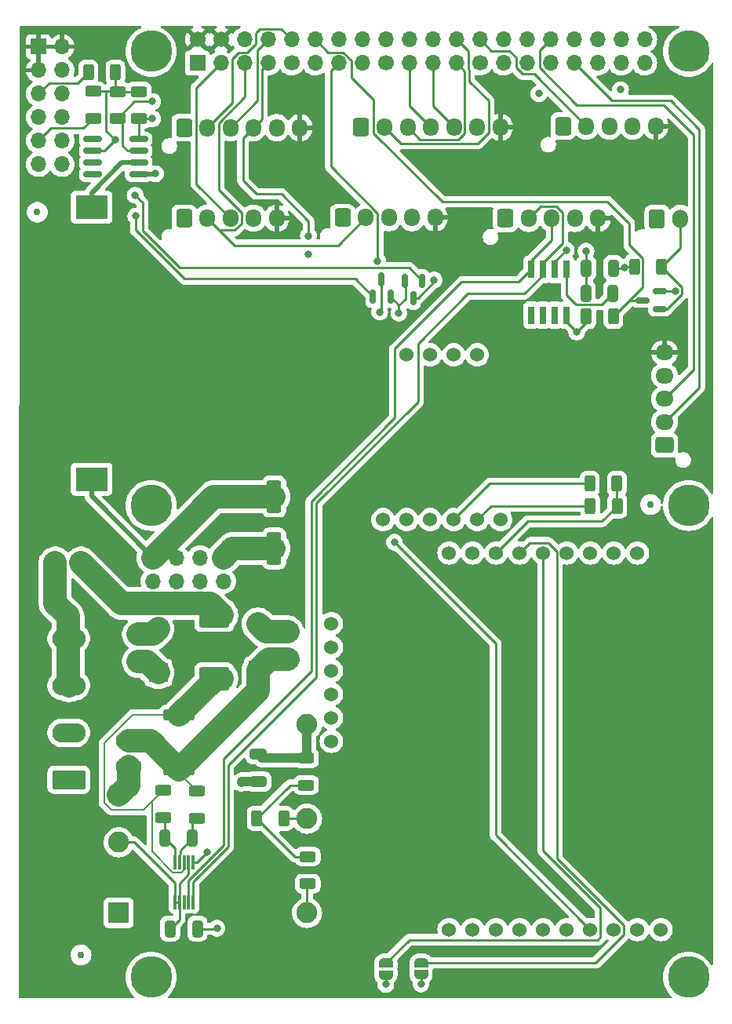
<source format=gbr>
%TF.GenerationSoftware,KiCad,Pcbnew,8.0.6*%
%TF.CreationDate,2025-02-12T15:18:34-05:00*%
%TF.ProjectId,HydroBall,48796472-6f42-4616-9c6c-2e6b69636164,rev?*%
%TF.SameCoordinates,Original*%
%TF.FileFunction,Copper,L1,Top*%
%TF.FilePolarity,Positive*%
%FSLAX46Y46*%
G04 Gerber Fmt 4.6, Leading zero omitted, Abs format (unit mm)*
G04 Created by KiCad (PCBNEW 8.0.6) date 2025-02-12 15:18:34*
%MOMM*%
%LPD*%
G01*
G04 APERTURE LIST*
G04 Aperture macros list*
%AMRoundRect*
0 Rectangle with rounded corners*
0 $1 Rounding radius*
0 $2 $3 $4 $5 $6 $7 $8 $9 X,Y pos of 4 corners*
0 Add a 4 corners polygon primitive as box body*
4,1,4,$2,$3,$4,$5,$6,$7,$8,$9,$2,$3,0*
0 Add four circle primitives for the rounded corners*
1,1,$1+$1,$2,$3*
1,1,$1+$1,$4,$5*
1,1,$1+$1,$6,$7*
1,1,$1+$1,$8,$9*
0 Add four rect primitives between the rounded corners*
20,1,$1+$1,$2,$3,$4,$5,0*
20,1,$1+$1,$4,$5,$6,$7,0*
20,1,$1+$1,$6,$7,$8,$9,0*
20,1,$1+$1,$8,$9,$2,$3,0*%
%AMHorizOval*
0 Thick line with rounded ends*
0 $1 width*
0 $2 $3 position (X,Y) of the first rounded end (center of the circle)*
0 $4 $5 position (X,Y) of the second rounded end (center of the circle)*
0 Add line between two ends*
20,1,$1,$2,$3,$4,$5,0*
0 Add two circle primitives to create the rounded ends*
1,1,$1,$2,$3*
1,1,$1,$4,$5*%
%AMFreePoly0*
4,1,19,0.500000,-0.750000,0.000000,-0.750000,0.000000,-0.744911,-0.071157,-0.744911,-0.207708,-0.704816,-0.327430,-0.627875,-0.420627,-0.520320,-0.479746,-0.390866,-0.500000,-0.250000,-0.500000,0.250000,-0.479746,0.390866,-0.420627,0.520320,-0.327430,0.627875,-0.207708,0.704816,-0.071157,0.744911,0.000000,0.744911,0.000000,0.750000,0.500000,0.750000,0.500000,-0.750000,0.500000,-0.750000,
$1*%
%AMFreePoly1*
4,1,19,0.000000,0.744911,0.071157,0.744911,0.207708,0.704816,0.327430,0.627875,0.420627,0.520320,0.479746,0.390866,0.500000,0.250000,0.500000,-0.250000,0.479746,-0.390866,0.420627,-0.520320,0.327430,-0.627875,0.207708,-0.704816,0.071157,-0.744911,0.000000,-0.744911,0.000000,-0.750000,-0.500000,-0.750000,-0.500000,0.750000,0.000000,0.750000,0.000000,0.744911,0.000000,0.744911,
$1*%
G04 Aperture macros list end*
%TA.AperFunction,SMDPad,CuDef*%
%ADD10RoundRect,0.250000X1.400000X1.000000X-1.400000X1.000000X-1.400000X-1.000000X1.400000X-1.000000X0*%
%TD*%
%TA.AperFunction,SMDPad,CuDef*%
%ADD11C,0.750000*%
%TD*%
%TA.AperFunction,SMDPad,CuDef*%
%ADD12RoundRect,0.250000X-0.325000X-0.650000X0.325000X-0.650000X0.325000X0.650000X-0.325000X0.650000X0*%
%TD*%
%TA.AperFunction,ComponentPad*%
%ADD13C,1.524000*%
%TD*%
%TA.AperFunction,ComponentPad*%
%ADD14C,4.500000*%
%TD*%
%TA.AperFunction,SMDPad,CuDef*%
%ADD15RoundRect,0.250000X0.312500X0.625000X-0.312500X0.625000X-0.312500X-0.625000X0.312500X-0.625000X0*%
%TD*%
%TA.AperFunction,SMDPad,CuDef*%
%ADD16RoundRect,0.250000X-0.312500X-0.625000X0.312500X-0.625000X0.312500X0.625000X-0.312500X0.625000X0*%
%TD*%
%TA.AperFunction,SMDPad,CuDef*%
%ADD17R,3.510000X2.540000*%
%TD*%
%TA.AperFunction,SMDPad,CuDef*%
%ADD18RoundRect,0.250000X-1.425000X0.362500X-1.425000X-0.362500X1.425000X-0.362500X1.425000X0.362500X0*%
%TD*%
%TA.AperFunction,SMDPad,CuDef*%
%ADD19RoundRect,0.250000X-0.650000X0.325000X-0.650000X-0.325000X0.650000X-0.325000X0.650000X0.325000X0*%
%TD*%
%TA.AperFunction,SMDPad,CuDef*%
%ADD20RoundRect,0.250000X0.550000X-1.500000X0.550000X1.500000X-0.550000X1.500000X-0.550000X-1.500000X0*%
%TD*%
%TA.AperFunction,SMDPad,CuDef*%
%ADD21RoundRect,0.250000X0.650000X-0.325000X0.650000X0.325000X-0.650000X0.325000X-0.650000X-0.325000X0*%
%TD*%
%TA.AperFunction,ComponentPad*%
%ADD22R,1.700000X1.700000*%
%TD*%
%TA.AperFunction,ComponentPad*%
%ADD23O,1.700000X1.700000*%
%TD*%
%TA.AperFunction,ComponentPad*%
%ADD24RoundRect,0.250000X-0.600000X-0.725000X0.600000X-0.725000X0.600000X0.725000X-0.600000X0.725000X0*%
%TD*%
%TA.AperFunction,ComponentPad*%
%ADD25O,1.700000X1.950000*%
%TD*%
%TA.AperFunction,ComponentPad*%
%ADD26RoundRect,0.249999X1.550001X-0.790001X1.550001X0.790001X-1.550001X0.790001X-1.550001X-0.790001X0*%
%TD*%
%TA.AperFunction,ComponentPad*%
%ADD27O,3.600000X2.080000*%
%TD*%
%TA.AperFunction,SMDPad,CuDef*%
%ADD28RoundRect,0.250000X-0.375000X-0.625000X0.375000X-0.625000X0.375000X0.625000X-0.375000X0.625000X0*%
%TD*%
%TA.AperFunction,SMDPad,CuDef*%
%ADD29RoundRect,0.150000X0.587500X0.150000X-0.587500X0.150000X-0.587500X-0.150000X0.587500X-0.150000X0*%
%TD*%
%TA.AperFunction,SMDPad,CuDef*%
%ADD30RoundRect,0.250000X-0.625000X0.312500X-0.625000X-0.312500X0.625000X-0.312500X0.625000X0.312500X0*%
%TD*%
%TA.AperFunction,SMDPad,CuDef*%
%ADD31RoundRect,0.250000X0.625000X-0.312500X0.625000X0.312500X-0.625000X0.312500X-0.625000X-0.312500X0*%
%TD*%
%TA.AperFunction,SMDPad,CuDef*%
%ADD32RoundRect,0.011200X0.128800X-0.723800X0.128800X0.723800X-0.128800X0.723800X-0.128800X-0.723800X0*%
%TD*%
%TA.AperFunction,SMDPad,CuDef*%
%ADD33R,0.700000X1.950000*%
%TD*%
%TA.AperFunction,SMDPad,CuDef*%
%ADD34FreePoly0,270.000000*%
%TD*%
%TA.AperFunction,SMDPad,CuDef*%
%ADD35FreePoly1,270.000000*%
%TD*%
%TA.AperFunction,ComponentPad*%
%ADD36RoundRect,0.250000X0.725000X-0.600000X0.725000X0.600000X-0.725000X0.600000X-0.725000X-0.600000X0*%
%TD*%
%TA.AperFunction,ComponentPad*%
%ADD37O,1.950000X1.700000*%
%TD*%
%TA.AperFunction,SMDPad,CuDef*%
%ADD38RoundRect,0.150000X0.150000X-0.587500X0.150000X0.587500X-0.150000X0.587500X-0.150000X-0.587500X0*%
%TD*%
%TA.AperFunction,ComponentPad*%
%ADD39RoundRect,0.250000X-0.600000X-0.750000X0.600000X-0.750000X0.600000X0.750000X-0.600000X0.750000X0*%
%TD*%
%TA.AperFunction,ComponentPad*%
%ADD40O,1.700000X2.000000*%
%TD*%
%TA.AperFunction,SMDPad,CuDef*%
%ADD41RoundRect,0.150000X-0.825000X-0.150000X0.825000X-0.150000X0.825000X0.150000X-0.825000X0.150000X0*%
%TD*%
%TA.AperFunction,SMDPad,CuDef*%
%ADD42RoundRect,0.250000X-1.075000X0.375000X-1.075000X-0.375000X1.075000X-0.375000X1.075000X0.375000X0*%
%TD*%
%TA.AperFunction,SMDPad,CuDef*%
%ADD43RoundRect,0.150000X-0.150000X0.587500X-0.150000X-0.587500X0.150000X-0.587500X0.150000X0.587500X0*%
%TD*%
%TA.AperFunction,ComponentPad*%
%ADD44R,2.000000X2.000000*%
%TD*%
%TA.AperFunction,ComponentPad*%
%ADD45C,2.000000*%
%TD*%
%TA.AperFunction,ComponentPad*%
%ADD46R,2.250000X2.250000*%
%TD*%
%TA.AperFunction,ComponentPad*%
%ADD47C,2.250000*%
%TD*%
%TA.AperFunction,ComponentPad*%
%ADD48HorizOval,1.700000X0.000000X0.000000X0.000000X0.000000X0*%
%TD*%
%TA.AperFunction,ViaPad*%
%ADD49C,0.800000*%
%TD*%
%TA.AperFunction,Conductor*%
%ADD50C,0.250000*%
%TD*%
%TA.AperFunction,Conductor*%
%ADD51C,2.540000*%
%TD*%
%TA.AperFunction,Conductor*%
%ADD52C,0.500000*%
%TD*%
%TA.AperFunction,Conductor*%
%ADD53C,0.200000*%
%TD*%
%TA.AperFunction,Conductor*%
%ADD54C,1.000000*%
%TD*%
G04 APERTURE END LIST*
D10*
%TO.P,D2,1,K*%
%TO.N,SEN+*%
X123010000Y-111180000D03*
%TO.P,D2,2,A*%
%TO.N,Net-(D2-A)*%
X123010000Y-104380000D03*
%TD*%
D11*
%TO.P,FID1,*%
%TO.N,*%
X103910000Y-60840000D03*
%TD*%
D12*
%TO.P,C6,1*%
%TO.N,Net-(U4-IN+)*%
X117675000Y-128400000D03*
%TO.P,C6,2*%
%TO.N,Net-(U4-IN-)*%
X120625000Y-128400000D03*
%TD*%
D13*
%TO.P,U1,1,Gnd*%
%TO.N,GND*%
X148355000Y-138245000D03*
%TO.P,U1,2,3.3v*%
%TO.N,+3.3V*%
X150895000Y-138245000D03*
%TO.P,U1,3*%
%TO.N,N/C*%
X153435000Y-138245000D03*
%TO.P,U1,4*%
X155975000Y-138245000D03*
%TO.P,U1,5*%
X158515000Y-138245000D03*
%TO.P,U1,6*%
X161055000Y-138245000D03*
%TO.P,U1,7,pps*%
%TO.N,PPS*%
X163595000Y-138245000D03*
%TO.P,U1,8,rst_*%
%TO.N,unconnected-(U1-rst_-Pad8)*%
X166135000Y-138245000D03*
%TO.P,U1,9*%
%TO.N,N/C*%
X168675000Y-138245000D03*
%TO.P,U1,10*%
X171215000Y-138245000D03*
%TO.P,U1,11,Gnd*%
%TO.N,GND*%
X148355000Y-97605000D03*
%TO.P,U1,12,5v*%
%TO.N,unconnected-(U1-5v-Pad12)*%
X150895000Y-97605000D03*
%TO.P,U1,13,3.3v*%
%TO.N,+3.3V*%
X153435000Y-97605000D03*
%TO.P,U1,14,tx2*%
%TO.N,Net-(JP3-A)*%
X155975000Y-97605000D03*
%TO.P,U1,15,rx2*%
%TO.N,Net-(JP1-A)*%
X158515000Y-97605000D03*
%TO.P,U1,16*%
%TO.N,N/C*%
X161055000Y-97605000D03*
%TO.P,U1,17,rx1*%
%TO.N,U1TX*%
X163595000Y-97605000D03*
%TO.P,U1,18,tx1*%
%TO.N,U1RX*%
X166135000Y-97605000D03*
%TO.P,U1,19*%
%TO.N,N/C*%
X168675000Y-97605000D03*
%TO.P,U1,20*%
X135655000Y-105225000D03*
%TO.P,U1,21*%
X135655000Y-107765000D03*
%TO.P,U1,22*%
X135655000Y-110305000D03*
%TO.P,U1,23,3.3v*%
%TO.N,+3.3V*%
X135655000Y-112845000D03*
%TO.P,U1,24*%
%TO.N,N/C*%
X135655000Y-115385000D03*
%TO.P,U1,25,Gnd*%
%TO.N,GND*%
X135655000Y-117925000D03*
%TD*%
D14*
%TO.P,H4,1*%
%TO.N,N/C*%
X116200000Y-143380000D03*
%TD*%
D15*
%TO.P,R20,1*%
%TO.N,Net-(J13-Pin_2)*%
X171272500Y-66690000D03*
%TO.P,R20,2*%
%TO.N,+3.3V*%
X168347500Y-66690000D03*
%TD*%
D16*
%TO.P,R3,1*%
%TO.N,Pwr_off*%
X109415000Y-45750000D03*
%TO.P,R3,2*%
%TO.N,+3.3V*%
X112340000Y-45750000D03*
%TD*%
D15*
%TO.P,R15,1*%
%TO.N,Net-(PS1-TRIM)*%
X130512500Y-126250000D03*
%TO.P,R15,2*%
%TO.N,Net-(R15-Pad2)*%
X127587500Y-126250000D03*
%TD*%
D17*
%TO.P,BT1,1,+*%
%TO.N,Net-(BT1-+)*%
X109760000Y-60280000D03*
%TO.P,BT1,2,-*%
%TO.N,GND*%
X109760000Y-89640000D03*
%TD*%
D18*
%TO.P,R10,1*%
%TO.N,SEN+*%
X119225000Y-115062500D03*
%TO.P,R10,2*%
%TO.N,SEN-*%
X119225000Y-120987500D03*
%TD*%
D19*
%TO.P,C10,1*%
%TO.N,+5P*%
X127775000Y-119325000D03*
%TO.P,C10,2*%
%TO.N,Net-(PS1-VIN)*%
X127775000Y-122275000D03*
%TD*%
D20*
%TO.P,C13,1*%
%TO.N,+5P*%
X129460000Y-97120000D03*
%TO.P,C13,2*%
%TO.N,GND*%
X129460000Y-91520000D03*
%TD*%
D21*
%TO.P,C7,1*%
%TO.N,SEN-*%
X130920000Y-109070000D03*
%TO.P,C7,2*%
%TO.N,GND*%
X130920000Y-106120000D03*
%TD*%
D22*
%TO.P,J14,1,Pin_1*%
%TO.N,+5P*%
X124000000Y-98100000D03*
D23*
%TO.P,J14,2,Pin_2*%
X124000000Y-100640000D03*
%TO.P,J14,3,Pin_3*%
X121460000Y-98100000D03*
%TO.P,J14,4,Pin_4*%
X121460000Y-100640000D03*
%TO.P,J14,5,Pin_5*%
%TO.N,GND*%
X118920000Y-98100000D03*
%TO.P,J14,6,Pin_6*%
X118920000Y-100640000D03*
%TO.P,J14,7,Pin_7*%
X116380000Y-98100000D03*
%TO.P,J14,8,Pin_8*%
X116380000Y-100640000D03*
%TD*%
D24*
%TO.P,J1,1,Pin_1*%
%TO.N,GND*%
X119750000Y-51705000D03*
D25*
%TO.P,J1,2,Pin_2*%
%TO.N,U1RX*%
X122250000Y-51705000D03*
%TO.P,J1,3,Pin_3*%
%TO.N,U1TX*%
X124750000Y-51705000D03*
%TO.P,J1,4,Pin_4*%
%TO.N,PPS*%
X127250000Y-51705000D03*
%TO.P,J1,5,Pin_5*%
%TO.N,+3.3V*%
X129750000Y-51705000D03*
%TO.P,J1,6,Pin_6*%
%TO.N,+5V*%
X132250000Y-51705000D03*
%TD*%
D22*
%TO.P,J11,1,Pin_1*%
%TO.N,+5V*%
X104050000Y-42975000D03*
D23*
%TO.P,J11,2,Pin_2*%
X106590000Y-42975000D03*
%TO.P,J11,3,Pin_3*%
X104050000Y-45515000D03*
%TO.P,J11,4,Pin_4*%
%TO.N,Signal*%
X106590000Y-45515000D03*
%TO.P,J11,5,Pin_5*%
%TO.N,Pwr_off*%
X104050000Y-48055000D03*
%TO.P,J11,6,Pin_6*%
%TO.N,Pwr_mon*%
X106590000Y-48055000D03*
%TO.P,J11,7,Pin_7*%
%TO.N,Red*%
X104050000Y-50595000D03*
%TO.P,J11,8,Pin_8*%
%TO.N,Green*%
X106590000Y-50595000D03*
%TO.P,J11,9,Pin_9*%
%TO.N,Pwr_Pulse*%
X104050000Y-53135000D03*
%TO.P,J11,10,Pin_10*%
%TO.N,GND*%
X106590000Y-53135000D03*
%TO.P,J11,11,Pin_11*%
X104050000Y-55675000D03*
%TO.P,J11,12,Pin_12*%
X106590000Y-55675000D03*
%TD*%
D26*
%TO.P,J9,1,Pin_1*%
%TO.N,GND*%
X107310000Y-122080000D03*
D27*
%TO.P,J9,2,Pin_2*%
X107310000Y-117000000D03*
%TO.P,J9,3,Pin_3*%
%TO.N,Net-(J9-Pin_3)*%
X107310000Y-111920000D03*
%TO.P,J9,4,Pin_4*%
X107310000Y-106840000D03*
%TD*%
D28*
%TO.P,F1,1*%
%TO.N,Net-(J9-Pin_3)*%
X105840000Y-98680000D03*
%TO.P,F1,2*%
%TO.N,Net-(D2-A)*%
X108640000Y-98680000D03*
%TD*%
D29*
%TO.P,Q2,1,G*%
%TO.N,Net-(J13-Pin_2)*%
X171087500Y-71292500D03*
%TO.P,Q2,2,S*%
%TO.N,GND*%
X171087500Y-69392500D03*
%TO.P,Q2,3,D*%
%TO.N,W_Intrusion*%
X169212500Y-70342500D03*
%TD*%
D24*
%TO.P,J3,1,Pin_1*%
%TO.N,GND*%
X160650000Y-51555000D03*
D25*
%TO.P,J3,2,Pin_2*%
%TO.N,SCK4*%
X163150000Y-51555000D03*
%TO.P,J3,3,Pin_3*%
%TO.N,SDA4*%
X165650000Y-51555000D03*
%TO.P,J3,4,Pin_4*%
%TO.N,+3.3V*%
X168150000Y-51555000D03*
%TO.P,J3,5,Pin_5*%
%TO.N,+5V*%
X170650000Y-51555000D03*
%TD*%
D14*
%TO.P,H5,1*%
%TO.N,N/C*%
X116200000Y-92480000D03*
%TD*%
D30*
%TO.P,R16,1*%
%TO.N,+5P*%
X132925000Y-119737500D03*
%TO.P,R16,2*%
%TO.N,Net-(R15-Pad2)*%
X132925000Y-122662500D03*
%TD*%
D31*
%TO.P,R12,1*%
%TO.N,Net-(U4-IN-)*%
X121175000Y-126212500D03*
%TO.P,R12,2*%
%TO.N,SEN-*%
X121175000Y-123287500D03*
%TD*%
D32*
%TO.P,U4,1,A1*%
%TO.N,GND*%
X118750000Y-135275000D03*
%TO.P,U4,2,A0*%
X119250000Y-135275000D03*
%TO.P,U4,3,~{ALERT}*%
%TO.N,unconnected-(U4-~{ALERT}-Pad3)*%
X119750000Y-135275000D03*
%TO.P,U4,4,SDA*%
%TO.N,SDA4*%
X120250000Y-135275000D03*
%TO.P,U4,5,SCL*%
%TO.N,SCK4*%
X120750000Y-135275000D03*
%TO.P,U4,6,VS*%
%TO.N,+3.3V*%
X120750000Y-130975000D03*
%TO.P,U4,7,GND*%
%TO.N,GND*%
X120250000Y-130975000D03*
%TO.P,U4,8,VBUS*%
%TO.N,SEN+*%
X119750000Y-130975000D03*
%TO.P,U4,9,IN-*%
%TO.N,Net-(U4-IN-)*%
X119250000Y-130975000D03*
%TO.P,U4,10,IN+*%
%TO.N,Net-(U4-IN+)*%
X118750000Y-130975000D03*
%TD*%
D30*
%TO.P,R11,1*%
%TO.N,SEN+*%
X117475000Y-123200000D03*
%TO.P,R11,2*%
%TO.N,Net-(U4-IN+)*%
X117475000Y-126125000D03*
%TD*%
D14*
%TO.P,H3,1*%
%TO.N,N/C*%
X174200000Y-43480000D03*
%TD*%
D16*
%TO.P,R1,1*%
%TO.N,SCK1*%
X163587500Y-92525000D03*
%TO.P,R1,2*%
%TO.N,+3.3V*%
X166512500Y-92525000D03*
%TD*%
D33*
%TO.P,IC1,1,VCORE*%
%TO.N,Net-(IC1-VCORE)*%
X161015000Y-66995000D03*
%TO.P,IC1,2,VSS*%
%TO.N,GND*%
X159745000Y-66995000D03*
%TO.P,IC1,3,SCL*%
%TO.N,SCK4*%
X158475000Y-66995000D03*
%TO.P,IC1,4,SDA*%
%TO.N,SDA4*%
X157205000Y-66995000D03*
%TO.P,IC1,5,AL_H*%
%TO.N,unconnected-(IC1-AL_H-Pad5)*%
X157205000Y-71945000D03*
%TO.P,IC1,6,AL_L*%
%TO.N,unconnected-(IC1-AL_L-Pad6)*%
X158475000Y-71945000D03*
%TO.P,IC1,7,NC*%
%TO.N,unconnected-(IC1-NC-Pad7)*%
X159745000Y-71945000D03*
%TO.P,IC1,8,VDD*%
%TO.N,+3.3V*%
X161015000Y-71945000D03*
%TD*%
D11*
%TO.P,FID3,*%
%TO.N,*%
X108625000Y-140975000D03*
%TD*%
D34*
%TO.P,JP3,1,A*%
%TO.N,Net-(JP3-A)*%
X145325000Y-141825000D03*
D35*
%TO.P,JP3,2,B*%
%TO.N,U2RX*%
X145325000Y-143125000D03*
%TD*%
D36*
%TO.P,J5,1,Pin_1*%
%TO.N,GND*%
X171600000Y-85980000D03*
D37*
%TO.P,J5,2,Pin_2*%
%TO.N,U5RX*%
X171600000Y-83480000D03*
%TO.P,J5,3,Pin_3*%
%TO.N,U5TX*%
X171600000Y-80980000D03*
%TO.P,J5,4,Pin_4*%
%TO.N,+3.3V*%
X171600000Y-78480000D03*
%TO.P,J5,5,Pin_5*%
%TO.N,+5V*%
X171600000Y-75980000D03*
%TD*%
D15*
%TO.P,R21,1*%
%TO.N,W_Intrusion*%
X166085000Y-72070000D03*
%TO.P,R21,2*%
%TO.N,+3.3V*%
X163160000Y-72070000D03*
%TD*%
D16*
%TO.P,R2,1*%
%TO.N,SDA1*%
X163537500Y-90125000D03*
%TO.P,R2,2*%
%TO.N,+3.3V*%
X166462500Y-90125000D03*
%TD*%
D38*
%TO.P,Q3,1,G*%
%TO.N,Green*%
X140120000Y-69925000D03*
%TO.P,Q3,2,S*%
%TO.N,GND*%
X142020000Y-69925000D03*
%TO.P,Q3,3,D*%
%TO.N,Green-g*%
X141070000Y-68050000D03*
%TD*%
D12*
%TO.P,C12,1*%
%TO.N,GND*%
X118250000Y-138150000D03*
%TO.P,C12,2*%
%TO.N,+3.3V*%
X121200000Y-138150000D03*
%TD*%
D39*
%TO.P,J13,1,Pin_1*%
%TO.N,GND*%
X170790000Y-61530000D03*
D40*
%TO.P,J13,2,Pin_2*%
%TO.N,Net-(J13-Pin_2)*%
X173290000Y-61530000D03*
%TD*%
D21*
%TO.P,C8,1*%
%TO.N,Net-(PS1-VIN)*%
X114820000Y-109330000D03*
%TO.P,C8,2*%
%TO.N,GND*%
X114820000Y-106380000D03*
%TD*%
D34*
%TO.P,JP1,1,A*%
%TO.N,Net-(JP1-A)*%
X141525000Y-141850000D03*
D35*
%TO.P,JP1,2,B*%
%TO.N,U2TX*%
X141525000Y-143150000D03*
%TD*%
D41*
%TO.P,U8,1,32KHZ*%
%TO.N,unconnected-(U8-32KHZ-Pad1)*%
X109900000Y-52960000D03*
%TO.P,U8,2,VCC*%
%TO.N,+3.3V*%
X109900000Y-54230000D03*
%TO.P,U8,3,~{INT}/SQW*%
%TO.N,unconnected-(U8-~{INT}{slash}SQW-Pad3)*%
X109900000Y-55500000D03*
%TO.P,U8,4,~{RST}*%
%TO.N,unconnected-(U8-~{RST}-Pad4)*%
X109900000Y-56770000D03*
%TO.P,U8,5,GND*%
%TO.N,GND*%
X114850000Y-56770000D03*
%TO.P,U8,6,VBAT*%
%TO.N,Net-(BT1-+)*%
X114850000Y-55500000D03*
%TO.P,U8,7,SDA*%
%TO.N,SDA4*%
X114850000Y-54230000D03*
%TO.P,U8,8,SCL*%
%TO.N,SCK4*%
X114850000Y-52960000D03*
%TD*%
D24*
%TO.P,J6,1,Pin_1*%
%TO.N,GND*%
X119750000Y-61480000D03*
D25*
%TO.P,J6,2,Pin_2*%
%TO.N,SCK1*%
X122250000Y-61480000D03*
%TO.P,J6,3,Pin_3*%
%TO.N,SDA1*%
X124750000Y-61480000D03*
%TO.P,J6,4,Pin_4*%
%TO.N,+3.3V*%
X127250000Y-61480000D03*
%TO.P,J6,5,Pin_5*%
%TO.N,+5V*%
X129750000Y-61480000D03*
%TD*%
D42*
%TO.P,L1,1*%
%TO.N,SEN-*%
X113750000Y-117900000D03*
%TO.P,L1,2*%
%TO.N,Net-(PS1-VIN)*%
X113750000Y-120700000D03*
%TD*%
D11*
%TO.P,FID2,*%
%TO.N,*%
X170100000Y-92375000D03*
%TD*%
D31*
%TO.P,R23,1*%
%TO.N,SDA4*%
X112550000Y-50750000D03*
%TO.P,R23,2*%
%TO.N,+3.3V*%
X112550000Y-47825000D03*
%TD*%
D12*
%TO.P,C19,1*%
%TO.N,GND*%
X163145000Y-66880000D03*
%TO.P,C19,2*%
%TO.N,+3.3V*%
X166095000Y-66880000D03*
%TD*%
D14*
%TO.P,H2,1*%
%TO.N,N/C*%
X174200000Y-143380000D03*
%TD*%
D30*
%TO.P,R17,1*%
%TO.N,Net-(R15-Pad2)*%
X133100000Y-130362500D03*
%TO.P,R17,2*%
%TO.N,GND*%
X133100000Y-133287500D03*
%TD*%
D24*
%TO.P,J4,1,Pin_1*%
%TO.N,GND*%
X154425000Y-61505000D03*
D25*
%TO.P,J4,2,Pin_2*%
%TO.N,SCK4*%
X156925000Y-61505000D03*
%TO.P,J4,3,Pin_3*%
%TO.N,SDA4*%
X159425000Y-61505000D03*
%TO.P,J4,4,Pin_4*%
%TO.N,+3.3V*%
X161925000Y-61505000D03*
%TO.P,J4,5,Pin_5*%
%TO.N,+5V*%
X164425000Y-61505000D03*
%TD*%
D24*
%TO.P,J2,1,Pin_1*%
%TO.N,GND*%
X138875000Y-51680000D03*
D25*
%TO.P,J2,2,Pin_2*%
%TO.N,CE0*%
X141375000Y-51680000D03*
%TO.P,J2,3,Pin_3*%
%TO.N,SCLK*%
X143875000Y-51680000D03*
%TO.P,J2,4,Pin_4*%
%TO.N,MOSI*%
X146375000Y-51680000D03*
%TO.P,J2,5,Pin_5*%
%TO.N,MISO*%
X148875000Y-51680000D03*
%TO.P,J2,6,Pin_6*%
%TO.N,+3.3V*%
X151375000Y-51680000D03*
%TO.P,J2,7,Pin_7*%
%TO.N,+5V*%
X153875000Y-51680000D03*
%TD*%
D13*
%TO.P,U2,1,3.3v*%
%TO.N,+3.3V*%
X141220000Y-94010000D03*
%TO.P,U2,2*%
%TO.N,N/C*%
X143760000Y-94010000D03*
%TO.P,U2,3,gnd*%
%TO.N,GND*%
X146300000Y-94010000D03*
%TO.P,U2,4,sda*%
%TO.N,SDA1*%
X148840000Y-94010000D03*
%TO.P,U2,5,scl*%
%TO.N,SCK1*%
X151380000Y-94010000D03*
%TO.P,U2,6,rst*%
%TO.N,unconnected-(U2-rst-Pad6)*%
X153920000Y-94010000D03*
%TO.P,U2,7*%
%TO.N,N/C*%
X151380000Y-76230000D03*
%TO.P,U2,8*%
X148840000Y-76230000D03*
%TO.P,U2,9*%
X146300000Y-76230000D03*
%TO.P,U2,10*%
X143760000Y-76230000D03*
%TD*%
D14*
%TO.P,H6,1*%
%TO.N,N/C*%
X174200000Y-92480000D03*
%TD*%
D24*
%TO.P,J7,1,Pin_1*%
%TO.N,GND*%
X136850000Y-61430000D03*
D25*
%TO.P,J7,2,Pin_2*%
%TO.N,SCK1*%
X139350000Y-61430000D03*
%TO.P,J7,3,Pin_3*%
%TO.N,SDA1*%
X141850000Y-61430000D03*
%TO.P,J7,4,Pin_4*%
%TO.N,+3.3V*%
X144350000Y-61430000D03*
%TO.P,J7,5,Pin_5*%
%TO.N,+5V*%
X146850000Y-61430000D03*
%TD*%
D14*
%TO.P,H1,1*%
%TO.N,N/C*%
X116200000Y-43480000D03*
%TD*%
D31*
%TO.P,R22,1*%
%TO.N,SCK4*%
X114875000Y-50737500D03*
%TO.P,R22,2*%
%TO.N,+3.3V*%
X114875000Y-47812500D03*
%TD*%
D43*
%TO.P,Q1,1,G*%
%TO.N,Red*%
X145452500Y-68232500D03*
%TO.P,Q1,2,S*%
%TO.N,GND*%
X143552500Y-68232500D03*
%TO.P,Q1,3,D*%
%TO.N,Red_g*%
X144502500Y-70107500D03*
%TD*%
D12*
%TO.P,C17,1*%
%TO.N,GND*%
X163095000Y-69570000D03*
%TO.P,C17,2*%
%TO.N,Net-(IC1-VCORE)*%
X166045000Y-69570000D03*
%TD*%
D31*
%TO.P,R4,1*%
%TO.N,Pwr_Pulse*%
X109950000Y-50725000D03*
%TO.P,R4,2*%
%TO.N,+3.3V*%
X109950000Y-47800000D03*
%TD*%
D44*
%TO.P,C5,1*%
%TO.N,SEN-*%
X127730000Y-110270000D03*
D45*
%TO.P,C5,2*%
%TO.N,GND*%
X127730000Y-105270000D03*
%TD*%
D46*
%TO.P,PS1,1,CTRL*%
%TO.N,unconnected-(PS1-CTRL-Pad1)*%
X112695000Y-136435000D03*
D47*
%TO.P,PS1,2,GND*%
%TO.N,GND*%
X112695000Y-128815000D03*
%TO.P,PS1,3,VIN*%
%TO.N,Net-(PS1-VIN)*%
X112695000Y-123735000D03*
%TO.P,PS1,4,+VO*%
%TO.N,+5P*%
X133015000Y-116115000D03*
%TO.P,PS1,5,TRIM*%
%TO.N,Net-(PS1-TRIM)*%
X133015000Y-126275000D03*
%TO.P,PS1,6,0V*%
%TO.N,GND*%
X133015000Y-136435000D03*
%TD*%
D22*
%TO.P,J8,1,3V3*%
%TO.N,+3.3V*%
X121200000Y-44750000D03*
D48*
%TO.P,J8,2,5V*%
%TO.N,+5V*%
X121200000Y-42210000D03*
D23*
%TO.P,J8,3,SDA/GPIO2*%
%TO.N,SDA1*%
X123740000Y-44750000D03*
D48*
%TO.P,J8,4,5V*%
%TO.N,+5V*%
X123740000Y-42210000D03*
D23*
%TO.P,J8,5,SCL/GPIO3*%
%TO.N,SCK1*%
X126280000Y-44750000D03*
%TO.P,J8,6,GND*%
%TO.N,GND*%
X126280000Y-42210000D03*
%TO.P,J8,7,GCLK0/GPIO4*%
%TO.N,PPS*%
X128820000Y-44750000D03*
%TO.P,J8,8,GPIO14/TXD*%
%TO.N,U1TX*%
X128820000Y-42210000D03*
D48*
%TO.P,J8,9,GND*%
%TO.N,GND*%
X131360000Y-44750000D03*
D23*
%TO.P,J8,10,GPIO15/RXD*%
%TO.N,U1RX*%
X131360000Y-42210000D03*
%TO.P,J8,11,GPIO17*%
%TO.N,unconnected-(J8-GPIO17-Pad11)*%
X133900000Y-44750000D03*
%TO.P,J8,12,GPIO18/PWM0*%
%TO.N,W_Intrusion*%
X133900000Y-42210000D03*
%TO.P,J8,13,GPIO27*%
%TO.N,Green-g*%
X136440000Y-44750000D03*
%TO.P,J8,14,GND*%
%TO.N,GND*%
X136440000Y-42210000D03*
%TO.P,J8,15,GPIO22*%
%TO.N,Pwr_off*%
X138980000Y-44750000D03*
%TO.P,J8,16,GPIO23*%
%TO.N,Pwr_Pulse*%
X138980000Y-42210000D03*
D48*
%TO.P,J8,17,3V3*%
%TO.N,+3.3V*%
X141520000Y-44750000D03*
D23*
%TO.P,J8,18,GPIO24*%
%TO.N,unconnected-(J8-GPIO24-Pad18)*%
X141520000Y-42210000D03*
%TO.P,J8,19,MOSI0/GPIO10*%
%TO.N,MOSI*%
X144060000Y-44750000D03*
%TO.P,J8,20,GND*%
%TO.N,GND*%
X144060000Y-42210000D03*
%TO.P,J8,21,MISO0/GPIO9*%
%TO.N,MISO*%
X146600000Y-44750000D03*
%TO.P,J8,22,GPIO25*%
%TO.N,unconnected-(J8-GPIO25-Pad22)*%
X146600000Y-42210000D03*
%TO.P,J8,23,SCLK0/GPIO11*%
%TO.N,SCLK*%
X149140000Y-44750000D03*
%TO.P,J8,24,~{CE0}/GPIO8*%
%TO.N,CE0*%
X149140000Y-42210000D03*
D48*
%TO.P,J8,25,GND*%
%TO.N,GND*%
X151680000Y-44750000D03*
D23*
%TO.P,J8,26,~{CE1}/GPIO7*%
%TO.N,SCK4*%
X151680000Y-42210000D03*
%TO.P,J8,27,ID_SD/GPIO0*%
%TO.N,U2TX*%
X154220000Y-44750000D03*
%TO.P,J8,28,ID_SC/GPIO1*%
%TO.N,U2RX*%
X154220000Y-42210000D03*
%TO.P,J8,29,GCLK1/GPIO5*%
%TO.N,unconnected-(J8-GCLK1{slash}GPIO5-Pad29)*%
X156760000Y-44750000D03*
%TO.P,J8,30,GND*%
%TO.N,GND*%
X156760000Y-42210000D03*
%TO.P,J8,31,GCLK2/GPIO6*%
%TO.N,SDA4*%
X159300000Y-44750000D03*
%TO.P,J8,32,PWM0/GPIO12*%
%TO.N,U5TX*%
X159300000Y-42210000D03*
%TO.P,J8,33,PWM1/GPIO13*%
%TO.N,U5RX*%
X161840000Y-44750000D03*
%TO.P,J8,34,GND*%
%TO.N,GND*%
X161840000Y-42210000D03*
%TO.P,J8,35,GPIO19/MISO1*%
%TO.N,unconnected-(J8-GPIO19{slash}MISO1-Pad35)*%
X164380000Y-44750000D03*
%TO.P,J8,36,GPIO16*%
%TO.N,Pwr_mon*%
X164380000Y-42210000D03*
%TO.P,J8,37,GPIO26*%
%TO.N,Red_g*%
X166920000Y-44750000D03*
%TO.P,J8,38,GPIO20/MOSI1*%
%TO.N,unconnected-(J8-GPIO20{slash}MOSI1-Pad38)*%
X166920000Y-42210000D03*
%TO.P,J8,39,GND*%
%TO.N,GND*%
X169460000Y-44750000D03*
%TO.P,J8,40,GPIO21/SCLK1*%
%TO.N,unconnected-(J8-GPIO21{slash}SCLK1-Pad40)*%
X169460000Y-42210000D03*
%TD*%
D44*
%TO.P,C9,1*%
%TO.N,Net-(PS1-VIN)*%
X116970000Y-110520000D03*
D45*
%TO.P,C9,2*%
%TO.N,GND*%
X116970000Y-105520000D03*
%TD*%
D49*
%TO.N,Red_g*%
X146750000Y-68150000D03*
%TO.N,SCK4*%
X116350000Y-50750000D03*
%TO.N,SDA4*%
X116350000Y-48900000D03*
%TO.N,Green-g*%
X140640000Y-66110571D03*
X140860000Y-71600000D03*
%TO.N,GND*%
X163130000Y-65040000D03*
X172780000Y-69360000D03*
X161000000Y-64920000D03*
X142930000Y-71740000D03*
X116680000Y-56690000D03*
%TO.N,+3.3V*%
X162120000Y-73780000D03*
X167260000Y-66810000D03*
X123300000Y-138100000D03*
X122200000Y-129925000D03*
X112300000Y-53050000D03*
%TO.N,U2RX*%
X145325000Y-144125000D03*
%TO.N,PPS*%
X133175000Y-63400000D03*
X133175000Y-65350000D03*
X142459437Y-96440563D03*
%TO.N,U2TX*%
X141525000Y-144150000D03*
%TO.N,Pwr_mon*%
X166850000Y-47625000D03*
X158050000Y-48050000D03*
%TO.N,Net-(PS1-VIN)*%
X125925000Y-122350000D03*
%TO.N,Red*%
X114465000Y-59000000D03*
%TO.N,Green*%
X114550000Y-61260000D03*
%TD*%
D50*
%TO.N,Net-(IC1-VCORE)*%
X161015000Y-69755000D02*
X161015000Y-66995000D01*
X162055000Y-70795000D02*
X161015000Y-69755000D01*
X164820000Y-70795000D02*
X162055000Y-70795000D01*
X166045000Y-69570000D02*
X164820000Y-70795000D01*
D51*
%TO.N,Net-(D2-A)*%
X122542500Y-103050000D02*
X113010000Y-103050000D01*
X113010000Y-103050000D02*
X108640000Y-98680000D01*
X123830000Y-104337500D02*
X122542500Y-103050000D01*
D50*
%TO.N,Red_g*%
X144502500Y-70107500D02*
X144990908Y-70107500D01*
X146750000Y-68348408D02*
X146750000Y-68150000D01*
X144990908Y-70107500D02*
X146750000Y-68348408D01*
%TO.N,SCK4*%
X134020000Y-110990000D02*
X134020000Y-92240000D01*
X158475000Y-66995000D02*
X158475000Y-67620000D01*
X160600000Y-60893299D02*
X160600000Y-64165000D01*
X152910000Y-43440000D02*
X151680000Y-42210000D01*
X158475000Y-66995000D02*
X158475000Y-66290000D01*
X134020000Y-92240000D02*
X145000000Y-81260000D01*
X145000000Y-75000000D02*
X150365000Y-69635000D01*
X114875000Y-50737500D02*
X114875000Y-52935000D01*
X158225000Y-60205000D02*
X159911701Y-60205000D01*
X120750000Y-135275000D02*
X120750000Y-133075000D01*
X154870000Y-43440000D02*
X152910000Y-43440000D01*
X158475000Y-67620000D02*
X156460000Y-69635000D01*
X124500000Y-120510000D02*
X134020000Y-110990000D01*
X145000000Y-81260000D02*
X145000000Y-75000000D01*
X124500000Y-129325000D02*
X124500000Y-120510000D01*
X155585000Y-44155000D02*
X154870000Y-43440000D01*
X157520000Y-45925000D02*
X156273299Y-45925000D01*
X114875000Y-52935000D02*
X114850000Y-52960000D01*
X159911701Y-60205000D02*
X160600000Y-60893299D01*
X158475000Y-66290000D02*
X160600000Y-64165000D01*
X114875000Y-50737500D02*
X116337500Y-50737500D01*
X150365000Y-69635000D02*
X150725000Y-69635000D01*
X156460000Y-69635000D02*
X150725000Y-69635000D01*
X163150000Y-51555000D02*
X157520000Y-45925000D01*
X156273299Y-45925000D02*
X155585000Y-45236701D01*
X156925000Y-61505000D02*
X158225000Y-60205000D01*
X155585000Y-45236701D02*
X155585000Y-44155000D01*
X120750000Y-133075000D02*
X124500000Y-129325000D01*
%TO.N,Pwr_Pulse*%
X105415000Y-51770000D02*
X104050000Y-53135000D01*
X109950000Y-50725000D02*
X108905000Y-51770000D01*
X108905000Y-51770000D02*
X105415000Y-51770000D01*
%TO.N,SDA4*%
X124050000Y-120339002D02*
X124050499Y-120339501D01*
X133490000Y-92010000D02*
X133490000Y-110370000D01*
X112550000Y-50750000D02*
X113112500Y-51312500D01*
X157205000Y-66995000D02*
X155835000Y-68365000D01*
X124050000Y-119810000D02*
X124050000Y-120339002D01*
X159425000Y-63815000D02*
X159425000Y-61505000D01*
X114400000Y-48900000D02*
X112550000Y-50750000D01*
X155835000Y-68365000D02*
X150725000Y-68365000D01*
X113112500Y-53662500D02*
X113680000Y-54230000D01*
X124050499Y-129100207D02*
X120250000Y-132900706D01*
X157205000Y-66035000D02*
X159425000Y-63815000D01*
X124050499Y-120339501D02*
X124050499Y-129100207D01*
X157205000Y-66995000D02*
X157205000Y-66035000D01*
X133490000Y-110370000D02*
X124050000Y-119810000D01*
X113112500Y-51312500D02*
X113112500Y-53662500D01*
X113680000Y-54230000D02*
X114850000Y-54230000D01*
X149700000Y-68365000D02*
X142500000Y-75565000D01*
X142500000Y-83000000D02*
X133490000Y-92010000D01*
X142500000Y-75565000D02*
X142500000Y-83000000D01*
X150725000Y-68365000D02*
X149700000Y-68365000D01*
X120250000Y-132900706D02*
X120250000Y-135275000D01*
X116350000Y-48900000D02*
X114400000Y-48900000D01*
%TO.N,CE0*%
X151412200Y-53429501D02*
X152600000Y-52241701D01*
X150500000Y-45473604D02*
X150400000Y-45373604D01*
X152600000Y-48820000D02*
X150500000Y-46720000D01*
X150500000Y-46720000D02*
X150500000Y-45473604D01*
X150400000Y-43470000D02*
X149140000Y-42210000D01*
X141375000Y-51680000D02*
X143124501Y-53429501D01*
X152600000Y-52241701D02*
X152600000Y-48820000D01*
X143124501Y-53429501D02*
X151412200Y-53429501D01*
X150400000Y-45373604D02*
X150400000Y-43470000D01*
%TO.N,MOSI*%
X144060000Y-49365000D02*
X146375000Y-51680000D01*
X144060000Y-44750000D02*
X144060000Y-49365000D01*
%TO.N,MISO*%
X146600000Y-49405000D02*
X148875000Y-51680000D01*
X146600000Y-44750000D02*
X146600000Y-49405000D01*
%TO.N,Green-g*%
X141070000Y-68050000D02*
X141070000Y-71390000D01*
X136440000Y-44750000D02*
X135590000Y-45600000D01*
X135590000Y-55883299D02*
X140640000Y-60933299D01*
X140640000Y-60933299D02*
X140640000Y-66110571D01*
X141070000Y-71390000D02*
X140860000Y-71600000D01*
X135590000Y-45600000D02*
X135590000Y-55883299D01*
%TO.N,GND*%
X114339196Y-128815000D02*
X112695000Y-128815000D01*
X142930000Y-70897500D02*
X141930000Y-69897500D01*
X143622500Y-68102500D02*
X143622500Y-70205000D01*
X133015000Y-136435000D02*
X133015000Y-133372500D01*
D52*
X114850000Y-56770000D02*
X116600000Y-56770000D01*
D50*
X118750000Y-135275000D02*
X118750000Y-133225804D01*
D52*
X109760000Y-89640000D02*
X109760000Y-91480000D01*
D50*
X159745000Y-66175000D02*
X161000000Y-64920000D01*
X163095000Y-66930000D02*
X163145000Y-66880000D01*
D51*
X129460000Y-91520000D02*
X122960000Y-91520000D01*
D50*
X171087500Y-69392500D02*
X172747500Y-69392500D01*
D51*
X122960000Y-91520000D02*
X116380000Y-98100000D01*
D50*
X143622500Y-70205000D02*
X142930000Y-70897500D01*
X120250000Y-132265016D02*
X119250000Y-133265016D01*
X163145000Y-66880000D02*
X163145000Y-65055000D01*
D52*
X116600000Y-56770000D02*
X116680000Y-56690000D01*
D50*
X142930000Y-71740000D02*
X142930000Y-70897500D01*
D52*
X109760000Y-91480000D02*
X116380000Y-98100000D01*
D50*
X118750000Y-133225804D02*
X114339196Y-128815000D01*
X163145000Y-65055000D02*
X163130000Y-65040000D01*
X133015000Y-133372500D02*
X133100000Y-133287500D01*
X120250000Y-130975000D02*
X120250000Y-132265016D01*
X172747500Y-69392500D02*
X172780000Y-69360000D01*
X119250000Y-137150000D02*
X119250000Y-135275000D01*
D51*
X128580000Y-106120000D02*
X127730000Y-105270000D01*
X114820000Y-106380000D02*
X116360000Y-106380000D01*
D50*
X159745000Y-66995000D02*
X159745000Y-66175000D01*
D51*
X130920000Y-106120000D02*
X128580000Y-106120000D01*
D50*
X118250000Y-138150000D02*
X119250000Y-137150000D01*
X163095000Y-69570000D02*
X163095000Y-66930000D01*
X118750000Y-135275000D02*
X119250000Y-135275000D01*
X119250000Y-133265016D02*
X119250000Y-135275000D01*
D51*
X116360000Y-106380000D02*
X116950000Y-105790000D01*
D50*
%TO.N,U1RX*%
X131360000Y-42210000D02*
X130185000Y-41035000D01*
X127455000Y-41470000D02*
X127455000Y-42696701D01*
X127890000Y-41035000D02*
X127455000Y-41470000D01*
X125650000Y-43575000D02*
X124915000Y-44310000D01*
X124915000Y-44310000D02*
X124915000Y-49040000D01*
X127455000Y-42696701D02*
X126576701Y-43575000D01*
X130185000Y-41035000D02*
X127890000Y-41035000D01*
X126576701Y-43575000D02*
X125650000Y-43575000D01*
X124915000Y-49040000D02*
X122250000Y-51705000D01*
%TO.N,U1TX*%
X128820000Y-42210000D02*
X127645000Y-43385000D01*
X127645000Y-43385000D02*
X127645000Y-48810000D01*
X127645000Y-48810000D02*
X124750000Y-51705000D01*
%TO.N,+3.3V*%
X161015000Y-71945000D02*
X161015000Y-72675000D01*
X111350000Y-52100000D02*
X111350000Y-47800000D01*
X121200000Y-138150000D02*
X123250000Y-138150000D01*
X166095000Y-66880000D02*
X167190000Y-66880000D01*
X112340000Y-45230000D02*
X112340000Y-47802500D01*
X156865499Y-94174501D02*
X164862999Y-94174501D01*
X120750000Y-130975000D02*
X121150000Y-130975000D01*
X121150000Y-130975000D02*
X122200000Y-129925000D01*
X163160000Y-72070000D02*
X163160000Y-72740000D01*
X166462500Y-90125000D02*
X166462500Y-92475000D01*
X112300000Y-53050000D02*
X111350000Y-52100000D01*
X110200000Y-47800000D02*
X111350000Y-47800000D01*
X112525000Y-47800000D02*
X112550000Y-47825000D01*
X167380000Y-66690000D02*
X167260000Y-66810000D01*
X161015000Y-72675000D02*
X162120000Y-73780000D01*
X112300000Y-53050000D02*
X111120000Y-54230000D01*
X111120000Y-54230000D02*
X109900000Y-54230000D01*
X166462500Y-92475000D02*
X166512500Y-92525000D01*
X111350000Y-47800000D02*
X112525000Y-47800000D01*
X163160000Y-72740000D02*
X162120000Y-73780000D01*
X112340000Y-47802500D02*
X112330000Y-47812500D01*
X164862999Y-94174501D02*
X166512500Y-92525000D01*
X153435000Y-97605000D02*
X156865499Y-94174501D01*
X168347500Y-66690000D02*
X167380000Y-66690000D01*
X167190000Y-66880000D02*
X167260000Y-66810000D01*
X112330000Y-47812500D02*
X114875000Y-47812500D01*
X123250000Y-138150000D02*
X123300000Y-138100000D01*
X145060000Y-61430000D02*
X144350000Y-61430000D01*
%TO.N,SCLK*%
X149140000Y-44750000D02*
X150050000Y-45660000D01*
X145175000Y-52980000D02*
X143875000Y-51680000D01*
X150050000Y-52291701D02*
X149361701Y-52980000D01*
X150050000Y-45660000D02*
X150050000Y-52291701D01*
X149361701Y-52980000D02*
X145175000Y-52980000D01*
%TO.N,U2RX*%
X145325000Y-143125000D02*
X145325000Y-144125000D01*
%TO.N,SCK1*%
X125925000Y-60868299D02*
X125925000Y-62091701D01*
X139350000Y-61430000D02*
X136375000Y-64405000D01*
X125236701Y-62780000D02*
X123550000Y-62780000D01*
X123475000Y-51193299D02*
X123475000Y-58418299D01*
X125925000Y-62091701D02*
X125236701Y-62780000D01*
X123550000Y-62780000D02*
X122250000Y-61480000D01*
X152865000Y-92525000D02*
X163587500Y-92525000D01*
X151380000Y-94010000D02*
X152865000Y-92525000D01*
X136375000Y-64405000D02*
X125175000Y-64405000D01*
X125175000Y-64405000D02*
X122250000Y-61480000D01*
X123475000Y-58418299D02*
X125925000Y-60868299D01*
X126280000Y-48388299D02*
X123475000Y-51193299D01*
X126280000Y-44750000D02*
X126280000Y-48388299D01*
%TO.N,SDA1*%
X148840000Y-94010000D02*
X152725000Y-90125000D01*
X121075000Y-57805000D02*
X121075000Y-47415000D01*
X124750000Y-61480000D02*
X121075000Y-57805000D01*
X152725000Y-90125000D02*
X163537500Y-90125000D01*
X121075000Y-47415000D02*
X123740000Y-44750000D01*
%TO.N,PPS*%
X127250000Y-51705000D02*
X126125499Y-52829501D01*
X127538811Y-58849501D02*
X130249501Y-58849501D01*
X128125499Y-45444501D02*
X128125499Y-50829501D01*
X130249501Y-58849501D02*
X133175000Y-61775000D01*
X126125499Y-57436189D02*
X127538811Y-58849501D01*
X153370000Y-128020000D02*
X153370000Y-107351126D01*
X126125499Y-52829501D02*
X126125499Y-57436189D01*
X133175000Y-61775000D02*
X133175000Y-63400000D01*
X128125499Y-50829501D02*
X127250000Y-51705000D01*
X153370000Y-107351126D02*
X142459437Y-96440563D01*
X128820000Y-44750000D02*
X128125499Y-45444501D01*
X163595000Y-138245000D02*
X153370000Y-128020000D01*
%TO.N,Net-(JP3-A)*%
X167222000Y-138753000D02*
X164150000Y-141825000D01*
X159968000Y-130540749D02*
X167222000Y-137794749D01*
X157062000Y-96518000D02*
X159061000Y-96518000D01*
X167222000Y-137794749D02*
X167222000Y-138753000D01*
X159061000Y-96518000D02*
X159968000Y-97425000D01*
X159968000Y-97425000D02*
X159968000Y-130540749D01*
X155975000Y-97605000D02*
X157062000Y-96518000D01*
X164150000Y-141825000D02*
X145325000Y-141825000D01*
%TO.N,U2TX*%
X141525000Y-143150000D02*
X141525000Y-144150000D01*
%TO.N,Pwr_off*%
X108285000Y-46880000D02*
X109415000Y-45750000D01*
X105225000Y-46880000D02*
X108285000Y-46880000D01*
X104050000Y-48055000D02*
X105225000Y-46880000D01*
D51*
%TO.N,SEN-*%
X127730000Y-112482500D02*
X119225000Y-120987500D01*
X119225000Y-120987500D02*
X116137500Y-117900000D01*
D53*
X121175000Y-123287500D02*
X119225000Y-121337500D01*
D51*
X116137500Y-117900000D02*
X113750000Y-117900000D01*
X127730000Y-110270000D02*
X127730000Y-112482500D01*
X130920000Y-109070000D02*
X128930000Y-109070000D01*
X128930000Y-109070000D02*
X127730000Y-110270000D01*
D53*
X119225000Y-121337500D02*
X119225000Y-120987500D01*
%TO.N,SEN+*%
X119750000Y-131767703D02*
X119467703Y-132050000D01*
D51*
X123830000Y-111137500D02*
X123150000Y-111137500D01*
D53*
X117475000Y-123200000D02*
X115370000Y-125305000D01*
X118532297Y-132050000D02*
X116300000Y-129817703D01*
X116300000Y-124375000D02*
X117475000Y-123200000D01*
X115370000Y-125305000D02*
X111885000Y-125305000D01*
X119750000Y-130975000D02*
X119750000Y-131767703D01*
X111125000Y-118125000D02*
X114187500Y-115062500D01*
D51*
X123150000Y-111137500D02*
X119225000Y-115062500D01*
D53*
X111125000Y-124545000D02*
X111125000Y-118125000D01*
X116300000Y-129817703D02*
X116300000Y-124375000D01*
X114187500Y-115062500D02*
X119225000Y-115062500D01*
X111885000Y-125305000D02*
X111125000Y-124545000D01*
X119467703Y-132050000D02*
X118532297Y-132050000D01*
D52*
%TO.N,Net-(BT1-+)*%
X109760000Y-58737684D02*
X112997684Y-55500000D01*
X114850000Y-55500000D02*
X112997684Y-55500000D01*
X109760000Y-60280000D02*
X109760000Y-58737684D01*
D54*
%TO.N,+5P*%
X133015000Y-119647500D02*
X132925000Y-119737500D01*
D51*
X124980000Y-97120000D02*
X124000000Y-98100000D01*
X129460000Y-97120000D02*
X124980000Y-97120000D01*
D54*
X128187500Y-119737500D02*
X127775000Y-119325000D01*
X133015000Y-116115000D02*
X133015000Y-119647500D01*
X132925000Y-119737500D02*
X128187500Y-119737500D01*
D50*
%TO.N,Net-(R15-Pad2)*%
X133100000Y-130362500D02*
X131700000Y-130362500D01*
X131175000Y-122662500D02*
X127587500Y-126250000D01*
X132925000Y-122662500D02*
X131175000Y-122662500D01*
X131700000Y-130362500D02*
X127587500Y-126250000D01*
D51*
%TO.N,Net-(J9-Pin_3)*%
X107220000Y-111830000D02*
X107220000Y-104430000D01*
X107220000Y-104430000D02*
X105840000Y-103050000D01*
X105840000Y-103050000D02*
X105840000Y-98680000D01*
X107310000Y-111920000D02*
X107220000Y-111830000D01*
D50*
%TO.N,Net-(J13-Pin_2)*%
X173505000Y-69660305D02*
X173505000Y-68922500D01*
X171872805Y-71292500D02*
X173505000Y-69660305D01*
X173290000Y-64672500D02*
X171272500Y-66690000D01*
X173290000Y-61530000D02*
X173290000Y-64672500D01*
X173505000Y-68922500D02*
X171272500Y-66690000D01*
X171087500Y-71292500D02*
X171872805Y-71292500D01*
D51*
%TO.N,Net-(PS1-VIN)*%
X113750000Y-122680000D02*
X112695000Y-123735000D01*
X113750000Y-120700000D02*
X113750000Y-122680000D01*
D54*
X126000000Y-122275000D02*
X125925000Y-122350000D01*
D51*
X115750000Y-109330000D02*
X116950000Y-110530000D01*
X114820000Y-109330000D02*
X115750000Y-109330000D01*
D54*
X127775000Y-122275000D02*
X126000000Y-122275000D01*
D50*
%TO.N,Net-(PS1-TRIM)*%
X130537500Y-126275000D02*
X133015000Y-126275000D01*
X130512500Y-126250000D02*
X130537500Y-126275000D01*
%TO.N,W_Intrusion*%
X136926701Y-43575000D02*
X137780000Y-44428299D01*
X169012500Y-70342500D02*
X167812500Y-70342500D01*
X167789900Y-62049900D02*
X167789900Y-64374800D01*
X167789900Y-64374800D02*
X169235000Y-65819900D01*
X135265000Y-43575000D02*
X136926701Y-43575000D01*
X140200000Y-52291701D02*
X147608299Y-59700000D01*
X165440000Y-59700000D02*
X167789900Y-62049900D01*
X167812500Y-70342500D02*
X166085000Y-72070000D01*
X169235000Y-68920000D02*
X167812500Y-70342500D01*
X140200000Y-48718299D02*
X140200000Y-52291701D01*
X147608299Y-59700000D02*
X165440000Y-59700000D01*
X133900000Y-42210000D02*
X135265000Y-43575000D01*
X169235000Y-65819900D02*
X169235000Y-68920000D01*
X137780000Y-46298299D02*
X140200000Y-48718299D01*
X137780000Y-44428299D02*
X137780000Y-46298299D01*
%TO.N,Net-(U4-IN-)*%
X119250000Y-130146941D02*
X119325499Y-130071442D01*
X119325499Y-129699501D02*
X120625000Y-128400000D01*
X120625000Y-128400000D02*
X120625000Y-126762500D01*
X119250000Y-130975000D02*
X119250000Y-130146941D01*
X119325499Y-130071442D02*
X119325499Y-129699501D01*
X120625000Y-126762500D02*
X121175000Y-126212500D01*
%TO.N,Net-(U4-IN+)*%
X117675000Y-128400000D02*
X117675000Y-126325000D01*
X118750000Y-129475000D02*
X117675000Y-128400000D01*
X118750000Y-130975000D02*
X118750000Y-129475000D01*
X117675000Y-126325000D02*
X117475000Y-126125000D01*
%TO.N,U5TX*%
X174760000Y-52540000D02*
X174760000Y-77820000D01*
X158125000Y-45236701D02*
X162158299Y-49270000D01*
X174760000Y-77820000D02*
X171600000Y-80980000D01*
X158125000Y-43385000D02*
X158125000Y-45236701D01*
X159300000Y-42210000D02*
X158125000Y-43385000D01*
X171490000Y-49270000D02*
X174760000Y-52540000D01*
X162158299Y-49270000D02*
X171490000Y-49270000D01*
%TO.N,U5RX*%
X165890000Y-48800000D02*
X172240000Y-48800000D01*
X161840000Y-44750000D02*
X165890000Y-48800000D01*
X172240000Y-48800000D02*
X175340000Y-51900000D01*
X175340000Y-79740000D02*
X171600000Y-83480000D01*
X175340000Y-51900000D02*
X175340000Y-79740000D01*
%TO.N,Net-(JP1-A)*%
X144043000Y-139332000D02*
X164411251Y-139332000D01*
X164700000Y-135908439D02*
X158515000Y-129723439D01*
X158515000Y-129723439D02*
X158515000Y-97605000D01*
X164700000Y-139043251D02*
X164700000Y-135908439D01*
X164411251Y-139332000D02*
X164700000Y-139043251D01*
X141525000Y-141850000D02*
X144043000Y-139332000D01*
%TO.N,Red*%
X145452500Y-68232500D02*
X144055571Y-66835571D01*
X144055571Y-66835571D02*
X119241967Y-66835571D01*
X145570000Y-68150000D02*
X145522500Y-68102500D01*
X115275000Y-59810000D02*
X114465000Y-59000000D01*
X119241967Y-66835571D02*
X115275000Y-62868604D01*
X115275000Y-62868604D02*
X115275000Y-59810000D01*
%TO.N,Green*%
X114550000Y-61260000D02*
X114550000Y-62780000D01*
X138217500Y-68022500D02*
X119792500Y-68022500D01*
X140120000Y-69925000D02*
X138217500Y-68022500D01*
X114550000Y-62780000D02*
X119792500Y-68022500D01*
%TD*%
%TA.AperFunction,Conductor*%
%TO.N,+5V*%
G36*
X104300000Y-45081988D02*
G01*
X104242993Y-45049075D01*
X104115826Y-45015000D01*
X103984174Y-45015000D01*
X103857007Y-45049075D01*
X103800000Y-45081988D01*
X103800000Y-43408012D01*
X103857007Y-43440925D01*
X103984174Y-43475000D01*
X104115826Y-43475000D01*
X104242993Y-43440925D01*
X104300000Y-43408012D01*
X104300000Y-45081988D01*
G37*
%TD.AperFunction*%
%TA.AperFunction,Conductor*%
G36*
X106124075Y-42782007D02*
G01*
X106090000Y-42909174D01*
X106090000Y-43040826D01*
X106124075Y-43167993D01*
X106156988Y-43225000D01*
X104483012Y-43225000D01*
X104515925Y-43167993D01*
X104550000Y-43040826D01*
X104550000Y-42909174D01*
X104515925Y-42782007D01*
X104483012Y-42725000D01*
X106156988Y-42725000D01*
X106124075Y-42782007D01*
G37*
%TD.AperFunction*%
%TA.AperFunction,Conductor*%
G36*
X173160032Y-40721659D02*
G01*
X173205804Y-40774448D01*
X173215771Y-40843603D01*
X173186767Y-40907168D01*
X173143919Y-40939072D01*
X172919455Y-41040096D01*
X172919447Y-41040100D01*
X172919443Y-41040102D01*
X172828510Y-41095073D01*
X172634673Y-41212251D01*
X172372744Y-41417460D01*
X172137460Y-41652744D01*
X171932251Y-41914673D01*
X171760101Y-42199445D01*
X171760100Y-42199447D01*
X171725725Y-42275826D01*
X171636084Y-42475000D01*
X171623536Y-42502880D01*
X171623530Y-42502895D01*
X171524546Y-42820550D01*
X171524544Y-42820556D01*
X171524544Y-42820559D01*
X171496906Y-42971373D01*
X171464563Y-43147863D01*
X171444473Y-43480000D01*
X171464563Y-43812136D01*
X171464563Y-43812141D01*
X171464564Y-43812142D01*
X171524544Y-44139441D01*
X171524545Y-44139445D01*
X171524546Y-44139449D01*
X171623530Y-44457104D01*
X171623534Y-44457116D01*
X171623537Y-44457123D01*
X171760102Y-44760557D01*
X171888047Y-44972204D01*
X171932251Y-45045326D01*
X172137460Y-45307255D01*
X172372744Y-45542539D01*
X172634673Y-45747748D01*
X172634678Y-45747751D01*
X172634682Y-45747754D01*
X172919443Y-45919898D01*
X173222877Y-46056463D01*
X173222890Y-46056467D01*
X173222895Y-46056469D01*
X173390015Y-46108545D01*
X173540559Y-46155456D01*
X173867858Y-46215436D01*
X174200000Y-46235527D01*
X174532142Y-46215436D01*
X174859441Y-46155456D01*
X175177123Y-46056463D01*
X175480557Y-45919898D01*
X175765318Y-45747754D01*
X175816011Y-45708039D01*
X175892808Y-45647872D01*
X176027252Y-45542542D01*
X176262542Y-45307252D01*
X176463033Y-45051344D01*
X176467748Y-45045326D01*
X176467748Y-45045324D01*
X176467754Y-45045318D01*
X176639898Y-44760557D01*
X176655311Y-44726309D01*
X176700774Y-44673255D01*
X176767704Y-44653202D01*
X176834851Y-44672517D01*
X176880896Y-44725068D01*
X176892387Y-44777289D01*
X176859279Y-91117623D01*
X176839547Y-91184648D01*
X176786710Y-91230365D01*
X176717544Y-91240259D01*
X176654009Y-91211189D01*
X176629162Y-91181684D01*
X176611420Y-91152335D01*
X176467754Y-90914682D01*
X176467751Y-90914678D01*
X176467748Y-90914673D01*
X176262539Y-90652744D01*
X176027255Y-90417460D01*
X175765326Y-90212251D01*
X175765318Y-90212246D01*
X175480557Y-90040102D01*
X175177123Y-89903537D01*
X175177116Y-89903534D01*
X175177104Y-89903530D01*
X174859449Y-89804546D01*
X174859445Y-89804545D01*
X174859441Y-89804544D01*
X174532142Y-89744564D01*
X174532141Y-89744563D01*
X174532136Y-89744563D01*
X174200000Y-89724473D01*
X173867863Y-89744563D01*
X173867858Y-89744564D01*
X173540559Y-89804544D01*
X173540556Y-89804544D01*
X173540550Y-89804546D01*
X173222895Y-89903530D01*
X173222879Y-89903536D01*
X173222877Y-89903537D01*
X172919443Y-90040102D01*
X172827823Y-90095487D01*
X172634673Y-90212251D01*
X172372744Y-90417460D01*
X172137460Y-90652744D01*
X171932251Y-90914673D01*
X171760101Y-91199445D01*
X171760100Y-91199447D01*
X171751456Y-91218654D01*
X171636991Y-91472985D01*
X171623536Y-91502880D01*
X171623530Y-91502895D01*
X171524546Y-91820550D01*
X171524544Y-91820556D01*
X171524544Y-91820559D01*
X171497032Y-91970688D01*
X171464563Y-92147863D01*
X171461531Y-92197993D01*
X171437834Y-92263722D01*
X171382364Y-92306205D01*
X171312731Y-92311954D01*
X171251044Y-92279145D01*
X171216888Y-92218193D01*
X171214286Y-92201947D01*
X171211076Y-92167308D01*
X171211076Y-92167304D01*
X171153994Y-91966681D01*
X171061019Y-91779962D01*
X170935318Y-91613507D01*
X170877563Y-91560857D01*
X170781172Y-91472985D01*
X170781171Y-91472984D01*
X170603828Y-91363177D01*
X170603827Y-91363176D01*
X170445207Y-91301727D01*
X170409327Y-91287827D01*
X170204293Y-91249500D01*
X169995707Y-91249500D01*
X169790673Y-91287827D01*
X169790670Y-91287827D01*
X169790670Y-91287828D01*
X169596172Y-91363176D01*
X169596171Y-91363177D01*
X169418827Y-91472985D01*
X169264683Y-91613505D01*
X169138981Y-91779961D01*
X169046007Y-91966677D01*
X169025390Y-92039138D01*
X168994456Y-92147863D01*
X168988923Y-92167308D01*
X168969678Y-92374999D01*
X168969678Y-92375000D01*
X168988923Y-92582691D01*
X168988923Y-92582693D01*
X168988924Y-92582696D01*
X169035212Y-92745381D01*
X169046007Y-92783322D01*
X169138981Y-92970038D01*
X169264683Y-93136494D01*
X169304504Y-93172795D01*
X169418829Y-93277016D01*
X169596172Y-93386823D01*
X169790673Y-93462173D01*
X169995707Y-93500500D01*
X169995710Y-93500500D01*
X170204290Y-93500500D01*
X170204293Y-93500500D01*
X170409327Y-93462173D01*
X170603828Y-93386823D01*
X170781171Y-93277016D01*
X170935318Y-93136493D01*
X171061019Y-92970038D01*
X171153994Y-92783319D01*
X171209566Y-92588000D01*
X171246843Y-92528911D01*
X171310153Y-92499353D01*
X171379392Y-92508715D01*
X171432579Y-92554024D01*
X171452605Y-92614451D01*
X171464563Y-92812136D01*
X171464563Y-92812141D01*
X171464564Y-92812142D01*
X171524544Y-93139441D01*
X171524545Y-93139445D01*
X171524546Y-93139449D01*
X171623530Y-93457104D01*
X171623534Y-93457116D01*
X171623537Y-93457123D01*
X171760102Y-93760557D01*
X171862693Y-93930263D01*
X171932251Y-94045326D01*
X172137460Y-94307255D01*
X172372744Y-94542539D01*
X172634673Y-94747748D01*
X172634678Y-94747751D01*
X172634682Y-94747754D01*
X172919443Y-94919898D01*
X173222877Y-95056463D01*
X173222890Y-95056467D01*
X173222895Y-95056469D01*
X173386771Y-95107534D01*
X173540559Y-95155456D01*
X173867858Y-95215436D01*
X174200000Y-95235527D01*
X174532142Y-95215436D01*
X174859441Y-95155456D01*
X175177123Y-95056463D01*
X175480557Y-94919898D01*
X175765318Y-94747754D01*
X175789495Y-94728813D01*
X175841740Y-94687881D01*
X176027252Y-94542542D01*
X176262542Y-94307252D01*
X176467754Y-94045318D01*
X176627216Y-93781535D01*
X176678740Y-93734352D01*
X176747599Y-93722513D01*
X176811928Y-93749781D01*
X176851302Y-93807500D01*
X176857329Y-93845778D01*
X176822955Y-141957537D01*
X176803223Y-142024562D01*
X176750386Y-142070279D01*
X176681220Y-142080173D01*
X176617685Y-142051103D01*
X176592841Y-142021602D01*
X176467754Y-141814682D01*
X176439105Y-141778114D01*
X176262539Y-141552744D01*
X176027255Y-141317460D01*
X175765326Y-141112251D01*
X175765318Y-141112246D01*
X175480557Y-140940102D01*
X175177123Y-140803537D01*
X175177116Y-140803534D01*
X175177104Y-140803530D01*
X174859449Y-140704546D01*
X174859445Y-140704545D01*
X174859441Y-140704544D01*
X174532142Y-140644564D01*
X174532141Y-140644563D01*
X174532136Y-140644563D01*
X174200000Y-140624473D01*
X173867863Y-140644563D01*
X173867858Y-140644564D01*
X173540559Y-140704544D01*
X173540556Y-140704544D01*
X173540550Y-140704546D01*
X173222895Y-140803530D01*
X173222879Y-140803536D01*
X173222877Y-140803537D01*
X173131855Y-140844503D01*
X172996319Y-140905503D01*
X172919443Y-140940102D01*
X172919230Y-140940231D01*
X172634673Y-141112251D01*
X172372744Y-141317460D01*
X172137460Y-141552744D01*
X171932251Y-141814673D01*
X171845887Y-141957537D01*
X171760102Y-142099443D01*
X171626210Y-142396939D01*
X171623536Y-142402880D01*
X171623530Y-142402895D01*
X171524546Y-142720550D01*
X171464563Y-143047863D01*
X171444473Y-143380000D01*
X171464563Y-143712136D01*
X171464563Y-143712141D01*
X171464564Y-143712142D01*
X171524544Y-144039441D01*
X171524545Y-144039445D01*
X171524546Y-144039449D01*
X171623530Y-144357104D01*
X171623534Y-144357116D01*
X171623537Y-144357123D01*
X171760102Y-144660557D01*
X171932246Y-144945318D01*
X171932251Y-144945326D01*
X172137460Y-145207255D01*
X172372744Y-145442539D01*
X172385600Y-145452611D01*
X172426233Y-145509451D01*
X172429685Y-145579235D01*
X172394861Y-145639808D01*
X172332817Y-145671938D01*
X172309086Y-145674222D01*
X118112977Y-145656138D01*
X118045944Y-145636431D01*
X118000206Y-145583612D01*
X117990286Y-145514450D01*
X118019332Y-145450904D01*
X118025337Y-145444457D01*
X118262539Y-145207255D01*
X118262542Y-145207252D01*
X118435769Y-144986144D01*
X118467748Y-144945326D01*
X118467748Y-144945324D01*
X118467754Y-144945318D01*
X118639898Y-144660557D01*
X118776463Y-144357123D01*
X118875456Y-144039441D01*
X118935436Y-143712142D01*
X118955527Y-143380000D01*
X118935436Y-143047858D01*
X118875456Y-142720559D01*
X118819423Y-142540741D01*
X118776469Y-142402895D01*
X118776467Y-142402890D01*
X118776463Y-142402877D01*
X118639898Y-142099443D01*
X118467754Y-141814682D01*
X118467751Y-141814678D01*
X118467748Y-141814673D01*
X118262539Y-141552744D01*
X118027255Y-141317460D01*
X117765326Y-141112251D01*
X117765318Y-141112246D01*
X117480557Y-140940102D01*
X117177123Y-140803537D01*
X117177116Y-140803534D01*
X117177104Y-140803530D01*
X116859449Y-140704546D01*
X116859445Y-140704545D01*
X116859441Y-140704544D01*
X116532142Y-140644564D01*
X116532141Y-140644563D01*
X116532136Y-140644563D01*
X116200000Y-140624473D01*
X115867863Y-140644563D01*
X115867858Y-140644564D01*
X115540559Y-140704544D01*
X115540556Y-140704544D01*
X115540550Y-140704546D01*
X115222895Y-140803530D01*
X115222879Y-140803536D01*
X115222877Y-140803537D01*
X115131855Y-140844503D01*
X114996319Y-140905503D01*
X114919443Y-140940102D01*
X114919230Y-140940231D01*
X114634673Y-141112251D01*
X114372744Y-141317460D01*
X114137460Y-141552744D01*
X113932251Y-141814673D01*
X113845887Y-141957537D01*
X113760102Y-142099443D01*
X113626210Y-142396939D01*
X113623536Y-142402880D01*
X113623530Y-142402895D01*
X113524546Y-142720550D01*
X113464563Y-143047863D01*
X113444473Y-143380000D01*
X113464563Y-143712136D01*
X113464563Y-143712141D01*
X113464564Y-143712142D01*
X113524544Y-144039441D01*
X113524545Y-144039445D01*
X113524546Y-144039449D01*
X113623530Y-144357104D01*
X113623534Y-144357116D01*
X113623537Y-144357123D01*
X113760102Y-144660557D01*
X113932246Y-144945318D01*
X113932251Y-144945326D01*
X114137460Y-145207255D01*
X114373385Y-145443180D01*
X114406870Y-145504503D01*
X114401886Y-145574195D01*
X114360014Y-145630128D01*
X114294550Y-145654545D01*
X114285663Y-145654861D01*
X102019436Y-145650769D01*
X101952403Y-145631062D01*
X101906665Y-145578243D01*
X101895477Y-145526592D01*
X101895495Y-145514450D01*
X101901984Y-140974999D01*
X107494678Y-140974999D01*
X107494678Y-140975000D01*
X107513923Y-141182691D01*
X107513923Y-141182693D01*
X107513924Y-141182696D01*
X107552267Y-141317458D01*
X107571007Y-141383322D01*
X107627981Y-141497741D01*
X107663981Y-141570038D01*
X107789682Y-141736493D01*
X107943829Y-141877016D01*
X108121172Y-141986823D01*
X108315673Y-142062173D01*
X108520707Y-142100500D01*
X108520710Y-142100500D01*
X108729290Y-142100500D01*
X108729293Y-142100500D01*
X108934327Y-142062173D01*
X109128828Y-141986823D01*
X109306171Y-141877016D01*
X109460318Y-141736493D01*
X109586019Y-141570038D01*
X109678994Y-141383319D01*
X109736076Y-141182696D01*
X109755322Y-140975000D01*
X109736076Y-140767304D01*
X109678994Y-140566681D01*
X109586019Y-140379962D01*
X109460318Y-140213507D01*
X109306171Y-140072984D01*
X109128828Y-139963177D01*
X109128827Y-139963176D01*
X108986609Y-139908081D01*
X108934327Y-139887827D01*
X108729293Y-139849500D01*
X108520707Y-139849500D01*
X108315673Y-139887827D01*
X108315670Y-139887827D01*
X108315670Y-139887828D01*
X108121172Y-139963176D01*
X108121171Y-139963177D01*
X107943827Y-140072985D01*
X107789683Y-140213505D01*
X107663981Y-140379961D01*
X107571007Y-140566677D01*
X107513923Y-140767308D01*
X107494678Y-140974999D01*
X101901984Y-140974999D01*
X101910151Y-135262135D01*
X111069500Y-135262135D01*
X111069500Y-137607870D01*
X111069501Y-137607876D01*
X111075908Y-137667483D01*
X111126202Y-137802328D01*
X111126206Y-137802335D01*
X111212452Y-137917544D01*
X111212455Y-137917547D01*
X111327664Y-138003793D01*
X111327671Y-138003797D01*
X111462517Y-138054091D01*
X111462516Y-138054091D01*
X111469444Y-138054835D01*
X111522127Y-138060500D01*
X113867872Y-138060499D01*
X113927483Y-138054091D01*
X114062331Y-138003796D01*
X114177546Y-137917546D01*
X114263796Y-137802331D01*
X114314091Y-137667483D01*
X114320500Y-137607873D01*
X114320499Y-135262128D01*
X114314091Y-135202517D01*
X114281776Y-135115877D01*
X114263797Y-135067671D01*
X114263793Y-135067664D01*
X114177547Y-134952455D01*
X114177544Y-134952452D01*
X114062335Y-134866206D01*
X114062328Y-134866202D01*
X113927482Y-134815908D01*
X113927483Y-134815908D01*
X113867883Y-134809501D01*
X113867881Y-134809500D01*
X113867873Y-134809500D01*
X113867864Y-134809500D01*
X111522129Y-134809500D01*
X111522123Y-134809501D01*
X111462516Y-134815908D01*
X111327671Y-134866202D01*
X111327664Y-134866206D01*
X111212455Y-134952452D01*
X111212452Y-134952455D01*
X111126206Y-135067664D01*
X111126202Y-135067671D01*
X111075908Y-135202517D01*
X111069501Y-135262116D01*
X111069501Y-135262123D01*
X111069500Y-135262135D01*
X101910151Y-135262135D01*
X101930197Y-121239982D01*
X105009500Y-121239982D01*
X105009500Y-122920017D01*
X105020000Y-123022796D01*
X105075185Y-123189332D01*
X105075187Y-123189337D01*
X105077269Y-123192712D01*
X105167288Y-123338656D01*
X105291344Y-123462712D01*
X105440665Y-123554814D01*
X105607202Y-123609999D01*
X105709990Y-123620500D01*
X105709995Y-123620500D01*
X108910005Y-123620500D01*
X108910010Y-123620500D01*
X109012798Y-123609999D01*
X109179335Y-123554814D01*
X109328656Y-123462712D01*
X109452712Y-123338656D01*
X109544814Y-123189335D01*
X109599999Y-123022798D01*
X109610500Y-122920010D01*
X109610500Y-121239990D01*
X109599999Y-121137202D01*
X109544814Y-120970665D01*
X109452712Y-120821344D01*
X109328656Y-120697288D01*
X109210056Y-120624135D01*
X109179337Y-120605187D01*
X109179332Y-120605185D01*
X109177863Y-120604698D01*
X109012798Y-120550001D01*
X109012796Y-120550000D01*
X108910017Y-120539500D01*
X108910010Y-120539500D01*
X105709990Y-120539500D01*
X105709982Y-120539500D01*
X105607203Y-120550000D01*
X105607202Y-120550001D01*
X105524669Y-120577349D01*
X105440667Y-120605185D01*
X105440662Y-120605187D01*
X105291342Y-120697289D01*
X105167289Y-120821342D01*
X105075187Y-120970662D01*
X105075186Y-120970665D01*
X105020001Y-121137202D01*
X105020001Y-121137203D01*
X105020000Y-121137203D01*
X105009500Y-121239982D01*
X101930197Y-121239982D01*
X101936432Y-116878754D01*
X105009500Y-116878754D01*
X105009500Y-117121245D01*
X105047432Y-117360736D01*
X105122360Y-117591344D01*
X105149435Y-117644480D01*
X105232445Y-117807397D01*
X105232448Y-117807401D01*
X105374966Y-118003562D01*
X105374970Y-118003567D01*
X105546432Y-118175029D01*
X105546437Y-118175033D01*
X105717539Y-118299345D01*
X105742602Y-118317554D01*
X105918714Y-118407288D01*
X105958655Y-118427639D01*
X106031151Y-118451194D01*
X106189265Y-118502568D01*
X106300186Y-118520136D01*
X106428755Y-118540500D01*
X106428760Y-118540500D01*
X108191245Y-118540500D01*
X108307347Y-118522110D01*
X108430735Y-118502568D01*
X108661347Y-118427638D01*
X108877398Y-118317554D01*
X109073569Y-118175028D01*
X109245028Y-118003569D01*
X109387554Y-117807398D01*
X109497638Y-117591347D01*
X109572568Y-117360735D01*
X109592110Y-117237347D01*
X109610500Y-117121245D01*
X109610500Y-116878754D01*
X109585547Y-116721210D01*
X109572568Y-116639265D01*
X109502859Y-116424721D01*
X109497639Y-116408655D01*
X109491438Y-116396485D01*
X109387554Y-116192602D01*
X109261180Y-116018662D01*
X109245033Y-115996437D01*
X109245029Y-115996432D01*
X109073567Y-115824970D01*
X109073562Y-115824966D01*
X108877401Y-115682448D01*
X108877400Y-115682447D01*
X108877398Y-115682446D01*
X108725524Y-115605062D01*
X108661344Y-115572360D01*
X108430736Y-115497432D01*
X108191245Y-115459500D01*
X108191240Y-115459500D01*
X106428760Y-115459500D01*
X106428755Y-115459500D01*
X106189263Y-115497432D01*
X105958655Y-115572360D01*
X105742598Y-115682448D01*
X105546437Y-115824966D01*
X105546432Y-115824970D01*
X105374970Y-115996432D01*
X105374966Y-115996437D01*
X105232448Y-116192598D01*
X105122360Y-116408655D01*
X105047432Y-116639263D01*
X105009500Y-116878754D01*
X101936432Y-116878754D01*
X101956373Y-102930116D01*
X104069499Y-102930116D01*
X104069499Y-103166052D01*
X104099793Y-103396148D01*
X104141753Y-103552747D01*
X104159861Y-103620324D01*
X104159861Y-103620326D01*
X104248677Y-103834745D01*
X104248685Y-103834762D01*
X104364720Y-104035743D01*
X104364721Y-104035745D01*
X104506009Y-104219875D01*
X104506015Y-104219882D01*
X104673219Y-104387086D01*
X104673249Y-104387114D01*
X105413181Y-105127046D01*
X105446666Y-105188369D01*
X105449500Y-105214727D01*
X105449500Y-105710541D01*
X105429815Y-105777580D01*
X105413181Y-105798222D01*
X105374970Y-105836432D01*
X105374966Y-105836437D01*
X105232448Y-106032598D01*
X105122360Y-106248655D01*
X105047432Y-106479263D01*
X105009500Y-106718754D01*
X105009500Y-106961245D01*
X105047432Y-107200736D01*
X105122360Y-107431344D01*
X105133899Y-107453990D01*
X105205888Y-107595276D01*
X105232448Y-107647401D01*
X105374966Y-107843562D01*
X105374970Y-107843567D01*
X105413181Y-107881778D01*
X105446666Y-107943101D01*
X105449500Y-107969459D01*
X105449500Y-110790541D01*
X105429815Y-110857580D01*
X105413181Y-110878222D01*
X105374970Y-110916432D01*
X105374966Y-110916437D01*
X105232448Y-111112598D01*
X105122360Y-111328655D01*
X105047432Y-111559263D01*
X105009500Y-111798754D01*
X105009500Y-112041245D01*
X105047432Y-112280736D01*
X105122360Y-112511344D01*
X105232448Y-112727401D01*
X105374966Y-112923562D01*
X105374970Y-112923567D01*
X105546432Y-113095029D01*
X105546437Y-113095033D01*
X105586763Y-113124331D01*
X105742602Y-113237554D01*
X105958653Y-113347638D01*
X105958655Y-113347639D01*
X106017726Y-113366832D01*
X106189265Y-113422568D01*
X106327915Y-113444527D01*
X106417727Y-113458753D01*
X106460328Y-113473838D01*
X106525248Y-113511320D01*
X106525253Y-113511322D01*
X106525259Y-113511325D01*
X106606593Y-113545014D01*
X106739670Y-113600136D01*
X106963851Y-113660207D01*
X107147934Y-113684441D01*
X107193954Y-113690500D01*
X107193955Y-113690500D01*
X107426046Y-113690500D01*
X107464395Y-113685451D01*
X107656148Y-113660207D01*
X107880330Y-113600136D01*
X108094752Y-113511320D01*
X108159674Y-113473837D01*
X108202272Y-113458753D01*
X108259941Y-113449618D01*
X108430735Y-113422568D01*
X108661347Y-113347638D01*
X108877398Y-113237554D01*
X109073569Y-113095028D01*
X109245028Y-112923569D01*
X109387554Y-112727398D01*
X109497638Y-112511347D01*
X109572568Y-112280735D01*
X109593513Y-112148494D01*
X109610500Y-112041245D01*
X109610500Y-111798754D01*
X109585547Y-111641210D01*
X109572568Y-111559265D01*
X109517159Y-111388733D01*
X109497639Y-111328655D01*
X109476049Y-111286283D01*
X109387554Y-111112602D01*
X109345506Y-111054728D01*
X109245033Y-110916437D01*
X109245029Y-110916432D01*
X109073567Y-110744970D01*
X109073562Y-110744966D01*
X109041615Y-110721755D01*
X108998949Y-110666425D01*
X108990500Y-110621437D01*
X108990500Y-108138561D01*
X109010185Y-108071522D01*
X109041613Y-108038244D01*
X109073569Y-108015028D01*
X109245028Y-107843569D01*
X109387554Y-107647398D01*
X109497638Y-107431347D01*
X109572568Y-107200735D01*
X109595675Y-107054840D01*
X109610500Y-106961245D01*
X109610500Y-106718754D01*
X109584378Y-106553832D01*
X109572568Y-106479265D01*
X109521642Y-106322531D01*
X109497639Y-106248655D01*
X109470808Y-106195996D01*
X109387554Y-106032602D01*
X109344040Y-105972710D01*
X109245033Y-105836437D01*
X109245029Y-105836432D01*
X109073567Y-105664970D01*
X109073562Y-105664966D01*
X109041615Y-105641755D01*
X108998949Y-105586425D01*
X108990500Y-105541437D01*
X108990500Y-104550460D01*
X108990501Y-104550431D01*
X108990501Y-104313961D01*
X108990500Y-104313947D01*
X108986591Y-104284253D01*
X108960207Y-104083852D01*
X108900137Y-103859670D01*
X108811321Y-103645248D01*
X108737751Y-103517821D01*
X108695276Y-103444252D01*
X108658365Y-103396148D01*
X108553990Y-103260124D01*
X108553984Y-103260117D01*
X108387470Y-103093603D01*
X108387431Y-103093566D01*
X107646819Y-102352954D01*
X107613334Y-102291631D01*
X107610500Y-102265273D01*
X107610500Y-100453727D01*
X107630185Y-100386688D01*
X107682989Y-100340933D01*
X107752147Y-100330989D01*
X107815703Y-100360014D01*
X107822180Y-100366045D01*
X111676010Y-104219876D01*
X111676011Y-104219877D01*
X111769315Y-104313181D01*
X111840125Y-104383991D01*
X112024254Y-104525278D01*
X112024256Y-104525279D01*
X112225237Y-104641314D01*
X112225240Y-104641315D01*
X112225248Y-104641320D01*
X112439670Y-104730137D01*
X112551760Y-104760171D01*
X112663851Y-104790207D01*
X112859068Y-104815907D01*
X112893954Y-104820500D01*
X112893955Y-104820500D01*
X113126045Y-104820500D01*
X113578722Y-104820500D01*
X113645761Y-104840185D01*
X113691516Y-104892989D01*
X113701460Y-104962147D01*
X113672435Y-105025703D01*
X113654208Y-105042876D01*
X113650124Y-105046009D01*
X113650117Y-105046015D01*
X113486015Y-105210117D01*
X113486009Y-105210124D01*
X113344721Y-105394254D01*
X113344720Y-105394256D01*
X113228685Y-105595237D01*
X113228677Y-105595254D01*
X113139862Y-105809671D01*
X113079794Y-106033851D01*
X113049500Y-106263947D01*
X113049500Y-106496052D01*
X113076007Y-106697386D01*
X113079794Y-106726149D01*
X113093084Y-106775747D01*
X113139862Y-106950328D01*
X113228677Y-107164745D01*
X113228685Y-107164762D01*
X113344720Y-107365743D01*
X113344721Y-107365745D01*
X113486009Y-107549875D01*
X113486015Y-107549882D01*
X113650117Y-107713984D01*
X113650121Y-107713987D01*
X113650123Y-107713989D01*
X113678820Y-107736009D01*
X113705686Y-107756624D01*
X113746888Y-107813052D01*
X113751043Y-107882798D01*
X113716830Y-107943719D01*
X113705686Y-107953376D01*
X113650117Y-107996015D01*
X113486015Y-108160117D01*
X113486009Y-108160124D01*
X113344721Y-108344254D01*
X113344720Y-108344256D01*
X113228685Y-108545237D01*
X113228677Y-108545254D01*
X113139862Y-108759671D01*
X113079794Y-108983851D01*
X113049500Y-109213947D01*
X113049500Y-109446052D01*
X113072742Y-109622582D01*
X113079794Y-109676149D01*
X113098308Y-109745244D01*
X113139862Y-109900328D01*
X113228677Y-110114745D01*
X113228685Y-110114762D01*
X113344720Y-110315743D01*
X113344721Y-110315745D01*
X113486009Y-110499875D01*
X113486015Y-110499882D01*
X113650117Y-110663984D01*
X113650124Y-110663990D01*
X113834254Y-110805278D01*
X113834256Y-110805279D01*
X114035237Y-110921314D01*
X114035240Y-110921315D01*
X114035248Y-110921320D01*
X114249670Y-111010137D01*
X114473851Y-111070206D01*
X114692318Y-111098968D01*
X114702663Y-111100330D01*
X114703955Y-111100500D01*
X114965273Y-111100500D01*
X115032312Y-111120185D01*
X115052953Y-111136818D01*
X115255009Y-111338875D01*
X115436820Y-111520686D01*
X115470305Y-111582009D01*
X115472429Y-111595113D01*
X115475908Y-111627483D01*
X115526202Y-111762328D01*
X115526206Y-111762335D01*
X115612452Y-111877544D01*
X115612455Y-111877547D01*
X115727664Y-111963793D01*
X115727671Y-111963797D01*
X115862516Y-112014091D01*
X115888419Y-112016875D01*
X115922127Y-112020500D01*
X115957394Y-112020499D01*
X116019395Y-112037111D01*
X116165248Y-112121320D01*
X116165253Y-112121322D01*
X116165259Y-112121325D01*
X116230852Y-112148494D01*
X116379670Y-112210136D01*
X116603851Y-112270207D01*
X116787934Y-112294441D01*
X116833954Y-112300500D01*
X116833955Y-112300500D01*
X117066046Y-112300500D01*
X117104395Y-112295451D01*
X117296148Y-112270207D01*
X117520330Y-112210136D01*
X117734752Y-112121320D01*
X117880604Y-112037111D01*
X117942604Y-112020499D01*
X118017871Y-112020499D01*
X118017872Y-112020499D01*
X118077483Y-112014091D01*
X118212331Y-111963796D01*
X118327546Y-111877546D01*
X118413796Y-111762331D01*
X118464091Y-111627483D01*
X118469628Y-111575984D01*
X118470499Y-111567886D01*
X118470499Y-111567882D01*
X118470500Y-111567873D01*
X118470499Y-111470642D01*
X118487112Y-111408641D01*
X118541320Y-111314752D01*
X118630136Y-111100330D01*
X118690207Y-110876148D01*
X118720500Y-110646045D01*
X118720500Y-110413955D01*
X118690207Y-110183851D01*
X118630136Y-109959670D01*
X118541320Y-109745248D01*
X118521746Y-109711344D01*
X118487112Y-109651356D01*
X118470499Y-109589356D01*
X118470499Y-109472129D01*
X118470498Y-109472123D01*
X118464091Y-109412516D01*
X118413797Y-109277671D01*
X118413793Y-109277664D01*
X118327547Y-109162455D01*
X118327544Y-109162452D01*
X118212335Y-109076206D01*
X118212328Y-109076202D01*
X118077482Y-109025908D01*
X118077483Y-109025908D01*
X118017883Y-109019501D01*
X118017881Y-109019500D01*
X118017873Y-109019500D01*
X118017865Y-109019500D01*
X117994727Y-109019500D01*
X117927688Y-108999815D01*
X117907046Y-108983181D01*
X117099505Y-108175640D01*
X117066020Y-108114317D01*
X117071004Y-108044625D01*
X117112876Y-107988692D01*
X117139739Y-107973396D01*
X117144752Y-107971320D01*
X117177268Y-107952547D01*
X117345748Y-107855276D01*
X117529877Y-107713989D01*
X117693989Y-107549877D01*
X117699353Y-107544513D01*
X117699368Y-107544495D01*
X118283989Y-106959876D01*
X118425276Y-106775747D01*
X118541320Y-106574752D01*
X118630137Y-106360330D01*
X118690207Y-106136149D01*
X118720501Y-105906045D01*
X118720501Y-105673955D01*
X118690207Y-105443851D01*
X118630137Y-105219670D01*
X118541320Y-105005248D01*
X118541313Y-105005236D01*
X118539527Y-105001613D01*
X118540713Y-105001027D01*
X118525571Y-104938595D01*
X118548425Y-104872569D01*
X118603348Y-104829381D01*
X118649430Y-104820500D01*
X120735501Y-104820500D01*
X120802540Y-104840185D01*
X120848295Y-104892989D01*
X120859501Y-104944500D01*
X120859501Y-105430018D01*
X120870000Y-105532796D01*
X120870001Y-105532799D01*
X120925185Y-105699331D01*
X120925187Y-105699336D01*
X120960069Y-105755888D01*
X121017288Y-105848656D01*
X121141344Y-105972712D01*
X121290666Y-106064814D01*
X121457203Y-106119999D01*
X121559991Y-106130500D01*
X124460008Y-106130499D01*
X124562797Y-106119999D01*
X124729334Y-106064814D01*
X124878656Y-105972712D01*
X125002712Y-105848656D01*
X125094814Y-105699334D01*
X125147607Y-105540014D01*
X125166933Y-105503538D01*
X125305276Y-105323247D01*
X125421321Y-105122252D01*
X125510137Y-104907830D01*
X125570207Y-104683649D01*
X125600501Y-104453545D01*
X125600501Y-104221455D01*
X125570207Y-103991351D01*
X125510137Y-103767170D01*
X125421321Y-103552748D01*
X125421319Y-103552745D01*
X125421317Y-103552740D01*
X125305280Y-103351760D01*
X125305276Y-103351753D01*
X125163989Y-103167624D01*
X125163984Y-103167618D01*
X125134319Y-103137953D01*
X125104293Y-103089274D01*
X125094814Y-103060666D01*
X125002712Y-102911344D01*
X124878656Y-102787288D01*
X124729334Y-102695186D01*
X124700719Y-102685704D01*
X124652045Y-102655680D01*
X124179081Y-102182716D01*
X124145596Y-102121393D01*
X124150580Y-102051701D01*
X124192452Y-101995768D01*
X124234669Y-101975260D01*
X124235402Y-101975063D01*
X124235408Y-101975063D01*
X124463663Y-101913903D01*
X124677830Y-101814035D01*
X124871401Y-101678495D01*
X125038495Y-101511401D01*
X125174035Y-101317830D01*
X125273903Y-101103663D01*
X125335063Y-100875408D01*
X125355659Y-100640000D01*
X125335063Y-100404592D01*
X125273903Y-100176337D01*
X125174035Y-99962171D01*
X125168425Y-99954158D01*
X125038494Y-99768597D01*
X125006188Y-99736292D01*
X124972702Y-99674970D01*
X124977686Y-99605278D01*
X125018382Y-99550234D01*
X125169876Y-99433989D01*
X125677046Y-98926819D01*
X125738369Y-98893334D01*
X125764727Y-98890500D01*
X128125858Y-98890500D01*
X128192897Y-98910185D01*
X128231395Y-98949401D01*
X128317288Y-99088656D01*
X128441344Y-99212712D01*
X128590666Y-99304814D01*
X128757203Y-99359999D01*
X128859991Y-99370500D01*
X130060008Y-99370499D01*
X130162797Y-99359999D01*
X130329334Y-99304814D01*
X130478656Y-99212712D01*
X130602712Y-99088656D01*
X130694814Y-98939334D01*
X130749999Y-98772797D01*
X130760500Y-98670009D01*
X130760499Y-98374728D01*
X130780183Y-98307690D01*
X130791839Y-98293406D01*
X130791305Y-98292938D01*
X130793979Y-98289887D01*
X130793979Y-98289886D01*
X130793989Y-98289877D01*
X130935276Y-98105748D01*
X131051320Y-97904752D01*
X131140137Y-97690330D01*
X131200206Y-97466149D01*
X131230500Y-97236045D01*
X131230500Y-97003955D01*
X131200206Y-96773851D01*
X131140137Y-96549670D01*
X131051320Y-96335248D01*
X131009716Y-96263187D01*
X130935279Y-96134256D01*
X130935278Y-96134254D01*
X130793990Y-95950124D01*
X130791312Y-95947070D01*
X130792863Y-95945709D01*
X130763333Y-95891628D01*
X130760499Y-95865270D01*
X130760499Y-95569998D01*
X130760498Y-95569981D01*
X130749999Y-95467203D01*
X130749998Y-95467200D01*
X130738306Y-95431917D01*
X130694814Y-95300666D01*
X130602712Y-95151344D01*
X130478656Y-95027288D01*
X130329334Y-94935186D01*
X130162797Y-94880001D01*
X130162795Y-94880000D01*
X130060010Y-94869500D01*
X128859998Y-94869500D01*
X128859981Y-94869501D01*
X128757203Y-94880000D01*
X128757200Y-94880001D01*
X128590668Y-94935185D01*
X128590663Y-94935187D01*
X128441342Y-95027289D01*
X128317289Y-95151342D01*
X128309387Y-95164153D01*
X128251460Y-95258070D01*
X128231397Y-95290597D01*
X128179449Y-95337321D01*
X128125858Y-95349500D01*
X124863954Y-95349500D01*
X124633852Y-95379792D01*
X124521759Y-95409827D01*
X124521760Y-95409828D01*
X124409669Y-95439863D01*
X124195254Y-95528677D01*
X124195237Y-95528685D01*
X123994259Y-95644718D01*
X123979017Y-95656414D01*
X123870004Y-95740063D01*
X123810124Y-95786009D01*
X123810117Y-95786015D01*
X122666015Y-96930118D01*
X122549765Y-97081618D01*
X122493337Y-97122820D01*
X122423591Y-97126975D01*
X122363708Y-97093812D01*
X122331402Y-97061506D01*
X122331395Y-97061501D01*
X122137834Y-96925967D01*
X122137830Y-96925965D01*
X122102521Y-96909500D01*
X121923663Y-96826097D01*
X121923659Y-96826096D01*
X121923655Y-96826094D01*
X121695413Y-96764938D01*
X121695403Y-96764936D01*
X121460001Y-96744341D01*
X121459999Y-96744341D01*
X121224596Y-96764936D01*
X121224586Y-96764938D01*
X120996344Y-96826094D01*
X120996335Y-96826098D01*
X120782171Y-96925964D01*
X120782169Y-96925965D01*
X120588597Y-97061505D01*
X120421505Y-97228597D01*
X120291575Y-97414158D01*
X120236998Y-97457783D01*
X120167500Y-97464977D01*
X120105145Y-97433454D01*
X120088425Y-97414158D01*
X119958494Y-97228597D01*
X119944561Y-97214664D01*
X119911076Y-97153341D01*
X119916060Y-97083649D01*
X119944559Y-97039304D01*
X123657047Y-93326819D01*
X123718370Y-93293334D01*
X123744728Y-93290500D01*
X128125858Y-93290500D01*
X128192897Y-93310185D01*
X128231395Y-93349401D01*
X128317288Y-93488656D01*
X128441344Y-93612712D01*
X128590666Y-93704814D01*
X128757203Y-93759999D01*
X128859991Y-93770500D01*
X130060008Y-93770499D01*
X130162797Y-93759999D01*
X130329334Y-93704814D01*
X130478656Y-93612712D01*
X130602712Y-93488656D01*
X130694814Y-93339334D01*
X130749999Y-93172797D01*
X130760500Y-93070009D01*
X130760499Y-92774728D01*
X130780183Y-92707690D01*
X130791839Y-92693406D01*
X130791305Y-92692938D01*
X130793979Y-92689887D01*
X130793979Y-92689886D01*
X130793989Y-92689877D01*
X130935276Y-92505748D01*
X130950142Y-92480000D01*
X131051314Y-92304762D01*
X131051320Y-92304752D01*
X131140137Y-92090330D01*
X131200206Y-91866149D01*
X131230500Y-91636045D01*
X131230500Y-91403955D01*
X131200206Y-91173851D01*
X131140137Y-90949670D01*
X131051320Y-90735248D01*
X131051314Y-90735237D01*
X130935279Y-90534256D01*
X130935278Y-90534254D01*
X130793990Y-90350124D01*
X130791312Y-90347070D01*
X130792863Y-90345709D01*
X130763333Y-90291628D01*
X130760499Y-90265270D01*
X130760499Y-89969998D01*
X130760498Y-89969981D01*
X130749999Y-89867203D01*
X130749998Y-89867200D01*
X130721034Y-89779793D01*
X130694814Y-89700666D01*
X130602712Y-89551344D01*
X130478656Y-89427288D01*
X130348820Y-89347205D01*
X130329336Y-89335187D01*
X130329331Y-89335185D01*
X130327862Y-89334698D01*
X130162797Y-89280001D01*
X130162795Y-89280000D01*
X130060010Y-89269500D01*
X128859998Y-89269500D01*
X128859981Y-89269501D01*
X128757203Y-89280000D01*
X128757200Y-89280001D01*
X128590668Y-89335185D01*
X128590663Y-89335187D01*
X128441342Y-89427289D01*
X128317289Y-89551342D01*
X128231397Y-89690597D01*
X128179449Y-89737321D01*
X128125858Y-89749500D01*
X122843954Y-89749500D01*
X122613852Y-89779792D01*
X122501759Y-89809827D01*
X122501760Y-89809828D01*
X122389669Y-89839863D01*
X122175254Y-89928677D01*
X122175237Y-89928685D01*
X121974256Y-90044720D01*
X121974254Y-90044721D01*
X121790124Y-90186009D01*
X121790117Y-90186015D01*
X119151917Y-92824216D01*
X119090594Y-92857701D01*
X119020902Y-92852717D01*
X118964969Y-92810845D01*
X118940552Y-92745381D01*
X118940462Y-92729048D01*
X118942618Y-92693406D01*
X118955527Y-92480000D01*
X118935436Y-92147858D01*
X118875456Y-91820559D01*
X118813639Y-91622180D01*
X118776469Y-91502895D01*
X118776467Y-91502890D01*
X118776463Y-91502877D01*
X118639898Y-91199443D01*
X118467754Y-90914682D01*
X118467751Y-90914678D01*
X118467748Y-90914673D01*
X118262539Y-90652744D01*
X118027255Y-90417460D01*
X117765326Y-90212251D01*
X117765318Y-90212246D01*
X117480557Y-90040102D01*
X117177123Y-89903537D01*
X117177116Y-89903534D01*
X117177104Y-89903530D01*
X116859449Y-89804546D01*
X116859445Y-89804545D01*
X116859441Y-89804544D01*
X116532142Y-89744564D01*
X116532141Y-89744563D01*
X116532136Y-89744563D01*
X116200000Y-89724473D01*
X115867863Y-89744563D01*
X115867858Y-89744564D01*
X115540559Y-89804544D01*
X115540556Y-89804544D01*
X115540550Y-89804546D01*
X115222895Y-89903530D01*
X115222879Y-89903536D01*
X115222877Y-89903537D01*
X114919443Y-90040102D01*
X114827823Y-90095487D01*
X114634673Y-90212251D01*
X114372744Y-90417460D01*
X114137460Y-90652744D01*
X113932251Y-90914673D01*
X113760101Y-91199445D01*
X113760100Y-91199447D01*
X113751456Y-91218654D01*
X113636991Y-91472985D01*
X113623536Y-91502880D01*
X113623530Y-91502895D01*
X113524546Y-91820550D01*
X113524544Y-91820556D01*
X113524544Y-91820559D01*
X113497032Y-91970688D01*
X113464563Y-92147863D01*
X113444473Y-92480000D01*
X113464563Y-92812136D01*
X113464563Y-92812141D01*
X113464564Y-92812142D01*
X113524544Y-93139441D01*
X113524545Y-93139445D01*
X113524546Y-93139449D01*
X113623530Y-93457104D01*
X113623534Y-93457116D01*
X113623537Y-93457123D01*
X113760102Y-93760557D01*
X113862693Y-93930263D01*
X113932251Y-94045326D01*
X114137460Y-94307255D01*
X114372744Y-94542539D01*
X114634673Y-94747748D01*
X114634678Y-94747751D01*
X114634682Y-94747754D01*
X114919443Y-94919898D01*
X115222877Y-95056463D01*
X115222890Y-95056467D01*
X115222895Y-95056469D01*
X115386771Y-95107534D01*
X115540559Y-95155456D01*
X115867858Y-95215436D01*
X116200000Y-95235527D01*
X116449048Y-95220462D01*
X116517154Y-95236063D01*
X116566013Y-95286008D01*
X116580114Y-95354440D01*
X116554980Y-95419632D01*
X116544216Y-95431917D01*
X115746432Y-96229702D01*
X115685109Y-96263187D01*
X115615418Y-96258203D01*
X115571070Y-96229702D01*
X110963548Y-91622180D01*
X110930063Y-91560857D01*
X110935047Y-91491165D01*
X110976919Y-91435232D01*
X111042383Y-91410815D01*
X111051229Y-91410499D01*
X111562871Y-91410499D01*
X111562872Y-91410499D01*
X111622483Y-91404091D01*
X111757331Y-91353796D01*
X111872546Y-91267546D01*
X111958796Y-91152331D01*
X112009091Y-91017483D01*
X112015500Y-90957873D01*
X112015499Y-88322128D01*
X112009091Y-88262517D01*
X112000926Y-88240626D01*
X111958797Y-88127671D01*
X111958793Y-88127664D01*
X111872547Y-88012455D01*
X111872544Y-88012452D01*
X111757335Y-87926206D01*
X111757328Y-87926202D01*
X111622482Y-87875908D01*
X111622483Y-87875908D01*
X111562883Y-87869501D01*
X111562881Y-87869500D01*
X111562873Y-87869500D01*
X111562864Y-87869500D01*
X107957129Y-87869500D01*
X107957123Y-87869501D01*
X107897516Y-87875908D01*
X107762671Y-87926202D01*
X107762664Y-87926206D01*
X107647455Y-88012452D01*
X107647452Y-88012455D01*
X107561206Y-88127664D01*
X107561202Y-88127671D01*
X107510908Y-88262517D01*
X107504501Y-88322116D01*
X107504501Y-88322123D01*
X107504500Y-88322135D01*
X107504500Y-90957870D01*
X107504501Y-90957876D01*
X107510908Y-91017483D01*
X107561202Y-91152328D01*
X107561206Y-91152335D01*
X107647452Y-91267544D01*
X107647455Y-91267547D01*
X107762664Y-91353793D01*
X107762671Y-91353797D01*
X107897517Y-91404091D01*
X107897516Y-91404091D01*
X107904444Y-91404835D01*
X107957127Y-91410500D01*
X108885500Y-91410499D01*
X108952539Y-91430183D01*
X108998294Y-91482987D01*
X109009500Y-91534499D01*
X109009500Y-91553918D01*
X109009500Y-91553920D01*
X109009499Y-91553920D01*
X109038340Y-91698907D01*
X109038343Y-91698917D01*
X109094912Y-91835488D01*
X109094916Y-91835495D01*
X109120333Y-91873534D01*
X109120334Y-91873537D01*
X109120335Y-91873537D01*
X109170350Y-91948392D01*
X109177049Y-91958417D01*
X114659476Y-97440844D01*
X114692961Y-97502167D01*
X114691570Y-97560619D01*
X114639792Y-97753853D01*
X114609499Y-97983947D01*
X114609499Y-98216052D01*
X114636300Y-98419620D01*
X114639793Y-98446149D01*
X114673524Y-98572032D01*
X114699863Y-98670330D01*
X114788677Y-98884745D01*
X114788681Y-98884755D01*
X114904723Y-99085746D01*
X115046009Y-99269874D01*
X115046015Y-99269881D01*
X115210118Y-99433984D01*
X115210125Y-99433990D01*
X115361616Y-99550233D01*
X115402819Y-99606661D01*
X115406974Y-99676407D01*
X115373814Y-99736288D01*
X115341504Y-99768599D01*
X115205965Y-99962169D01*
X115205964Y-99962171D01*
X115106098Y-100176335D01*
X115106094Y-100176344D01*
X115044938Y-100404586D01*
X115044936Y-100404596D01*
X115024341Y-100639999D01*
X115024341Y-100640000D01*
X115044936Y-100875403D01*
X115044938Y-100875413D01*
X115106094Y-101103655D01*
X115107947Y-101108744D01*
X115106757Y-101109177D01*
X115116323Y-101172180D01*
X115087799Y-101235962D01*
X115029321Y-101274198D01*
X114993450Y-101279500D01*
X113794728Y-101279500D01*
X113727689Y-101259815D01*
X113707047Y-101243181D01*
X109809881Y-97346015D01*
X109809874Y-97346009D01*
X109625746Y-97204723D01*
X109424755Y-97088681D01*
X109424745Y-97088677D01*
X109210330Y-96999863D01*
X109210326Y-96999862D01*
X108986149Y-96939793D01*
X108986148Y-96939792D01*
X108986145Y-96939792D01*
X108756052Y-96909499D01*
X108756045Y-96909499D01*
X108523955Y-96909499D01*
X108523947Y-96909499D01*
X108293854Y-96939792D01*
X108069669Y-96999863D01*
X107855254Y-97088677D01*
X107855244Y-97088681D01*
X107654253Y-97204723D01*
X107470126Y-97346008D01*
X107327681Y-97488453D01*
X107266358Y-97521937D01*
X107196666Y-97516953D01*
X107152319Y-97488452D01*
X107009882Y-97346015D01*
X107009875Y-97346009D01*
X106825745Y-97204721D01*
X106825743Y-97204720D01*
X106624762Y-97088685D01*
X106624754Y-97088681D01*
X106624752Y-97088680D01*
X106559146Y-97061505D01*
X106410328Y-96999862D01*
X106268203Y-96961780D01*
X106186149Y-96939794D01*
X106157386Y-96936007D01*
X105956052Y-96909500D01*
X105956045Y-96909500D01*
X105723955Y-96909500D01*
X105723947Y-96909500D01*
X105493851Y-96939794D01*
X105269671Y-96999862D01*
X105055254Y-97088677D01*
X105055237Y-97088685D01*
X104854256Y-97204720D01*
X104854254Y-97204721D01*
X104670124Y-97346009D01*
X104670117Y-97346015D01*
X104506015Y-97510117D01*
X104506009Y-97510124D01*
X104364724Y-97694252D01*
X104364720Y-97694256D01*
X104248685Y-97895237D01*
X104248677Y-97895254D01*
X104159862Y-98109671D01*
X104099794Y-98333851D01*
X104069500Y-98563947D01*
X104069500Y-102930082D01*
X104069499Y-102930116D01*
X101956373Y-102930116D01*
X102016545Y-60839999D01*
X102779678Y-60839999D01*
X102779678Y-60840000D01*
X102798923Y-61047691D01*
X102798923Y-61047693D01*
X102798924Y-61047696D01*
X102855533Y-61246657D01*
X102856007Y-61248322D01*
X102919717Y-61376268D01*
X102948981Y-61435038D01*
X103074682Y-61601493D01*
X103228829Y-61742016D01*
X103406172Y-61851823D01*
X103600673Y-61927173D01*
X103805707Y-61965500D01*
X103805710Y-61965500D01*
X104014290Y-61965500D01*
X104014293Y-61965500D01*
X104219327Y-61927173D01*
X104413828Y-61851823D01*
X104591171Y-61742016D01*
X104745318Y-61601493D01*
X104871019Y-61435038D01*
X104963994Y-61248319D01*
X105021076Y-61047696D01*
X105040322Y-60840000D01*
X105021076Y-60632304D01*
X104963994Y-60431681D01*
X104871019Y-60244962D01*
X104745318Y-60078507D01*
X104736191Y-60070187D01*
X104591172Y-59937985D01*
X104591171Y-59937984D01*
X104413828Y-59828177D01*
X104413827Y-59828176D01*
X104271609Y-59773081D01*
X104219327Y-59752827D01*
X104014293Y-59714500D01*
X103805707Y-59714500D01*
X103600673Y-59752827D01*
X103600670Y-59752827D01*
X103600670Y-59752828D01*
X103406172Y-59828176D01*
X103406171Y-59828177D01*
X103228827Y-59937985D01*
X103074683Y-60078505D01*
X102948981Y-60244961D01*
X102856007Y-60431677D01*
X102839781Y-60488706D01*
X102807489Y-60602203D01*
X102798923Y-60632308D01*
X102779678Y-60839999D01*
X102016545Y-60839999D01*
X102034822Y-48054999D01*
X102694341Y-48054999D01*
X102694341Y-48055000D01*
X102714936Y-48290403D01*
X102714938Y-48290413D01*
X102776094Y-48518655D01*
X102776096Y-48518659D01*
X102776097Y-48518663D01*
X102866131Y-48711740D01*
X102875965Y-48732830D01*
X102875967Y-48732834D01*
X102959758Y-48852499D01*
X103011501Y-48926396D01*
X103011506Y-48926402D01*
X103178597Y-49093493D01*
X103178603Y-49093498D01*
X103364158Y-49223425D01*
X103407783Y-49278002D01*
X103414977Y-49347500D01*
X103383454Y-49409855D01*
X103364158Y-49426575D01*
X103178597Y-49556505D01*
X103011505Y-49723597D01*
X102875965Y-49917169D01*
X102875964Y-49917171D01*
X102776098Y-50131335D01*
X102776094Y-50131344D01*
X102714938Y-50359586D01*
X102714936Y-50359596D01*
X102694341Y-50594999D01*
X102694341Y-50595000D01*
X102714936Y-50830403D01*
X102714938Y-50830413D01*
X102776094Y-51058655D01*
X102776096Y-51058659D01*
X102776097Y-51058663D01*
X102810898Y-51133294D01*
X102875965Y-51272830D01*
X102875967Y-51272834D01*
X103011501Y-51466395D01*
X103011506Y-51466402D01*
X103178597Y-51633493D01*
X103178603Y-51633498D01*
X103364158Y-51763425D01*
X103407783Y-51818002D01*
X103414977Y-51887500D01*
X103383454Y-51949855D01*
X103364158Y-51966575D01*
X103178597Y-52096505D01*
X103011505Y-52263597D01*
X102875965Y-52457169D01*
X102875964Y-52457171D01*
X102776098Y-52671335D01*
X102776094Y-52671344D01*
X102714938Y-52899586D01*
X102714936Y-52899596D01*
X102694341Y-53134999D01*
X102694341Y-53135000D01*
X102714936Y-53370403D01*
X102714938Y-53370413D01*
X102776094Y-53598655D01*
X102776096Y-53598659D01*
X102776097Y-53598663D01*
X102853087Y-53763768D01*
X102875965Y-53812830D01*
X102875967Y-53812834D01*
X102967725Y-53943877D01*
X103011505Y-54006401D01*
X103178597Y-54173493D01*
X103178603Y-54173498D01*
X103364158Y-54303425D01*
X103407783Y-54358002D01*
X103414977Y-54427500D01*
X103383454Y-54489855D01*
X103364158Y-54506575D01*
X103178597Y-54636505D01*
X103011505Y-54803597D01*
X102875965Y-54997169D01*
X102875965Y-54997170D01*
X102776098Y-55211335D01*
X102776094Y-55211344D01*
X102714938Y-55439586D01*
X102714936Y-55439596D01*
X102694341Y-55674999D01*
X102694341Y-55675000D01*
X102714936Y-55910403D01*
X102714938Y-55910413D01*
X102776094Y-56138655D01*
X102776096Y-56138659D01*
X102776097Y-56138663D01*
X102828248Y-56250500D01*
X102875965Y-56352830D01*
X102875967Y-56352834D01*
X102954141Y-56464477D01*
X103011505Y-56546401D01*
X103178599Y-56713495D01*
X103275384Y-56781265D01*
X103372165Y-56849032D01*
X103372167Y-56849033D01*
X103372170Y-56849035D01*
X103586337Y-56948903D01*
X103814592Y-57010063D01*
X104002918Y-57026539D01*
X104049999Y-57030659D01*
X104050000Y-57030659D01*
X104050001Y-57030659D01*
X104089234Y-57027226D01*
X104285408Y-57010063D01*
X104513663Y-56948903D01*
X104727830Y-56849035D01*
X104921401Y-56713495D01*
X105088495Y-56546401D01*
X105218425Y-56360842D01*
X105273002Y-56317217D01*
X105342500Y-56310023D01*
X105404855Y-56341546D01*
X105421575Y-56360842D01*
X105551500Y-56546395D01*
X105551505Y-56546401D01*
X105718599Y-56713495D01*
X105815384Y-56781265D01*
X105912165Y-56849032D01*
X105912167Y-56849033D01*
X105912170Y-56849035D01*
X106126337Y-56948903D01*
X106354592Y-57010063D01*
X106542918Y-57026539D01*
X106589999Y-57030659D01*
X106590000Y-57030659D01*
X106590001Y-57030659D01*
X106629234Y-57027226D01*
X106825408Y-57010063D01*
X107053663Y-56948903D01*
X107267830Y-56849035D01*
X107461401Y-56713495D01*
X107628495Y-56546401D01*
X107764035Y-56352830D01*
X107863903Y-56138663D01*
X107925063Y-55910408D01*
X107945659Y-55675000D01*
X107925063Y-55439592D01*
X107863903Y-55211337D01*
X107780641Y-55032783D01*
X107764035Y-54997170D01*
X107764034Y-54997169D01*
X107628494Y-54803597D01*
X107461402Y-54636506D01*
X107461396Y-54636501D01*
X107275842Y-54506575D01*
X107232217Y-54451998D01*
X107225023Y-54382500D01*
X107256546Y-54320145D01*
X107275842Y-54303425D01*
X107328316Y-54266682D01*
X107461401Y-54173495D01*
X107628495Y-54006401D01*
X107764035Y-53812830D01*
X107863903Y-53598663D01*
X107925063Y-53370408D01*
X107945659Y-53135000D01*
X107925063Y-52899592D01*
X107863903Y-52671337D01*
X107817537Y-52571905D01*
X107807045Y-52502827D01*
X107835565Y-52439043D01*
X107894041Y-52400804D01*
X107929919Y-52395500D01*
X108352874Y-52395500D01*
X108419913Y-52415185D01*
X108465668Y-52467989D01*
X108475612Y-52537147D01*
X108471950Y-52554095D01*
X108427402Y-52707426D01*
X108427401Y-52707432D01*
X108424500Y-52744298D01*
X108424500Y-53175701D01*
X108427401Y-53212567D01*
X108427402Y-53212573D01*
X108473254Y-53370393D01*
X108473255Y-53370396D01*
X108556917Y-53511862D01*
X108561702Y-53518031D01*
X108559256Y-53519927D01*
X108585857Y-53568642D01*
X108580873Y-53638334D01*
X108560069Y-53670703D01*
X108561702Y-53671969D01*
X108556917Y-53678137D01*
X108473255Y-53819603D01*
X108473254Y-53819606D01*
X108427402Y-53977426D01*
X108427401Y-53977432D01*
X108424500Y-54014298D01*
X108424500Y-54445701D01*
X108427401Y-54482567D01*
X108427402Y-54482573D01*
X108473254Y-54640393D01*
X108473255Y-54640396D01*
X108556917Y-54781862D01*
X108561702Y-54788031D01*
X108559256Y-54789927D01*
X108585857Y-54838642D01*
X108580873Y-54908334D01*
X108560069Y-54940703D01*
X108561702Y-54941969D01*
X108556917Y-54948137D01*
X108473255Y-55089603D01*
X108473254Y-55089606D01*
X108427402Y-55247426D01*
X108427401Y-55247432D01*
X108424500Y-55284298D01*
X108424500Y-55715701D01*
X108427401Y-55752567D01*
X108427402Y-55752573D01*
X108473254Y-55910393D01*
X108473255Y-55910396D01*
X108556917Y-56051862D01*
X108561702Y-56058031D01*
X108559256Y-56059927D01*
X108585857Y-56108642D01*
X108580873Y-56178334D01*
X108560069Y-56210703D01*
X108561702Y-56211969D01*
X108556917Y-56218137D01*
X108473255Y-56359603D01*
X108473254Y-56359606D01*
X108427402Y-56517426D01*
X108427401Y-56517432D01*
X108424500Y-56554298D01*
X108424500Y-56985701D01*
X108427401Y-57022567D01*
X108427402Y-57022573D01*
X108473254Y-57180393D01*
X108473255Y-57180396D01*
X108556917Y-57321862D01*
X108556923Y-57321870D01*
X108673129Y-57438076D01*
X108673133Y-57438079D01*
X108673135Y-57438081D01*
X108814602Y-57521744D01*
X108827269Y-57525424D01*
X108972426Y-57567597D01*
X108972429Y-57567597D01*
X108972431Y-57567598D01*
X109009306Y-57570500D01*
X109566454Y-57570500D01*
X109633493Y-57590185D01*
X109679248Y-57642989D01*
X109689192Y-57712147D01*
X109660167Y-57775703D01*
X109654135Y-57782181D01*
X109177052Y-58259262D01*
X109177048Y-58259268D01*
X109131716Y-58327112D01*
X109131716Y-58327113D01*
X109094919Y-58382182D01*
X109094916Y-58382189D01*
X109073888Y-58432954D01*
X109030046Y-58487357D01*
X108963752Y-58509421D01*
X108959327Y-58509500D01*
X107957129Y-58509500D01*
X107957123Y-58509501D01*
X107897516Y-58515908D01*
X107762671Y-58566202D01*
X107762664Y-58566206D01*
X107647455Y-58652452D01*
X107647452Y-58652455D01*
X107561206Y-58767664D01*
X107561202Y-58767671D01*
X107510908Y-58902517D01*
X107504501Y-58962116D01*
X107504501Y-58962123D01*
X107504500Y-58962135D01*
X107504500Y-61597870D01*
X107504501Y-61597876D01*
X107510908Y-61657483D01*
X107561202Y-61792328D01*
X107561206Y-61792335D01*
X107647452Y-61907544D01*
X107647455Y-61907547D01*
X107762664Y-61993793D01*
X107762671Y-61993797D01*
X107897517Y-62044091D01*
X107897516Y-62044091D01*
X107904444Y-62044835D01*
X107957127Y-62050500D01*
X111562872Y-62050499D01*
X111622483Y-62044091D01*
X111757331Y-61993796D01*
X111872546Y-61907546D01*
X111958796Y-61792331D01*
X112009091Y-61657483D01*
X112015500Y-61597873D01*
X112015499Y-58962128D01*
X112009091Y-58902517D01*
X111975233Y-58811740D01*
X111958797Y-58767671D01*
X111958793Y-58767664D01*
X111872547Y-58652455D01*
X111872544Y-58652452D01*
X111757335Y-58566206D01*
X111757328Y-58566202D01*
X111622482Y-58515908D01*
X111622483Y-58515908D01*
X111562883Y-58509501D01*
X111562881Y-58509500D01*
X111562873Y-58509500D01*
X111562865Y-58509500D01*
X111348913Y-58509500D01*
X111281874Y-58489815D01*
X111236119Y-58437011D01*
X111226175Y-58367853D01*
X111255200Y-58304297D01*
X111261232Y-58297819D01*
X112196163Y-57362888D01*
X113173410Y-56385640D01*
X113234731Y-56352157D01*
X113304423Y-56357141D01*
X113360356Y-56399013D01*
X113384773Y-56464477D01*
X113380166Y-56507915D01*
X113377402Y-56517426D01*
X113377401Y-56517432D01*
X113374500Y-56554298D01*
X113374500Y-56985701D01*
X113377401Y-57022567D01*
X113377402Y-57022573D01*
X113423254Y-57180393D01*
X113423255Y-57180396D01*
X113506917Y-57321862D01*
X113506923Y-57321870D01*
X113623129Y-57438076D01*
X113623133Y-57438079D01*
X113623135Y-57438081D01*
X113764602Y-57521744D01*
X113777269Y-57525424D01*
X113922426Y-57567597D01*
X113922429Y-57567597D01*
X113922431Y-57567598D01*
X113959306Y-57570500D01*
X113959314Y-57570500D01*
X115740686Y-57570500D01*
X115740694Y-57570500D01*
X115777569Y-57567598D01*
X115777571Y-57567597D01*
X115777573Y-57567597D01*
X115922733Y-57525424D01*
X115957328Y-57520500D01*
X116305013Y-57520500D01*
X116355449Y-57531221D01*
X116379414Y-57541891D01*
X116400197Y-57551144D01*
X116585354Y-57590500D01*
X116585355Y-57590500D01*
X116774644Y-57590500D01*
X116774646Y-57590500D01*
X116959803Y-57551144D01*
X117132730Y-57474151D01*
X117285871Y-57362888D01*
X117412533Y-57222216D01*
X117507179Y-57058284D01*
X117565674Y-56878256D01*
X117585460Y-56690000D01*
X117565674Y-56501744D01*
X117507179Y-56321716D01*
X117412533Y-56157784D01*
X117285871Y-56017112D01*
X117285870Y-56017111D01*
X117132734Y-55905851D01*
X117132729Y-55905848D01*
X116959807Y-55828857D01*
X116959802Y-55828855D01*
X116814001Y-55797865D01*
X116774646Y-55789500D01*
X116585354Y-55789500D01*
X116475279Y-55812896D01*
X116405613Y-55807580D01*
X116349880Y-55765442D01*
X116325775Y-55699862D01*
X116325500Y-55691606D01*
X116325500Y-55284313D01*
X116325499Y-55284298D01*
X116322598Y-55247432D01*
X116322597Y-55247426D01*
X116276745Y-55089606D01*
X116276744Y-55089603D01*
X116276744Y-55089602D01*
X116193081Y-54948135D01*
X116193078Y-54948132D01*
X116188298Y-54941969D01*
X116190750Y-54940066D01*
X116164155Y-54891421D01*
X116169104Y-54821726D01*
X116189940Y-54789304D01*
X116188298Y-54788031D01*
X116193075Y-54781870D01*
X116193081Y-54781865D01*
X116276744Y-54640398D01*
X116315624Y-54506575D01*
X116322597Y-54482573D01*
X116322598Y-54482567D01*
X116324476Y-54458703D01*
X116325500Y-54445694D01*
X116325500Y-54014306D01*
X116322598Y-53977431D01*
X116319653Y-53967296D01*
X116276745Y-53819606D01*
X116276744Y-53819603D01*
X116276744Y-53819602D01*
X116193081Y-53678135D01*
X116193078Y-53678132D01*
X116188298Y-53671969D01*
X116190750Y-53670066D01*
X116164155Y-53621421D01*
X116169104Y-53551726D01*
X116189940Y-53519304D01*
X116188298Y-53518031D01*
X116193075Y-53511870D01*
X116193081Y-53511865D01*
X116276744Y-53370398D01*
X116314011Y-53242127D01*
X116322597Y-53212573D01*
X116322598Y-53212567D01*
X116323214Y-53204736D01*
X116325500Y-53175694D01*
X116325500Y-52744306D01*
X116322598Y-52707431D01*
X116321746Y-52704500D01*
X116279608Y-52559459D01*
X116276744Y-52549602D01*
X116193081Y-52408135D01*
X116193079Y-52408133D01*
X116193076Y-52408129D01*
X116076870Y-52291923D01*
X116076862Y-52291917D01*
X115935396Y-52208255D01*
X115935393Y-52208254D01*
X115777573Y-52162402D01*
X115777567Y-52162401D01*
X115740701Y-52159500D01*
X115740694Y-52159500D01*
X115624500Y-52159500D01*
X115557461Y-52139815D01*
X115511706Y-52087011D01*
X115500500Y-52035500D01*
X115500500Y-51917534D01*
X115520185Y-51850495D01*
X115572989Y-51804740D01*
X115611897Y-51794176D01*
X115652797Y-51789999D01*
X115819334Y-51734814D01*
X115968656Y-51642712D01*
X115968661Y-51642707D01*
X115974324Y-51638231D01*
X115976040Y-51640401D01*
X116026160Y-51613010D01*
X116078345Y-51612876D01*
X116136458Y-51625228D01*
X116255354Y-51650500D01*
X116255355Y-51650500D01*
X116444644Y-51650500D01*
X116444646Y-51650500D01*
X116629803Y-51611144D01*
X116802730Y-51534151D01*
X116955871Y-51422888D01*
X117082533Y-51282216D01*
X117177179Y-51118284D01*
X117235674Y-50938256D01*
X117255460Y-50750000D01*
X117235674Y-50561744D01*
X117177179Y-50381716D01*
X117082533Y-50217784D01*
X116955871Y-50077112D01*
X116955870Y-50077111D01*
X116802734Y-49965851D01*
X116802731Y-49965849D01*
X116802730Y-49965849D01*
X116740806Y-49938278D01*
X116687570Y-49893029D01*
X116667249Y-49826180D01*
X116686294Y-49758956D01*
X116738660Y-49712701D01*
X116740786Y-49711730D01*
X116802730Y-49684151D01*
X116955871Y-49572888D01*
X117082533Y-49432216D01*
X117177179Y-49268284D01*
X117235674Y-49088256D01*
X117255460Y-48900000D01*
X117235674Y-48711744D01*
X117177179Y-48531716D01*
X117082533Y-48367784D01*
X116955871Y-48227112D01*
X116955870Y-48227111D01*
X116802734Y-48115851D01*
X116802729Y-48115848D01*
X116629807Y-48038857D01*
X116629802Y-48038855D01*
X116484001Y-48007865D01*
X116444646Y-47999500D01*
X116374499Y-47999500D01*
X116307460Y-47979815D01*
X116261705Y-47927011D01*
X116250499Y-47875500D01*
X116250499Y-47449998D01*
X116250498Y-47449981D01*
X116239999Y-47347203D01*
X116239998Y-47347200D01*
X116184814Y-47180666D01*
X116092712Y-47031344D01*
X115968656Y-46907288D01*
X115875888Y-46850069D01*
X115819336Y-46815187D01*
X115819331Y-46815185D01*
X115793459Y-46806612D01*
X115652797Y-46760001D01*
X115652795Y-46760000D01*
X115550010Y-46749500D01*
X114199998Y-46749500D01*
X114199981Y-46749501D01*
X114097203Y-46760000D01*
X114097200Y-46760001D01*
X113930668Y-46815185D01*
X113930663Y-46815187D01*
X113781338Y-46907291D01*
X113780228Y-46908170D01*
X113779323Y-46908534D01*
X113775197Y-46911080D01*
X113774762Y-46910374D01*
X113715431Y-46934307D01*
X113646790Y-46921264D01*
X113638240Y-46916447D01*
X113494334Y-46827686D01*
X113430737Y-46806612D01*
X113373292Y-46766838D01*
X113346470Y-46702322D01*
X113352035Y-46649908D01*
X113392499Y-46527797D01*
X113403000Y-46425009D01*
X113402999Y-45074992D01*
X113400582Y-45051335D01*
X113392499Y-44972203D01*
X113392498Y-44972200D01*
X113362082Y-44880412D01*
X113337314Y-44805666D01*
X113245212Y-44656344D01*
X113121156Y-44532288D01*
X113028388Y-44475069D01*
X112971836Y-44440187D01*
X112971831Y-44440185D01*
X112970362Y-44439698D01*
X112805297Y-44385001D01*
X112805295Y-44385000D01*
X112702510Y-44374500D01*
X111977498Y-44374500D01*
X111977480Y-44374501D01*
X111874703Y-44385000D01*
X111874700Y-44385001D01*
X111708168Y-44440185D01*
X111708163Y-44440187D01*
X111558842Y-44532289D01*
X111434789Y-44656342D01*
X111342687Y-44805663D01*
X111342685Y-44805668D01*
X111332247Y-44837169D01*
X111287501Y-44972203D01*
X111287501Y-44972204D01*
X111287500Y-44972204D01*
X111277000Y-45074983D01*
X111277000Y-46425001D01*
X111277001Y-46425018D01*
X111287500Y-46527796D01*
X111287501Y-46527799D01*
X111342685Y-46694331D01*
X111342689Y-46694340D01*
X111420584Y-46820628D01*
X111439024Y-46888020D01*
X111418101Y-46954684D01*
X111402726Y-46973405D01*
X111349947Y-47026184D01*
X111288624Y-47059669D01*
X111218932Y-47054685D01*
X111174462Y-47022307D01*
X111172819Y-47023951D01*
X111043657Y-46894789D01*
X111043656Y-46894788D01*
X110923423Y-46820628D01*
X110894336Y-46802687D01*
X110894331Y-46802685D01*
X110892862Y-46802198D01*
X110727797Y-46747501D01*
X110727795Y-46747500D01*
X110625016Y-46737000D01*
X110625009Y-46737000D01*
X110569896Y-46737000D01*
X110502857Y-46717315D01*
X110457102Y-46664511D01*
X110447158Y-46595353D01*
X110452190Y-46573997D01*
X110459976Y-46550499D01*
X110467499Y-46527797D01*
X110478000Y-46425009D01*
X110477999Y-45074992D01*
X110475582Y-45051335D01*
X110467499Y-44972203D01*
X110467498Y-44972200D01*
X110437082Y-44880412D01*
X110412314Y-44805666D01*
X110320212Y-44656344D01*
X110196156Y-44532288D01*
X110103388Y-44475069D01*
X110046836Y-44440187D01*
X110046831Y-44440185D01*
X110045362Y-44439698D01*
X109880297Y-44385001D01*
X109880295Y-44385000D01*
X109777510Y-44374500D01*
X109052498Y-44374500D01*
X109052480Y-44374501D01*
X108949703Y-44385000D01*
X108949700Y-44385001D01*
X108783168Y-44440185D01*
X108783163Y-44440187D01*
X108633842Y-44532289D01*
X108509789Y-44656342D01*
X108417687Y-44805663D01*
X108417685Y-44805668D01*
X108407247Y-44837169D01*
X108362501Y-44972203D01*
X108362501Y-44972204D01*
X108362500Y-44972204D01*
X108352000Y-45074983D01*
X108352000Y-45877045D01*
X108332315Y-45944084D01*
X108315682Y-45964726D01*
X108241984Y-46038425D01*
X108113575Y-46166835D01*
X108062229Y-46218181D01*
X108000906Y-46251666D01*
X107974547Y-46254500D01*
X107929919Y-46254500D01*
X107862880Y-46234815D01*
X107817125Y-46182011D01*
X107807181Y-46112853D01*
X107817537Y-46078095D01*
X107826065Y-46059806D01*
X107863903Y-45978663D01*
X107925063Y-45750408D01*
X107945659Y-45515000D01*
X107925063Y-45279592D01*
X107863903Y-45051337D01*
X107764035Y-44837171D01*
X107758731Y-44829595D01*
X107628494Y-44643597D01*
X107461402Y-44476506D01*
X107461401Y-44476505D01*
X107275405Y-44346269D01*
X107231781Y-44291692D01*
X107224588Y-44222193D01*
X107256110Y-44159839D01*
X107275405Y-44143119D01*
X107461082Y-44013105D01*
X107628105Y-43846082D01*
X107763600Y-43652578D01*
X107863429Y-43438492D01*
X107863432Y-43438486D01*
X107920636Y-43225000D01*
X107023012Y-43225000D01*
X107055925Y-43167993D01*
X107090000Y-43040826D01*
X107090000Y-42909174D01*
X107055925Y-42782007D01*
X107023012Y-42725000D01*
X107920636Y-42725000D01*
X107920635Y-42724999D01*
X107863432Y-42511513D01*
X107863429Y-42511507D01*
X107763600Y-42297422D01*
X107763599Y-42297420D01*
X107628113Y-42103926D01*
X107628108Y-42103920D01*
X107461082Y-41936894D01*
X107267578Y-41801399D01*
X107053492Y-41701570D01*
X107053486Y-41701567D01*
X106840000Y-41644364D01*
X106840000Y-42541988D01*
X106782993Y-42509075D01*
X106655826Y-42475000D01*
X106524174Y-42475000D01*
X106397007Y-42509075D01*
X106340000Y-42541988D01*
X106340000Y-41644364D01*
X106339999Y-41644364D01*
X106126513Y-41701567D01*
X106126507Y-41701570D01*
X105912422Y-41801399D01*
X105912420Y-41801400D01*
X105718926Y-41936886D01*
X105596477Y-42059335D01*
X105535154Y-42092819D01*
X105465462Y-42087835D01*
X105409529Y-42045963D01*
X105392614Y-42014986D01*
X105343354Y-41882913D01*
X105343350Y-41882906D01*
X105257190Y-41767812D01*
X105257187Y-41767809D01*
X105142093Y-41681649D01*
X105142086Y-41681645D01*
X105007379Y-41631403D01*
X105007372Y-41631401D01*
X104947844Y-41625000D01*
X104300000Y-41625000D01*
X104300000Y-42541988D01*
X104242993Y-42509075D01*
X104115826Y-42475000D01*
X103984174Y-42475000D01*
X103857007Y-42509075D01*
X103800000Y-42541988D01*
X103800000Y-41625000D01*
X103152155Y-41625000D01*
X103092627Y-41631401D01*
X103092620Y-41631403D01*
X102957913Y-41681645D01*
X102957906Y-41681649D01*
X102842812Y-41767809D01*
X102842809Y-41767812D01*
X102756649Y-41882906D01*
X102756645Y-41882913D01*
X102706403Y-42017620D01*
X102706401Y-42017627D01*
X102700000Y-42077155D01*
X102700000Y-42725000D01*
X103616988Y-42725000D01*
X103584075Y-42782007D01*
X103550000Y-42909174D01*
X103550000Y-43040826D01*
X103584075Y-43167993D01*
X103616988Y-43225000D01*
X102700000Y-43225000D01*
X102700000Y-43872844D01*
X102706401Y-43932372D01*
X102706403Y-43932379D01*
X102756645Y-44067086D01*
X102756649Y-44067093D01*
X102842809Y-44182187D01*
X102842812Y-44182190D01*
X102957906Y-44268350D01*
X102957913Y-44268354D01*
X103089986Y-44317614D01*
X103145920Y-44359485D01*
X103170337Y-44424949D01*
X103155486Y-44493222D01*
X103134335Y-44521477D01*
X103011886Y-44643926D01*
X102876400Y-44837420D01*
X102876399Y-44837422D01*
X102776570Y-45051507D01*
X102776567Y-45051513D01*
X102719364Y-45264999D01*
X102719364Y-45265000D01*
X103616988Y-45265000D01*
X103584075Y-45322007D01*
X103550000Y-45449174D01*
X103550000Y-45580826D01*
X103584075Y-45707993D01*
X103616988Y-45765000D01*
X102719364Y-45765000D01*
X102776567Y-45978486D01*
X102776570Y-45978492D01*
X102876399Y-46192578D01*
X103011894Y-46386082D01*
X103178917Y-46553105D01*
X103364595Y-46683119D01*
X103408219Y-46737696D01*
X103415412Y-46807195D01*
X103383890Y-46869549D01*
X103364595Y-46886269D01*
X103178594Y-47016508D01*
X103011505Y-47183597D01*
X102875965Y-47377169D01*
X102875964Y-47377171D01*
X102776098Y-47591335D01*
X102776094Y-47591344D01*
X102714938Y-47819586D01*
X102714936Y-47819596D01*
X102694341Y-48054999D01*
X102034822Y-48054999D01*
X102045123Y-40849508D01*
X102064904Y-40782497D01*
X102117773Y-40736818D01*
X102169078Y-40725686D01*
X115049912Y-40721384D01*
X115116957Y-40741046D01*
X115162729Y-40793835D01*
X115172696Y-40862990D01*
X115143692Y-40926555D01*
X115100844Y-40958459D01*
X114919455Y-41040096D01*
X114919447Y-41040100D01*
X114919443Y-41040102D01*
X114828510Y-41095073D01*
X114634673Y-41212251D01*
X114372744Y-41417460D01*
X114137460Y-41652744D01*
X113932251Y-41914673D01*
X113760101Y-42199445D01*
X113760100Y-42199447D01*
X113725725Y-42275826D01*
X113636084Y-42475000D01*
X113623536Y-42502880D01*
X113623530Y-42502895D01*
X113524546Y-42820550D01*
X113524544Y-42820556D01*
X113524544Y-42820559D01*
X113496906Y-42971373D01*
X113464563Y-43147863D01*
X113444473Y-43480000D01*
X113464563Y-43812136D01*
X113464563Y-43812141D01*
X113464564Y-43812142D01*
X113524544Y-44139441D01*
X113524545Y-44139445D01*
X113524546Y-44139449D01*
X113623530Y-44457104D01*
X113623534Y-44457116D01*
X113623537Y-44457123D01*
X113760102Y-44760557D01*
X113888047Y-44972204D01*
X113932251Y-45045326D01*
X114137460Y-45307255D01*
X114372744Y-45542539D01*
X114634673Y-45747748D01*
X114634678Y-45747751D01*
X114634682Y-45747754D01*
X114919443Y-45919898D01*
X115222877Y-46056463D01*
X115222890Y-46056467D01*
X115222895Y-46056469D01*
X115390015Y-46108545D01*
X115540559Y-46155456D01*
X115867858Y-46215436D01*
X116200000Y-46235527D01*
X116532142Y-46215436D01*
X116859441Y-46155456D01*
X117177123Y-46056463D01*
X117480557Y-45919898D01*
X117765318Y-45747754D01*
X117816011Y-45708039D01*
X117892808Y-45647872D01*
X118027252Y-45542542D01*
X118262542Y-45307252D01*
X118463033Y-45051344D01*
X118467748Y-45045326D01*
X118467748Y-45045324D01*
X118467754Y-45045318D01*
X118639898Y-44760557D01*
X118776463Y-44457123D01*
X118875456Y-44139441D01*
X118935436Y-43812142D01*
X118955527Y-43480000D01*
X118935436Y-43147858D01*
X118875456Y-42820559D01*
X118827915Y-42667993D01*
X118776469Y-42502895D01*
X118776467Y-42502890D01*
X118776463Y-42502877D01*
X118639898Y-42199443D01*
X118467754Y-41914682D01*
X118467751Y-41914678D01*
X118467748Y-41914673D01*
X118262539Y-41652744D01*
X118027255Y-41417460D01*
X117765326Y-41212251D01*
X117765318Y-41212246D01*
X117480557Y-41040102D01*
X117480550Y-41040099D01*
X117480538Y-41040092D01*
X117297450Y-40957691D01*
X117244395Y-40912227D01*
X117224343Y-40845297D01*
X117243659Y-40778150D01*
X117296211Y-40732106D01*
X117348296Y-40720616D01*
X120642612Y-40719516D01*
X120709657Y-40739178D01*
X120755429Y-40791967D01*
X120765396Y-40861122D01*
X120736392Y-40924687D01*
X120695057Y-40955898D01*
X120522419Y-41036401D01*
X120438625Y-41095072D01*
X121070590Y-41727037D01*
X121007007Y-41744075D01*
X120892993Y-41809901D01*
X120799901Y-41902993D01*
X120734075Y-42017007D01*
X120717037Y-42080590D01*
X120085072Y-41448625D01*
X120026401Y-41532419D01*
X119926570Y-41746507D01*
X119926566Y-41746516D01*
X119865432Y-41974673D01*
X119865430Y-41974684D01*
X119844843Y-42209998D01*
X119844843Y-42210001D01*
X119865430Y-42445315D01*
X119865432Y-42445326D01*
X119926566Y-42673483D01*
X119926570Y-42673492D01*
X120026400Y-42887579D01*
X120026402Y-42887583D01*
X120085072Y-42971373D01*
X120085073Y-42971373D01*
X120717037Y-42339409D01*
X120734075Y-42402993D01*
X120799901Y-42517007D01*
X120892993Y-42610099D01*
X121007007Y-42675925D01*
X121070590Y-42692962D01*
X120400369Y-43363181D01*
X120339046Y-43396666D01*
X120312697Y-43399500D01*
X120302134Y-43399500D01*
X120302123Y-43399501D01*
X120242516Y-43405908D01*
X120107671Y-43456202D01*
X120107664Y-43456206D01*
X119992455Y-43542452D01*
X119992452Y-43542455D01*
X119906206Y-43657664D01*
X119906202Y-43657671D01*
X119855908Y-43792517D01*
X119849501Y-43852116D01*
X119849500Y-43852135D01*
X119849500Y-45647870D01*
X119849501Y-45647876D01*
X119855908Y-45707483D01*
X119906202Y-45842328D01*
X119906206Y-45842335D01*
X119992452Y-45957544D01*
X119992455Y-45957547D01*
X120107664Y-46043793D01*
X120107671Y-46043797D01*
X120242517Y-46094091D01*
X120242516Y-46094091D01*
X120249444Y-46094835D01*
X120302127Y-46100500D01*
X121205547Y-46100499D01*
X121272586Y-46120183D01*
X121318341Y-46172987D01*
X121328285Y-46242146D01*
X121299260Y-46305702D01*
X121293228Y-46312180D01*
X120959603Y-46645806D01*
X120676270Y-46929139D01*
X120676267Y-46929142D01*
X120653298Y-46952111D01*
X120589140Y-47016268D01*
X120563472Y-47054685D01*
X120560045Y-47059814D01*
X120538014Y-47092785D01*
X120520688Y-47118714D01*
X120520686Y-47118716D01*
X120492404Y-47186998D01*
X120492404Y-47186999D01*
X120473537Y-47232546D01*
X120473536Y-47232550D01*
X120471585Y-47242357D01*
X120470923Y-47245689D01*
X120450732Y-47347203D01*
X120450278Y-47349486D01*
X120450274Y-47349503D01*
X120449500Y-47353388D01*
X120449500Y-50105500D01*
X120429815Y-50172539D01*
X120377011Y-50218294D01*
X120325500Y-50229500D01*
X119099998Y-50229500D01*
X119099981Y-50229501D01*
X118997203Y-50240000D01*
X118997200Y-50240001D01*
X118830668Y-50295185D01*
X118830663Y-50295187D01*
X118681342Y-50387289D01*
X118557289Y-50511342D01*
X118465187Y-50660663D01*
X118465185Y-50660668D01*
X118460367Y-50675208D01*
X118410001Y-50827203D01*
X118410001Y-50827204D01*
X118410000Y-50827204D01*
X118399500Y-50929983D01*
X118399500Y-52480001D01*
X118399501Y-52480018D01*
X118410000Y-52582796D01*
X118410001Y-52582799D01*
X118443690Y-52684464D01*
X118450329Y-52704500D01*
X118451830Y-52709028D01*
X118454232Y-52778856D01*
X118418500Y-52838898D01*
X118355980Y-52870091D01*
X118309934Y-52869650D01*
X118258015Y-52859323D01*
X118233767Y-52854500D01*
X118066233Y-52854500D01*
X118066228Y-52854500D01*
X117901925Y-52887182D01*
X117901917Y-52887184D01*
X117747139Y-52951295D01*
X117607837Y-53044373D01*
X117489373Y-53162837D01*
X117396295Y-53302139D01*
X117332184Y-53456917D01*
X117332182Y-53456925D01*
X117299500Y-53621228D01*
X117299500Y-53788771D01*
X117332182Y-53953074D01*
X117332184Y-53953082D01*
X117396295Y-54107860D01*
X117489373Y-54247162D01*
X117607837Y-54365626D01*
X117666765Y-54405000D01*
X117747137Y-54458703D01*
X117901918Y-54522816D01*
X118066228Y-54555499D01*
X118066232Y-54555500D01*
X118066233Y-54555500D01*
X118233768Y-54555500D01*
X118233769Y-54555499D01*
X118398082Y-54522816D01*
X118552863Y-54458703D01*
X118692162Y-54365626D01*
X118810626Y-54247162D01*
X118903703Y-54107863D01*
X118967816Y-53953082D01*
X119000500Y-53788767D01*
X119000500Y-53621233D01*
X118967816Y-53456918D01*
X118921916Y-53346108D01*
X118914448Y-53276641D01*
X118945723Y-53214162D01*
X119005811Y-53178509D01*
X119049081Y-53175299D01*
X119050491Y-53175443D01*
X119099991Y-53180500D01*
X120325500Y-53180499D01*
X120392539Y-53200184D01*
X120438294Y-53252987D01*
X120449500Y-53304499D01*
X120449500Y-57866611D01*
X120473535Y-57987444D01*
X120473540Y-57987461D01*
X120520685Y-58101280D01*
X120520687Y-58101283D01*
X120520688Y-58101286D01*
X120545791Y-58138855D01*
X120554914Y-58152507D01*
X120554915Y-58152509D01*
X120589141Y-58203733D01*
X120680586Y-58295178D01*
X120680608Y-58295198D01*
X122184164Y-59798754D01*
X122217649Y-59860077D01*
X122212665Y-59929769D01*
X122170793Y-59985702D01*
X122115881Y-60008908D01*
X121933760Y-60037753D01*
X121731585Y-60103444D01*
X121542179Y-60199951D01*
X121370215Y-60324889D01*
X121231398Y-60463706D01*
X121170075Y-60497190D01*
X121100383Y-60492206D01*
X121044450Y-60450334D01*
X121038178Y-60441120D01*
X120942712Y-60286344D01*
X120818657Y-60162289D01*
X120818656Y-60162288D01*
X120708095Y-60094094D01*
X120669336Y-60070187D01*
X120669331Y-60070185D01*
X120666026Y-60069090D01*
X120502797Y-60015001D01*
X120502795Y-60015000D01*
X120400010Y-60004500D01*
X119099998Y-60004500D01*
X119099981Y-60004501D01*
X118997203Y-60015000D01*
X118997200Y-60015001D01*
X118830668Y-60070185D01*
X118830663Y-60070187D01*
X118681342Y-60162289D01*
X118557289Y-60286342D01*
X118465187Y-60435663D01*
X118465185Y-60435668D01*
X118451870Y-60475851D01*
X118410001Y-60602203D01*
X118410001Y-60602204D01*
X118410000Y-60602204D01*
X118399500Y-60704983D01*
X118399500Y-62255001D01*
X118399501Y-62255018D01*
X118410000Y-62357796D01*
X118410001Y-62357799D01*
X118451830Y-62484028D01*
X118454232Y-62553856D01*
X118418500Y-62613898D01*
X118355980Y-62645091D01*
X118309934Y-62644650D01*
X118258015Y-62634323D01*
X118233767Y-62629500D01*
X118066233Y-62629500D01*
X118066228Y-62629500D01*
X117901925Y-62662182D01*
X117901917Y-62662184D01*
X117747139Y-62726295D01*
X117607837Y-62819373D01*
X117489373Y-62937837D01*
X117396295Y-63077139D01*
X117332184Y-63231917D01*
X117332182Y-63231925D01*
X117299500Y-63396228D01*
X117299500Y-63563771D01*
X117330183Y-63718026D01*
X117323956Y-63787618D01*
X117281092Y-63842795D01*
X117215203Y-63866039D01*
X117147206Y-63849971D01*
X117120885Y-63829898D01*
X115936819Y-62645832D01*
X115903334Y-62584509D01*
X115900500Y-62558151D01*
X115900500Y-59748396D01*
X115893758Y-59714500D01*
X115876463Y-59627548D01*
X115876461Y-59627543D01*
X115856560Y-59579497D01*
X115829314Y-59513719D01*
X115829312Y-59513714D01*
X115816598Y-59494686D01*
X115787386Y-59450967D01*
X115787382Y-59450963D01*
X115760858Y-59411267D01*
X115760856Y-59411264D01*
X115670637Y-59321045D01*
X115670606Y-59321016D01*
X115403960Y-59054370D01*
X115370475Y-58993047D01*
X115368323Y-58979671D01*
X115350674Y-58811744D01*
X115292179Y-58631716D01*
X115197533Y-58467784D01*
X115070871Y-58327112D01*
X115039469Y-58304297D01*
X114917734Y-58215851D01*
X114917729Y-58215848D01*
X114744807Y-58138857D01*
X114744802Y-58138855D01*
X114598916Y-58107847D01*
X114559646Y-58099500D01*
X114370354Y-58099500D01*
X114337897Y-58106398D01*
X114185197Y-58138855D01*
X114185192Y-58138857D01*
X114012270Y-58215848D01*
X114012265Y-58215851D01*
X113859129Y-58327111D01*
X113732466Y-58467785D01*
X113637821Y-58631715D01*
X113637818Y-58631722D01*
X113593646Y-58767671D01*
X113579326Y-58811744D01*
X113559540Y-59000000D01*
X113579326Y-59188256D01*
X113579327Y-59188259D01*
X113637818Y-59368277D01*
X113637821Y-59368284D01*
X113732467Y-59532216D01*
X113775041Y-59579499D01*
X113859129Y-59672888D01*
X114012265Y-59784148D01*
X114012270Y-59784151D01*
X114185192Y-59861142D01*
X114185197Y-59861144D01*
X114370354Y-59900500D01*
X114429548Y-59900500D01*
X114496587Y-59920185D01*
X114517229Y-59936819D01*
X114613181Y-60032771D01*
X114646666Y-60094094D01*
X114649500Y-60120452D01*
X114649500Y-60235500D01*
X114629815Y-60302539D01*
X114577011Y-60348294D01*
X114525500Y-60359500D01*
X114455354Y-60359500D01*
X114422897Y-60366398D01*
X114270197Y-60398855D01*
X114270192Y-60398857D01*
X114097270Y-60475848D01*
X114097265Y-60475851D01*
X113944129Y-60587111D01*
X113817466Y-60727785D01*
X113722821Y-60891715D01*
X113722818Y-60891722D01*
X113666921Y-61063757D01*
X113664326Y-61071744D01*
X113644540Y-61260000D01*
X113664326Y-61448256D01*
X113664327Y-61448259D01*
X113722818Y-61628277D01*
X113722821Y-61628284D01*
X113817467Y-61792216D01*
X113860772Y-61840310D01*
X113892650Y-61875715D01*
X113922880Y-61938706D01*
X113924500Y-61958687D01*
X113924500Y-62841607D01*
X113927473Y-62856552D01*
X113927473Y-62856556D01*
X113948535Y-62962445D01*
X113948537Y-62962452D01*
X113956011Y-62980496D01*
X113956012Y-62980501D01*
X113956013Y-62980501D01*
X113964770Y-63001641D01*
X113995687Y-63076285D01*
X114012962Y-63102137D01*
X114012963Y-63102139D01*
X114064140Y-63178731D01*
X114064141Y-63178732D01*
X114064142Y-63178733D01*
X114151267Y-63265858D01*
X114151268Y-63265858D01*
X114158335Y-63272925D01*
X114158334Y-63272925D01*
X114158338Y-63272928D01*
X119393763Y-68508355D01*
X119393767Y-68508358D01*
X119496210Y-68576809D01*
X119496211Y-68576809D01*
X119496215Y-68576812D01*
X119562896Y-68604431D01*
X119562898Y-68604433D01*
X119587229Y-68614511D01*
X119610048Y-68623963D01*
X119621365Y-68626214D01*
X119676129Y-68637107D01*
X119730892Y-68648001D01*
X119730894Y-68648001D01*
X119860221Y-68648001D01*
X119860241Y-68648000D01*
X137907048Y-68648000D01*
X137974087Y-68667685D01*
X137994729Y-68684319D01*
X139283181Y-69972771D01*
X139316666Y-70034094D01*
X139319500Y-70060452D01*
X139319500Y-70578201D01*
X139322401Y-70615067D01*
X139322402Y-70615073D01*
X139368254Y-70772893D01*
X139368255Y-70772896D01*
X139451917Y-70914362D01*
X139451923Y-70914370D01*
X139568129Y-71030576D01*
X139568133Y-71030579D01*
X139568135Y-71030581D01*
X139709602Y-71114244D01*
X139744986Y-71124524D01*
X139867426Y-71160097D01*
X139867429Y-71160097D01*
X139867431Y-71160098D01*
X139894576Y-71162234D01*
X139959865Y-71187117D01*
X140001336Y-71243347D01*
X140005824Y-71313072D01*
X140002780Y-71324170D01*
X139987331Y-71371718D01*
X139974326Y-71411744D01*
X139954540Y-71600000D01*
X139974326Y-71788256D01*
X139974327Y-71788259D01*
X140032818Y-71968277D01*
X140032821Y-71968284D01*
X140127467Y-72132216D01*
X140253522Y-72272214D01*
X140254129Y-72272888D01*
X140407265Y-72384148D01*
X140407270Y-72384151D01*
X140580192Y-72461142D01*
X140580197Y-72461144D01*
X140765354Y-72500500D01*
X140765355Y-72500500D01*
X140954644Y-72500500D01*
X140954646Y-72500500D01*
X141139803Y-72461144D01*
X141312730Y-72384151D01*
X141465871Y-72272888D01*
X141592533Y-72132216D01*
X141687179Y-71968284D01*
X141745674Y-71788256D01*
X141765460Y-71600000D01*
X141745674Y-71411744D01*
X141717591Y-71325316D01*
X141715597Y-71255477D01*
X141751677Y-71195644D01*
X141814378Y-71164816D01*
X141835523Y-71163000D01*
X142008549Y-71163000D01*
X142075588Y-71182685D01*
X142121343Y-71235489D01*
X142131287Y-71304647D01*
X142115937Y-71348999D01*
X142102820Y-71371718D01*
X142102818Y-71371722D01*
X142044327Y-71551740D01*
X142044326Y-71551744D01*
X142024540Y-71740000D01*
X142044326Y-71928256D01*
X142044327Y-71928259D01*
X142102818Y-72108277D01*
X142102821Y-72108284D01*
X142197467Y-72272216D01*
X142298251Y-72384148D01*
X142324129Y-72412888D01*
X142477265Y-72524148D01*
X142477270Y-72524151D01*
X142650192Y-72601142D01*
X142650197Y-72601144D01*
X142835354Y-72640500D01*
X142835355Y-72640500D01*
X143024644Y-72640500D01*
X143024646Y-72640500D01*
X143209803Y-72601144D01*
X143382730Y-72524151D01*
X143535871Y-72412888D01*
X143662533Y-72272216D01*
X143757179Y-72108284D01*
X143815674Y-71928256D01*
X143835460Y-71740000D01*
X143815674Y-71551744D01*
X143757179Y-71371716D01*
X143747149Y-71354344D01*
X143730677Y-71286446D01*
X143753529Y-71220419D01*
X143808450Y-71177229D01*
X143878004Y-71170587D01*
X143940107Y-71202603D01*
X143942218Y-71204665D01*
X143950629Y-71213076D01*
X143950633Y-71213079D01*
X143950635Y-71213081D01*
X144092102Y-71296744D01*
X144119304Y-71304647D01*
X144249926Y-71342597D01*
X144249929Y-71342597D01*
X144249931Y-71342598D01*
X144286806Y-71345500D01*
X144286814Y-71345500D01*
X144718186Y-71345500D01*
X144718194Y-71345500D01*
X144755069Y-71342598D01*
X144755071Y-71342597D01*
X144755073Y-71342597D01*
X144818498Y-71324170D01*
X144912898Y-71296744D01*
X145054365Y-71213081D01*
X145170581Y-71096865D01*
X145254244Y-70955398D01*
X145300098Y-70797569D01*
X145303000Y-70760694D01*
X145303000Y-70717528D01*
X145322685Y-70650489D01*
X145358109Y-70614426D01*
X145389641Y-70593358D01*
X145476766Y-70506233D01*
X145476767Y-70506231D01*
X145483833Y-70499165D01*
X145483836Y-70499161D01*
X146930240Y-69052756D01*
X146991561Y-69019273D01*
X146991756Y-69019230D01*
X147029803Y-69011144D01*
X147029807Y-69011142D01*
X147029808Y-69011142D01*
X147130157Y-68966463D01*
X147202730Y-68934151D01*
X147355871Y-68822888D01*
X147482533Y-68682216D01*
X147577179Y-68518284D01*
X147635674Y-68338256D01*
X147655460Y-68150000D01*
X147635674Y-67961744D01*
X147577179Y-67781716D01*
X147482533Y-67617784D01*
X147355871Y-67477112D01*
X147355870Y-67477111D01*
X147202734Y-67365851D01*
X147202729Y-67365848D01*
X147029807Y-67288857D01*
X147029802Y-67288855D01*
X146884001Y-67257865D01*
X146844646Y-67249500D01*
X146655354Y-67249500D01*
X146622897Y-67256398D01*
X146470197Y-67288855D01*
X146315782Y-67357606D01*
X146246532Y-67366890D01*
X146183256Y-67337262D01*
X146158615Y-67307447D01*
X146120582Y-67243137D01*
X146120581Y-67243135D01*
X146120579Y-67243133D01*
X146120576Y-67243129D01*
X146004370Y-67126923D01*
X146004362Y-67126917D01*
X145862896Y-67043255D01*
X145862893Y-67043254D01*
X145705073Y-66997402D01*
X145705067Y-66997401D01*
X145668201Y-66994500D01*
X145668194Y-66994500D01*
X145236806Y-66994500D01*
X145236798Y-66994500D01*
X145199936Y-66997401D01*
X145199920Y-66997404D01*
X145194451Y-66998993D01*
X145124582Y-66998788D01*
X145072185Y-66967595D01*
X144545769Y-66441179D01*
X144545749Y-66441157D01*
X144454304Y-66349712D01*
X144403080Y-66315486D01*
X144351858Y-66281260D01*
X144351857Y-66281259D01*
X144351854Y-66281257D01*
X144351851Y-66281256D01*
X144271363Y-66247918D01*
X144238024Y-66234108D01*
X144227998Y-66232114D01*
X144177600Y-66222089D01*
X144117181Y-66210071D01*
X144117178Y-66210071D01*
X144117177Y-66210071D01*
X141667568Y-66210071D01*
X141600529Y-66190386D01*
X141554774Y-66137582D01*
X141544247Y-66099033D01*
X141525674Y-65922315D01*
X141467179Y-65742287D01*
X141372533Y-65578355D01*
X141364766Y-65569729D01*
X141297350Y-65494855D01*
X141267120Y-65431863D01*
X141265500Y-65411883D01*
X141265500Y-62955754D01*
X141285185Y-62888715D01*
X141337989Y-62842960D01*
X141407147Y-62833016D01*
X141427802Y-62837819D01*
X141533757Y-62872246D01*
X141743713Y-62905500D01*
X141743714Y-62905500D01*
X141956286Y-62905500D01*
X141956287Y-62905500D01*
X142166243Y-62872246D01*
X142368412Y-62806557D01*
X142557816Y-62710051D01*
X142604275Y-62676297D01*
X142729786Y-62585109D01*
X142729788Y-62585106D01*
X142729792Y-62585104D01*
X142880104Y-62434792D01*
X142999683Y-62270204D01*
X143055011Y-62227540D01*
X143124624Y-62221561D01*
X143186420Y-62254166D01*
X143200313Y-62270199D01*
X143263958Y-62357799D01*
X143319896Y-62434792D01*
X143470213Y-62585109D01*
X143642179Y-62710048D01*
X143642181Y-62710049D01*
X143642184Y-62710051D01*
X143831588Y-62806557D01*
X144033757Y-62872246D01*
X144243713Y-62905500D01*
X144243714Y-62905500D01*
X144456286Y-62905500D01*
X144456287Y-62905500D01*
X144666243Y-62872246D01*
X144868412Y-62806557D01*
X145057816Y-62710051D01*
X145104275Y-62676297D01*
X145229786Y-62585109D01*
X145229788Y-62585106D01*
X145229792Y-62585104D01*
X145380104Y-62434792D01*
X145499991Y-62269779D01*
X145555320Y-62227115D01*
X145624933Y-62221136D01*
X145686729Y-62253741D01*
X145700627Y-62269781D01*
X145820272Y-62434459D01*
X145820276Y-62434464D01*
X145970535Y-62584723D01*
X145970540Y-62584727D01*
X146142442Y-62709620D01*
X146331782Y-62806095D01*
X146533871Y-62871757D01*
X146600000Y-62882231D01*
X146600000Y-61834145D01*
X146666657Y-61872630D01*
X146787465Y-61905000D01*
X146912535Y-61905000D01*
X147033343Y-61872630D01*
X147100000Y-61834145D01*
X147100000Y-62882230D01*
X147166126Y-62871757D01*
X147166129Y-62871757D01*
X147368217Y-62806095D01*
X147557557Y-62709620D01*
X147729459Y-62584727D01*
X147729464Y-62584723D01*
X147879723Y-62434464D01*
X147879727Y-62434459D01*
X148004620Y-62262557D01*
X148101095Y-62073217D01*
X148166757Y-61871130D01*
X148166757Y-61871127D01*
X148197030Y-61680000D01*
X147254146Y-61680000D01*
X147292630Y-61613343D01*
X147325000Y-61492535D01*
X147325000Y-61367465D01*
X147292630Y-61246657D01*
X147254146Y-61180000D01*
X148197030Y-61180000D01*
X148166757Y-60988872D01*
X148166757Y-60988869D01*
X148101095Y-60786782D01*
X148004620Y-60597442D01*
X147950089Y-60522385D01*
X147926609Y-60456579D01*
X147942435Y-60388525D01*
X147992541Y-60339830D01*
X148050407Y-60325500D01*
X153013256Y-60325500D01*
X153080295Y-60345185D01*
X153126050Y-60397989D01*
X153135994Y-60467147D01*
X153130963Y-60488497D01*
X153085001Y-60627203D01*
X153085001Y-60627204D01*
X153085000Y-60627204D01*
X153074500Y-60729983D01*
X153074500Y-62280001D01*
X153074501Y-62280018D01*
X153085000Y-62382796D01*
X153085001Y-62382799D01*
X153126830Y-62509028D01*
X153129232Y-62578856D01*
X153093500Y-62638898D01*
X153030980Y-62670091D01*
X152984934Y-62669650D01*
X152933015Y-62659323D01*
X152908767Y-62654500D01*
X152741233Y-62654500D01*
X152741228Y-62654500D01*
X152576925Y-62687182D01*
X152576917Y-62687184D01*
X152422139Y-62751295D01*
X152282837Y-62844373D01*
X152164373Y-62962837D01*
X152071297Y-63102137D01*
X152007184Y-63256917D01*
X152007182Y-63256925D01*
X151974500Y-63421228D01*
X151974500Y-63588771D01*
X152007182Y-63753074D01*
X152007184Y-63753082D01*
X152071295Y-63907860D01*
X152164373Y-64047162D01*
X152282837Y-64165626D01*
X152375494Y-64227537D01*
X152422137Y-64258703D01*
X152576918Y-64322816D01*
X152702598Y-64347815D01*
X152741228Y-64355499D01*
X152741232Y-64355500D01*
X152741233Y-64355500D01*
X152908768Y-64355500D01*
X152908769Y-64355499D01*
X153073082Y-64322816D01*
X153227863Y-64258703D01*
X153367162Y-64165626D01*
X153485626Y-64047162D01*
X153578703Y-63907863D01*
X153642816Y-63753082D01*
X153675500Y-63588767D01*
X153675500Y-63421233D01*
X153642816Y-63256918D01*
X153596916Y-63146108D01*
X153589448Y-63076641D01*
X153620723Y-63014162D01*
X153680811Y-62978509D01*
X153724081Y-62975299D01*
X153727300Y-62975627D01*
X153774991Y-62980500D01*
X155075008Y-62980499D01*
X155177797Y-62969999D01*
X155344334Y-62914814D01*
X155493656Y-62822712D01*
X155617712Y-62698656D01*
X155709814Y-62549334D01*
X155709814Y-62549331D01*
X155713178Y-62543879D01*
X155765126Y-62497154D01*
X155834088Y-62485931D01*
X155898170Y-62513774D01*
X155906398Y-62521294D01*
X156045213Y-62660109D01*
X156217179Y-62785048D01*
X156217181Y-62785049D01*
X156217184Y-62785051D01*
X156406588Y-62881557D01*
X156608757Y-62947246D01*
X156818713Y-62980500D01*
X156818714Y-62980500D01*
X157031286Y-62980500D01*
X157031287Y-62980500D01*
X157241243Y-62947246D01*
X157443412Y-62881557D01*
X157632816Y-62785051D01*
X157679275Y-62751297D01*
X157804786Y-62660109D01*
X157804788Y-62660106D01*
X157804792Y-62660104D01*
X157955104Y-62509792D01*
X158074683Y-62345204D01*
X158130011Y-62302540D01*
X158199624Y-62296561D01*
X158261420Y-62329166D01*
X158275313Y-62345199D01*
X158376491Y-62484459D01*
X158394896Y-62509792D01*
X158545213Y-62660109D01*
X158717181Y-62785050D01*
X158731792Y-62792494D01*
X158782589Y-62840467D01*
X158799500Y-62902980D01*
X158799500Y-63504547D01*
X158779815Y-63571586D01*
X158763181Y-63592228D01*
X156870307Y-65485101D01*
X156808984Y-65518586D01*
X156795880Y-65520710D01*
X156747516Y-65525909D01*
X156612671Y-65576202D01*
X156612664Y-65576206D01*
X156497455Y-65662452D01*
X156497452Y-65662455D01*
X156411206Y-65777664D01*
X156411202Y-65777671D01*
X156360908Y-65912517D01*
X156354501Y-65972116D01*
X156354500Y-65972135D01*
X156354500Y-66909546D01*
X156334815Y-66976585D01*
X156318180Y-66997227D01*
X155772979Y-67542431D01*
X155612229Y-67703181D01*
X155550906Y-67736666D01*
X155524548Y-67739500D01*
X149767741Y-67739500D01*
X149767721Y-67739499D01*
X149761607Y-67739499D01*
X149638394Y-67739499D01*
X149537597Y-67759548D01*
X149537592Y-67759548D01*
X149517548Y-67763536D01*
X149473660Y-67781716D01*
X149473659Y-67781716D01*
X149403721Y-67810684D01*
X149403708Y-67810691D01*
X149301267Y-67879141D01*
X149301263Y-67879144D01*
X142101269Y-75079140D01*
X142014144Y-75166264D01*
X142014138Y-75166272D01*
X141979914Y-75217489D01*
X141979915Y-75217490D01*
X141945688Y-75268713D01*
X141945685Y-75268718D01*
X141934269Y-75296283D01*
X141934268Y-75296286D01*
X141898538Y-75382545D01*
X141898535Y-75382555D01*
X141874500Y-75503389D01*
X141874500Y-82689547D01*
X141854815Y-82756586D01*
X141838181Y-82777228D01*
X137442699Y-87172710D01*
X133091270Y-91524139D01*
X133091267Y-91524142D01*
X133061491Y-91553918D01*
X133004140Y-91611268D01*
X132987588Y-91636042D01*
X132987586Y-91636045D01*
X132945582Y-91698907D01*
X132935686Y-91713717D01*
X132935685Y-91713719D01*
X132921817Y-91747202D01*
X132921817Y-91747203D01*
X132888537Y-91827545D01*
X132886956Y-91835491D01*
X132886956Y-91835495D01*
X132879391Y-91873533D01*
X132874227Y-91899496D01*
X132874226Y-91899500D01*
X132864500Y-91948392D01*
X132864500Y-105594413D01*
X132844815Y-105661452D01*
X132792011Y-105707207D01*
X132722853Y-105717151D01*
X132659297Y-105688126D01*
X132621523Y-105629348D01*
X132620725Y-105626507D01*
X132617950Y-105616149D01*
X132600137Y-105549670D01*
X132511320Y-105335248D01*
X132511314Y-105335237D01*
X132395279Y-105134256D01*
X132395278Y-105134254D01*
X132253990Y-104950124D01*
X132253984Y-104950117D01*
X132089882Y-104786015D01*
X132089875Y-104786009D01*
X131905745Y-104644721D01*
X131905743Y-104644720D01*
X131704762Y-104528685D01*
X131704754Y-104528681D01*
X131704752Y-104528680D01*
X131704745Y-104528677D01*
X131490328Y-104439862D01*
X131348203Y-104401780D01*
X131266149Y-104379794D01*
X131237386Y-104376007D01*
X131036052Y-104349500D01*
X131036045Y-104349500D01*
X129364727Y-104349500D01*
X129297688Y-104329815D01*
X129277046Y-104313181D01*
X128899881Y-103936015D01*
X128899874Y-103936009D01*
X128715746Y-103794723D01*
X128514755Y-103678681D01*
X128514745Y-103678677D01*
X128300330Y-103589863D01*
X128076145Y-103529792D01*
X127846052Y-103499499D01*
X127846045Y-103499499D01*
X127613955Y-103499499D01*
X127613947Y-103499499D01*
X127383854Y-103529792D01*
X127159669Y-103589863D01*
X126945254Y-103678677D01*
X126945244Y-103678681D01*
X126744253Y-103794723D01*
X126560125Y-103936009D01*
X126560118Y-103936015D01*
X126396015Y-104100118D01*
X126396009Y-104100125D01*
X126254723Y-104284253D01*
X126138681Y-104485244D01*
X126138677Y-104485254D01*
X126049863Y-104699669D01*
X125989792Y-104923854D01*
X125959499Y-105153947D01*
X125959499Y-105386052D01*
X125987041Y-105595248D01*
X125989793Y-105616149D01*
X126012082Y-105699331D01*
X126049863Y-105840330D01*
X126138677Y-106054745D01*
X126138681Y-106054755D01*
X126254723Y-106255746D01*
X126396009Y-106439874D01*
X126396015Y-106439881D01*
X127243566Y-107287431D01*
X127243603Y-107287470D01*
X127410117Y-107453984D01*
X127410124Y-107453990D01*
X127594253Y-107595277D01*
X127618220Y-107609113D01*
X127648682Y-107626701D01*
X127696898Y-107677266D01*
X127710122Y-107745873D01*
X127684155Y-107810738D01*
X127674364Y-107821769D01*
X126762751Y-108733381D01*
X126701428Y-108766866D01*
X126685415Y-108769024D01*
X126685429Y-108769146D01*
X126622516Y-108775909D01*
X126487671Y-108826202D01*
X126487664Y-108826206D01*
X126372455Y-108912452D01*
X126372452Y-108912455D01*
X126286206Y-109027664D01*
X126286202Y-109027671D01*
X126235908Y-109162517D01*
X126229501Y-109222116D01*
X126229500Y-109222135D01*
X126229500Y-109294715D01*
X126212889Y-109356712D01*
X126189462Y-109397291D01*
X126189460Y-109397294D01*
X126138681Y-109485244D01*
X126138677Y-109485254D01*
X126049863Y-109699669D01*
X125989792Y-109923854D01*
X125959499Y-110153947D01*
X125959499Y-110390431D01*
X125959500Y-110390460D01*
X125959500Y-111697771D01*
X125939815Y-111764810D01*
X125923181Y-111785452D01*
X125588640Y-112119993D01*
X125527317Y-112153478D01*
X125457625Y-112148494D01*
X125401692Y-112106622D01*
X125377275Y-112041158D01*
X125392127Y-111972885D01*
X125393523Y-111970397D01*
X125421320Y-111922252D01*
X125510137Y-111707830D01*
X125570206Y-111483649D01*
X125600500Y-111253545D01*
X125600500Y-111021455D01*
X125570206Y-110791351D01*
X125510137Y-110567170D01*
X125421320Y-110352748D01*
X125421314Y-110352737D01*
X125305279Y-110151756D01*
X125305278Y-110151754D01*
X125163991Y-109967625D01*
X125156035Y-109959669D01*
X125134317Y-109937951D01*
X125104294Y-109889277D01*
X125094814Y-109860666D01*
X125002712Y-109711344D01*
X124878656Y-109587288D01*
X124779426Y-109526083D01*
X124729336Y-109495187D01*
X124729331Y-109495185D01*
X124688328Y-109481598D01*
X124562797Y-109440001D01*
X124562795Y-109440000D01*
X124460016Y-109429500D01*
X124460009Y-109429500D01*
X124312669Y-109429500D01*
X124280576Y-109425275D01*
X124232338Y-109412349D01*
X124176149Y-109397294D01*
X124147386Y-109393507D01*
X123946052Y-109367000D01*
X123946045Y-109367000D01*
X123266045Y-109367000D01*
X123033955Y-109367000D01*
X123033954Y-109367000D01*
X122803852Y-109397292D01*
X122699420Y-109425275D01*
X122667327Y-109429500D01*
X121559998Y-109429500D01*
X121559981Y-109429501D01*
X121457203Y-109440000D01*
X121457200Y-109440001D01*
X121290668Y-109495185D01*
X121290663Y-109495187D01*
X121141342Y-109587289D01*
X121017289Y-109711342D01*
X120925187Y-109860663D01*
X120925185Y-109860668D01*
X120899575Y-109937954D01*
X120870001Y-110027203D01*
X120870001Y-110027204D01*
X120870000Y-110027204D01*
X120859500Y-110129983D01*
X120859500Y-110872771D01*
X120839815Y-110939810D01*
X120823181Y-110960452D01*
X117891012Y-113892622D01*
X117891007Y-113892628D01*
X117884588Y-113900993D01*
X117828157Y-113942192D01*
X117786220Y-113949500D01*
X117750000Y-113949500D01*
X117749980Y-113949501D01*
X117647203Y-113960000D01*
X117647200Y-113960001D01*
X117480668Y-114015185D01*
X117480663Y-114015187D01*
X117331342Y-114107289D01*
X117207289Y-114231342D01*
X117115182Y-114380671D01*
X117112131Y-114387216D01*
X117110012Y-114386228D01*
X117076628Y-114434448D01*
X117012113Y-114461272D01*
X116998693Y-114462000D01*
X114274169Y-114462000D01*
X114274153Y-114461999D01*
X114266557Y-114461999D01*
X114108443Y-114461999D01*
X114024567Y-114484474D01*
X113955710Y-114502924D01*
X113955709Y-114502925D01*
X113905596Y-114531859D01*
X113905595Y-114531860D01*
X113862189Y-114556920D01*
X113818785Y-114581979D01*
X113818782Y-114581981D01*
X110644479Y-117756284D01*
X110623737Y-117792211D01*
X110614970Y-117807398D01*
X110590196Y-117850306D01*
X110565423Y-117893214D01*
X110551781Y-117944124D01*
X110524499Y-118045943D01*
X110524499Y-118045945D01*
X110524499Y-118214046D01*
X110524500Y-118214059D01*
X110524500Y-124458330D01*
X110524499Y-124458348D01*
X110524499Y-124624054D01*
X110524498Y-124624054D01*
X110565424Y-124776789D01*
X110565425Y-124776790D01*
X110591638Y-124822191D01*
X110592960Y-124824480D01*
X110623987Y-124878221D01*
X110644479Y-124913714D01*
X110644481Y-124913717D01*
X110763349Y-125032585D01*
X110763355Y-125032590D01*
X111400139Y-125669374D01*
X111400149Y-125669385D01*
X111404479Y-125673715D01*
X111404480Y-125673716D01*
X111516284Y-125785520D01*
X111516286Y-125785521D01*
X111516290Y-125785524D01*
X111565207Y-125813766D01*
X111565212Y-125813768D01*
X111653209Y-125864574D01*
X111653210Y-125864574D01*
X111653215Y-125864577D01*
X111805942Y-125905500D01*
X111805943Y-125905500D01*
X115283331Y-125905500D01*
X115283347Y-125905501D01*
X115290943Y-125905501D01*
X115449054Y-125905501D01*
X115449057Y-125905501D01*
X115543408Y-125880219D01*
X115613256Y-125881882D01*
X115671118Y-125921044D01*
X115698623Y-125985272D01*
X115699500Y-125999994D01*
X115699500Y-128991352D01*
X115679815Y-129058391D01*
X115627011Y-129104146D01*
X115557853Y-129114090D01*
X115494297Y-129085065D01*
X115487819Y-129079033D01*
X114829394Y-128420608D01*
X114829374Y-128420586D01*
X114737929Y-128329141D01*
X114686705Y-128294915D01*
X114635483Y-128260689D01*
X114635482Y-128260688D01*
X114635479Y-128260686D01*
X114635476Y-128260685D01*
X114554988Y-128227347D01*
X114521649Y-128213537D01*
X114511623Y-128211543D01*
X114461225Y-128201518D01*
X114400806Y-128189500D01*
X114400803Y-128189500D01*
X114400802Y-128189500D01*
X114278192Y-128189500D01*
X114211153Y-128169815D01*
X114165398Y-128117011D01*
X114163631Y-128112953D01*
X114147809Y-128074756D01*
X114014124Y-127856603D01*
X114014121Y-127856598D01*
X113888527Y-127709547D01*
X113847956Y-127662044D01*
X113728260Y-127559814D01*
X113653401Y-127495878D01*
X113653396Y-127495875D01*
X113435242Y-127362190D01*
X113435239Y-127362188D01*
X113198864Y-127264279D01*
X113198860Y-127264278D01*
X112950070Y-127204548D01*
X112950067Y-127204547D01*
X112950064Y-127204547D01*
X112695000Y-127184474D01*
X112439935Y-127204547D01*
X112439931Y-127204547D01*
X112439930Y-127204548D01*
X112334674Y-127229818D01*
X112191135Y-127264279D01*
X111954760Y-127362188D01*
X111954757Y-127362190D01*
X111736603Y-127495875D01*
X111736598Y-127495878D01*
X111542044Y-127662044D01*
X111375878Y-127856598D01*
X111375875Y-127856603D01*
X111242190Y-128074757D01*
X111242188Y-128074760D01*
X111144279Y-128311135D01*
X111119039Y-128416267D01*
X111097530Y-128505859D01*
X111084547Y-128559935D01*
X111064474Y-128815000D01*
X111084547Y-129070064D01*
X111084547Y-129070067D01*
X111084548Y-129070070D01*
X111132364Y-129269234D01*
X111144279Y-129318864D01*
X111242188Y-129555239D01*
X111242190Y-129555242D01*
X111375875Y-129773396D01*
X111375878Y-129773401D01*
X111415835Y-129820184D01*
X111542044Y-129967956D01*
X111602658Y-130019725D01*
X111736598Y-130134121D01*
X111736600Y-130134122D01*
X111736601Y-130134123D01*
X111859274Y-130209297D01*
X111954757Y-130267809D01*
X111954760Y-130267811D01*
X112191135Y-130365720D01*
X112191140Y-130365722D01*
X112439930Y-130425452D01*
X112695000Y-130445526D01*
X112950070Y-130425452D01*
X113198860Y-130365722D01*
X113317051Y-130316765D01*
X113435239Y-130267811D01*
X113435240Y-130267810D01*
X113435243Y-130267809D01*
X113653399Y-130134123D01*
X113847956Y-129967956D01*
X114014123Y-129773399D01*
X114083497Y-129660189D01*
X114135308Y-129613315D01*
X114204237Y-129601892D01*
X114268400Y-129629549D01*
X114276905Y-129637299D01*
X118088181Y-133448575D01*
X118121666Y-133509898D01*
X118124500Y-133536256D01*
X118124500Y-134396290D01*
X118117743Y-134433739D01*
X118117836Y-134433761D01*
X118117427Y-134435489D01*
X118116682Y-134439622D01*
X118116052Y-134441310D01*
X118116051Y-134441312D01*
X118109500Y-134502238D01*
X118109500Y-136047741D01*
X118109501Y-136047747D01*
X118116051Y-136108688D01*
X118167471Y-136246551D01*
X118167475Y-136246558D01*
X118255651Y-136364345D01*
X118255654Y-136364348D01*
X118373441Y-136452524D01*
X118373448Y-136452528D01*
X118511304Y-136503945D01*
X118511312Y-136503948D01*
X118511314Y-136503948D01*
X118515012Y-136504822D01*
X118517589Y-136506289D01*
X118518580Y-136506659D01*
X118518520Y-136506819D01*
X118575730Y-136539393D01*
X118608118Y-136601302D01*
X118601894Y-136670894D01*
X118559034Y-136726074D01*
X118493146Y-136749322D01*
X118486502Y-136749500D01*
X117874998Y-136749500D01*
X117874980Y-136749501D01*
X117772203Y-136760000D01*
X117772200Y-136760001D01*
X117605668Y-136815185D01*
X117605663Y-136815187D01*
X117456342Y-136907289D01*
X117332289Y-137031342D01*
X117240187Y-137180663D01*
X117240186Y-137180666D01*
X117185001Y-137347203D01*
X117185001Y-137347204D01*
X117185000Y-137347204D01*
X117174500Y-137449983D01*
X117174500Y-138850001D01*
X117174501Y-138850007D01*
X117185000Y-138952796D01*
X117185001Y-138952799D01*
X117220399Y-139059621D01*
X117240186Y-139119334D01*
X117332288Y-139268656D01*
X117456344Y-139392712D01*
X117605666Y-139484814D01*
X117772203Y-139539999D01*
X117874991Y-139550500D01*
X118625008Y-139550499D01*
X118625016Y-139550498D01*
X118625019Y-139550498D01*
X118681302Y-139544748D01*
X118727797Y-139539999D01*
X118894334Y-139484814D01*
X119043656Y-139392712D01*
X119167712Y-139268656D01*
X119259814Y-139119334D01*
X119314999Y-138952797D01*
X119325500Y-138850009D01*
X119325499Y-138010452D01*
X119345183Y-137943414D01*
X119361818Y-137922772D01*
X119531249Y-137753342D01*
X119735858Y-137548733D01*
X119804312Y-137446285D01*
X119851463Y-137332451D01*
X119863769Y-137270588D01*
X119875501Y-137211608D01*
X119875501Y-137083283D01*
X119875500Y-137083257D01*
X119875500Y-136627499D01*
X119895185Y-136560460D01*
X119947989Y-136514705D01*
X119986368Y-136504197D01*
X119986883Y-136504142D01*
X120013254Y-136504157D01*
X120064518Y-136509668D01*
X120072236Y-136510498D01*
X120072246Y-136510499D01*
X120072255Y-136510500D01*
X120427744Y-136510499D01*
X120486752Y-136504156D01*
X120513254Y-136504157D01*
X120564518Y-136509668D01*
X120572236Y-136510498D01*
X120572246Y-136510499D01*
X120572255Y-136510500D01*
X120730584Y-136510499D01*
X120797623Y-136530183D01*
X120843378Y-136582987D01*
X120853322Y-136652145D01*
X120824297Y-136715701D01*
X120765520Y-136753476D01*
X120743188Y-136757857D01*
X120722201Y-136760001D01*
X120722200Y-136760001D01*
X120555668Y-136815185D01*
X120555663Y-136815187D01*
X120406342Y-136907289D01*
X120282289Y-137031342D01*
X120190187Y-137180663D01*
X120190186Y-137180666D01*
X120135001Y-137347203D01*
X120135001Y-137347204D01*
X120135000Y-137347204D01*
X120124500Y-137449983D01*
X120124500Y-138850001D01*
X120124501Y-138850007D01*
X120135000Y-138952796D01*
X120135001Y-138952799D01*
X120170399Y-139059621D01*
X120190186Y-139119334D01*
X120282288Y-139268656D01*
X120406344Y-139392712D01*
X120555666Y-139484814D01*
X120722203Y-139539999D01*
X120824991Y-139550500D01*
X121575008Y-139550499D01*
X121575016Y-139550498D01*
X121575019Y-139550498D01*
X121631302Y-139544748D01*
X121677797Y-139539999D01*
X121844334Y-139484814D01*
X121993656Y-139392712D01*
X122117712Y-139268656D01*
X122209814Y-139119334D01*
X122264999Y-138952797D01*
X122267431Y-138928989D01*
X122271732Y-138886897D01*
X122298129Y-138822205D01*
X122355310Y-138782054D01*
X122395090Y-138775500D01*
X122657434Y-138775500D01*
X122724473Y-138795185D01*
X122730319Y-138799182D01*
X122847265Y-138884148D01*
X122847270Y-138884151D01*
X123020192Y-138961142D01*
X123020197Y-138961144D01*
X123205354Y-139000500D01*
X123205355Y-139000500D01*
X123394644Y-139000500D01*
X123394646Y-139000500D01*
X123579803Y-138961144D01*
X123752730Y-138884151D01*
X123905871Y-138772888D01*
X124032533Y-138632216D01*
X124127179Y-138468284D01*
X124185674Y-138288256D01*
X124205460Y-138100000D01*
X124185674Y-137911744D01*
X124127179Y-137731716D01*
X124032533Y-137567784D01*
X123905871Y-137427112D01*
X123809589Y-137357159D01*
X123752734Y-137315851D01*
X123752729Y-137315848D01*
X123579807Y-137238857D01*
X123579802Y-137238855D01*
X123434001Y-137207865D01*
X123394646Y-137199500D01*
X123205354Y-137199500D01*
X123172897Y-137206398D01*
X123020197Y-137238855D01*
X123020192Y-137238857D01*
X122847270Y-137315848D01*
X122847265Y-137315851D01*
X122694135Y-137427106D01*
X122694129Y-137427111D01*
X122643382Y-137483472D01*
X122583895Y-137520121D01*
X122551232Y-137524500D01*
X122395089Y-137524500D01*
X122328050Y-137504815D01*
X122282295Y-137452011D01*
X122271731Y-137413102D01*
X122269718Y-137393396D01*
X122264999Y-137347203D01*
X122209814Y-137180666D01*
X122117712Y-137031344D01*
X121993656Y-136907288D01*
X121844334Y-136815186D01*
X121677797Y-136760001D01*
X121677795Y-136760000D01*
X121575016Y-136749500D01*
X121013497Y-136749500D01*
X120946458Y-136729815D01*
X120900703Y-136677011D01*
X120890759Y-136607853D01*
X120919784Y-136544297D01*
X120978562Y-136506523D01*
X120984989Y-136504821D01*
X120988677Y-136503949D01*
X120988688Y-136503948D01*
X121126554Y-136452527D01*
X121149967Y-136435000D01*
X131384474Y-136435000D01*
X131404547Y-136690064D01*
X131404547Y-136690067D01*
X131404548Y-136690070D01*
X131439417Y-136835306D01*
X131464279Y-136938864D01*
X131562188Y-137175239D01*
X131562190Y-137175242D01*
X131695875Y-137393396D01*
X131695878Y-137393401D01*
X131744204Y-137449983D01*
X131862044Y-137587956D01*
X131986579Y-137694319D01*
X132056598Y-137754121D01*
X132056600Y-137754122D01*
X132056601Y-137754123D01*
X132150320Y-137811554D01*
X132274757Y-137887809D01*
X132274760Y-137887811D01*
X132511135Y-137985720D01*
X132511140Y-137985722D01*
X132759930Y-138045452D01*
X133015000Y-138065526D01*
X133270070Y-138045452D01*
X133518860Y-137985722D01*
X133683449Y-137917547D01*
X133755239Y-137887811D01*
X133755240Y-137887810D01*
X133755243Y-137887809D01*
X133973399Y-137754123D01*
X134167956Y-137587956D01*
X134334123Y-137393399D01*
X134467809Y-137175243D01*
X134503784Y-137088393D01*
X134541668Y-136996931D01*
X134565722Y-136938860D01*
X134625452Y-136690070D01*
X134645526Y-136435000D01*
X134625452Y-136179930D01*
X134565722Y-135931140D01*
X134565720Y-135931135D01*
X134467811Y-135694760D01*
X134467809Y-135694757D01*
X134334124Y-135476603D01*
X134334121Y-135476598D01*
X134274319Y-135406579D01*
X134167956Y-135282044D01*
X134061591Y-135191200D01*
X133973401Y-135115878D01*
X133973396Y-135115875D01*
X133755248Y-134982194D01*
X133755247Y-134982193D01*
X133755243Y-134982191D01*
X133717044Y-134966368D01*
X133662642Y-134922525D01*
X133640579Y-134856231D01*
X133640500Y-134851808D01*
X133640500Y-134474499D01*
X133660185Y-134407460D01*
X133712989Y-134361705D01*
X133764500Y-134350499D01*
X133775002Y-134350499D01*
X133775008Y-134350499D01*
X133877797Y-134339999D01*
X134044334Y-134284814D01*
X134193656Y-134192712D01*
X134317712Y-134068656D01*
X134409814Y-133919334D01*
X134464999Y-133752797D01*
X134475500Y-133650009D01*
X134475499Y-132924992D01*
X134464999Y-132822203D01*
X134409814Y-132655666D01*
X134317712Y-132506344D01*
X134193656Y-132382288D01*
X134044334Y-132290186D01*
X133877797Y-132235001D01*
X133877795Y-132235000D01*
X133775010Y-132224500D01*
X132424998Y-132224500D01*
X132424981Y-132224501D01*
X132322203Y-132235000D01*
X132322200Y-132235001D01*
X132155668Y-132290185D01*
X132155663Y-132290187D01*
X132006342Y-132382289D01*
X131882289Y-132506342D01*
X131790187Y-132655663D01*
X131790186Y-132655666D01*
X131735001Y-132822203D01*
X131735001Y-132822204D01*
X131735000Y-132822204D01*
X131724500Y-132924983D01*
X131724500Y-133650001D01*
X131724501Y-133650019D01*
X131735000Y-133752796D01*
X131735001Y-133752799D01*
X131790185Y-133919331D01*
X131790186Y-133919334D01*
X131882288Y-134068656D01*
X132006344Y-134192712D01*
X132155666Y-134284814D01*
X132304507Y-134334135D01*
X132361949Y-134373905D01*
X132388772Y-134438421D01*
X132389500Y-134451839D01*
X132389500Y-134851808D01*
X132369815Y-134918847D01*
X132317011Y-134964602D01*
X132312956Y-134966368D01*
X132274757Y-134982191D01*
X132274754Y-134982192D01*
X132274751Y-134982194D01*
X132056603Y-135115875D01*
X132056598Y-135115878D01*
X131862044Y-135282044D01*
X131695878Y-135476598D01*
X131695875Y-135476603D01*
X131562190Y-135694757D01*
X131562188Y-135694760D01*
X131464279Y-135931135D01*
X131404547Y-136179935D01*
X131384474Y-136435000D01*
X121149967Y-136435000D01*
X121244347Y-136364347D01*
X121332527Y-136246554D01*
X121383948Y-136108688D01*
X121386397Y-136085905D01*
X121390499Y-136047761D01*
X121390499Y-136047754D01*
X121390500Y-136047745D01*
X121390499Y-134502256D01*
X121383948Y-134441312D01*
X121383318Y-134439622D01*
X121382572Y-134435487D01*
X121382165Y-134433765D01*
X121382257Y-134433743D01*
X121375500Y-134396290D01*
X121375500Y-133385451D01*
X121395185Y-133318412D01*
X121411814Y-133297775D01*
X124898729Y-129810860D01*
X124898733Y-129810858D01*
X124985858Y-129723733D01*
X125054311Y-129621286D01*
X125054312Y-129621285D01*
X125089386Y-129536607D01*
X125101463Y-129507452D01*
X125120172Y-129413394D01*
X125125500Y-129386607D01*
X125125500Y-129263393D01*
X125125500Y-125574983D01*
X126524500Y-125574983D01*
X126524500Y-126925001D01*
X126524501Y-126925018D01*
X126535000Y-127027796D01*
X126535001Y-127027799D01*
X126590185Y-127194331D01*
X126590187Y-127194336D01*
X126614279Y-127233396D01*
X126682288Y-127343656D01*
X126806344Y-127467712D01*
X126955666Y-127559814D01*
X127122203Y-127614999D01*
X127224991Y-127625500D01*
X127950008Y-127625499D01*
X128007891Y-127619586D01*
X128076583Y-127632356D01*
X128108173Y-127655263D01*
X131211016Y-130758106D01*
X131211045Y-130758137D01*
X131301263Y-130848355D01*
X131301267Y-130848358D01*
X131403707Y-130916807D01*
X131403713Y-130916810D01*
X131403714Y-130916811D01*
X131517548Y-130963963D01*
X131577971Y-130975981D01*
X131638393Y-130988000D01*
X131638394Y-130988000D01*
X131717072Y-130988000D01*
X131784111Y-131007685D01*
X131822609Y-131046901D01*
X131882288Y-131143656D01*
X132006344Y-131267712D01*
X132155666Y-131359814D01*
X132322203Y-131414999D01*
X132424991Y-131425500D01*
X133775008Y-131425499D01*
X133877797Y-131414999D01*
X134044334Y-131359814D01*
X134193656Y-131267712D01*
X134317712Y-131143656D01*
X134409814Y-130994334D01*
X134464999Y-130827797D01*
X134475500Y-130725009D01*
X134475499Y-129999992D01*
X134472226Y-129967956D01*
X134464999Y-129897203D01*
X134464998Y-129897200D01*
X134461172Y-129885653D01*
X134409814Y-129730666D01*
X134317712Y-129581344D01*
X134193656Y-129457288D01*
X134044334Y-129365186D01*
X133877797Y-129310001D01*
X133877795Y-129310000D01*
X133775010Y-129299500D01*
X132424998Y-129299500D01*
X132424981Y-129299501D01*
X132322203Y-129310000D01*
X132322200Y-129310001D01*
X132155668Y-129365185D01*
X132155663Y-129365187D01*
X132006342Y-129457289D01*
X131930540Y-129533090D01*
X131869217Y-129566575D01*
X131799525Y-129561589D01*
X131755179Y-129533089D01*
X130059270Y-127837180D01*
X130025785Y-127775857D01*
X130030769Y-127706165D01*
X130072641Y-127650232D01*
X130138105Y-127625815D01*
X130146951Y-127625499D01*
X130149981Y-127625499D01*
X130149991Y-127625500D01*
X130875008Y-127625499D01*
X130875016Y-127625498D01*
X130875019Y-127625498D01*
X130932893Y-127619586D01*
X130977797Y-127614999D01*
X131144334Y-127559814D01*
X131293656Y-127467712D01*
X131417712Y-127343656D01*
X131485258Y-127234144D01*
X131537203Y-127187422D01*
X131606165Y-127176199D01*
X131670248Y-127204042D01*
X131692520Y-127229818D01*
X131693015Y-127229460D01*
X131695878Y-127233401D01*
X131760133Y-127308633D01*
X131862044Y-127427956D01*
X131941571Y-127495878D01*
X132056598Y-127594121D01*
X132056600Y-127594122D01*
X132056601Y-127594123D01*
X132107802Y-127625499D01*
X132274757Y-127727809D01*
X132274760Y-127727811D01*
X132442349Y-127797228D01*
X132511140Y-127825722D01*
X132759930Y-127885452D01*
X133015000Y-127905526D01*
X133270070Y-127885452D01*
X133518860Y-127825722D01*
X133639245Y-127775857D01*
X133755239Y-127727811D01*
X133755240Y-127727810D01*
X133755243Y-127727809D01*
X133973399Y-127594123D01*
X134167956Y-127427956D01*
X134334123Y-127233399D01*
X134467809Y-127015243D01*
X134505189Y-126925001D01*
X134565720Y-126778864D01*
X134565722Y-126778860D01*
X134625452Y-126530070D01*
X134645526Y-126275000D01*
X134625452Y-126019930D01*
X134565722Y-125771140D01*
X134562135Y-125762480D01*
X134467811Y-125534760D01*
X134467809Y-125534757D01*
X134436871Y-125484270D01*
X134334123Y-125316601D01*
X134334122Y-125316600D01*
X134334121Y-125316598D01*
X134247507Y-125215187D01*
X134167956Y-125122044D01*
X134054941Y-125025520D01*
X133973401Y-124955878D01*
X133973396Y-124955875D01*
X133755242Y-124822190D01*
X133755239Y-124822188D01*
X133518864Y-124724279D01*
X133518860Y-124724278D01*
X133270070Y-124664548D01*
X133270067Y-124664547D01*
X133270064Y-124664547D01*
X133015000Y-124644474D01*
X132759935Y-124664547D01*
X132759931Y-124664547D01*
X132759930Y-124664548D01*
X132715991Y-124675097D01*
X132511135Y-124724279D01*
X132274760Y-124822188D01*
X132274757Y-124822190D01*
X132056603Y-124955875D01*
X132056598Y-124955878D01*
X131862044Y-125122044D01*
X131702258Y-125309129D01*
X131643751Y-125347322D01*
X131573883Y-125347820D01*
X131514837Y-125310467D01*
X131502429Y-125293693D01*
X131417712Y-125156344D01*
X131293657Y-125032289D01*
X131293656Y-125032288D01*
X131169775Y-124955878D01*
X131144336Y-124940187D01*
X131144331Y-124940185D01*
X131137737Y-124938000D01*
X130977797Y-124885001D01*
X130977795Y-124885000D01*
X130875016Y-124874500D01*
X130146950Y-124874500D01*
X130079911Y-124854815D01*
X130034156Y-124802011D01*
X130024212Y-124732853D01*
X130053237Y-124669297D01*
X130059248Y-124662840D01*
X131397771Y-123324319D01*
X131459094Y-123290834D01*
X131485452Y-123288000D01*
X131542072Y-123288000D01*
X131609111Y-123307685D01*
X131647609Y-123346901D01*
X131707288Y-123443656D01*
X131831344Y-123567712D01*
X131980666Y-123659814D01*
X132147203Y-123714999D01*
X132249991Y-123725500D01*
X133600008Y-123725499D01*
X133702797Y-123714999D01*
X133869334Y-123659814D01*
X134018656Y-123567712D01*
X134142712Y-123443656D01*
X134234814Y-123294334D01*
X134289999Y-123127797D01*
X134300500Y-123025009D01*
X134300499Y-122299992D01*
X134299967Y-122294788D01*
X134289999Y-122197203D01*
X134289998Y-122197200D01*
X134270050Y-122137001D01*
X134234814Y-122030666D01*
X134142712Y-121881344D01*
X134018656Y-121757288D01*
X133925888Y-121700069D01*
X133869336Y-121665187D01*
X133869331Y-121665185D01*
X133867862Y-121664698D01*
X133702797Y-121610001D01*
X133702795Y-121610000D01*
X133600010Y-121599500D01*
X132249998Y-121599500D01*
X132249981Y-121599501D01*
X132147203Y-121610000D01*
X132147200Y-121610001D01*
X131980668Y-121665185D01*
X131980663Y-121665187D01*
X131831342Y-121757289D01*
X131707289Y-121881342D01*
X131707288Y-121881344D01*
X131657348Y-121962311D01*
X131647611Y-121978097D01*
X131595663Y-122024821D01*
X131542072Y-122037000D01*
X131113389Y-122037000D01*
X131052971Y-122049018D01*
X131016191Y-122056334D01*
X130992550Y-122061036D01*
X130992548Y-122061037D01*
X130959207Y-122074847D01*
X130878718Y-122108185D01*
X130878709Y-122108190D01*
X130835596Y-122136999D01*
X130835595Y-122137000D01*
X130776268Y-122176640D01*
X130752275Y-122200634D01*
X130689142Y-122263767D01*
X130689139Y-122263770D01*
X128108172Y-124844736D01*
X128046849Y-124878221D01*
X128007888Y-124880413D01*
X127950010Y-124874500D01*
X127224998Y-124874500D01*
X127224980Y-124874501D01*
X127122203Y-124885000D01*
X127122200Y-124885001D01*
X126955668Y-124940185D01*
X126955663Y-124940187D01*
X126806342Y-125032289D01*
X126682289Y-125156342D01*
X126590187Y-125305663D01*
X126590185Y-125305668D01*
X126562349Y-125389670D01*
X126535001Y-125472203D01*
X126535001Y-125472204D01*
X126535000Y-125472204D01*
X126524500Y-125574983D01*
X125125500Y-125574983D01*
X125125500Y-123251069D01*
X125145185Y-123184030D01*
X125197989Y-123138275D01*
X125267147Y-123128331D01*
X125318389Y-123147966D01*
X125366317Y-123179990D01*
X125451079Y-123236627D01*
X125451083Y-123236629D01*
X125451086Y-123236631D01*
X125633164Y-123312051D01*
X125808377Y-123346903D01*
X125826455Y-123350499D01*
X125826458Y-123350500D01*
X125826460Y-123350500D01*
X126023542Y-123350500D01*
X126023543Y-123350499D01*
X126216836Y-123312051D01*
X126282289Y-123284938D01*
X126329742Y-123275500D01*
X126758202Y-123275500D01*
X126798204Y-123284368D01*
X126798810Y-123282542D01*
X126805665Y-123284813D01*
X126805666Y-123284814D01*
X126972203Y-123339999D01*
X127074991Y-123350500D01*
X128475008Y-123350499D01*
X128577797Y-123339999D01*
X128744334Y-123284814D01*
X128893656Y-123192712D01*
X129017712Y-123068656D01*
X129109814Y-122919334D01*
X129164999Y-122752797D01*
X129175500Y-122650009D01*
X129175499Y-121899992D01*
X129164999Y-121797203D01*
X129109814Y-121630666D01*
X129017712Y-121481344D01*
X128893656Y-121357288D01*
X128790602Y-121293724D01*
X128744336Y-121265187D01*
X128744331Y-121265185D01*
X128702109Y-121251194D01*
X128577797Y-121210001D01*
X128577795Y-121210000D01*
X128475010Y-121199500D01*
X127074998Y-121199500D01*
X127074981Y-121199501D01*
X126972203Y-121210000D01*
X126972200Y-121210001D01*
X126798810Y-121267458D01*
X126798204Y-121265631D01*
X126758202Y-121274500D01*
X125901455Y-121274500D01*
X125804812Y-121293724D01*
X125708170Y-121312946D01*
X125708165Y-121312948D01*
X125658193Y-121333648D01*
X125526082Y-121388369D01*
X125362218Y-121497860D01*
X125362214Y-121497863D01*
X125337181Y-121522897D01*
X125275858Y-121556382D01*
X125206166Y-121551398D01*
X125150233Y-121509526D01*
X125125816Y-121444062D01*
X125125500Y-121435216D01*
X125125500Y-120820451D01*
X125145185Y-120753412D01*
X125161814Y-120732775D01*
X126173306Y-119721282D01*
X126234627Y-119687799D01*
X126304319Y-119692783D01*
X126360252Y-119734655D01*
X126384342Y-119796356D01*
X126384999Y-119802791D01*
X126385001Y-119802799D01*
X126440185Y-119969331D01*
X126440187Y-119969336D01*
X126462594Y-120005663D01*
X126532288Y-120118656D01*
X126656344Y-120242712D01*
X126805666Y-120334814D01*
X126972203Y-120389999D01*
X127074991Y-120400500D01*
X127384215Y-120400499D01*
X127451254Y-120420183D01*
X127471896Y-120436818D01*
X127549714Y-120514636D01*
X127549718Y-120514639D01*
X127713579Y-120624128D01*
X127713592Y-120624135D01*
X127842333Y-120677461D01*
X127885244Y-120695235D01*
X127895664Y-120699551D01*
X127992312Y-120718775D01*
X128040635Y-120728387D01*
X128088958Y-120738000D01*
X128088959Y-120738000D01*
X128088960Y-120738000D01*
X128286040Y-120738000D01*
X131970271Y-120738000D01*
X132009274Y-120744293D01*
X132147203Y-120789999D01*
X132249991Y-120800500D01*
X133600008Y-120800499D01*
X133702797Y-120789999D01*
X133869334Y-120734814D01*
X134018656Y-120642712D01*
X134142712Y-120518656D01*
X134234814Y-120369334D01*
X134289999Y-120202797D01*
X134300500Y-120100009D01*
X134300499Y-119374992D01*
X134292838Y-119300000D01*
X134289999Y-119272203D01*
X134289998Y-119272200D01*
X134263529Y-119192323D01*
X134234814Y-119105666D01*
X134142712Y-118956344D01*
X134051819Y-118865451D01*
X134018334Y-118804128D01*
X134015500Y-118777770D01*
X134015500Y-117455329D01*
X134035185Y-117388290D01*
X134058964Y-117361042D01*
X134167956Y-117267956D01*
X134334123Y-117073399D01*
X134467809Y-116855243D01*
X134477023Y-116833000D01*
X134523327Y-116721210D01*
X134565722Y-116618860D01*
X134618131Y-116400562D01*
X134652921Y-116339973D01*
X134714947Y-116307809D01*
X134784516Y-116314285D01*
X134826385Y-116341831D01*
X134840378Y-116355824D01*
X134840384Y-116355829D01*
X135021333Y-116482531D01*
X135021335Y-116482532D01*
X135021338Y-116482534D01*
X135139805Y-116537776D01*
X135150189Y-116542618D01*
X135202628Y-116588790D01*
X135221780Y-116655984D01*
X135201564Y-116722865D01*
X135150189Y-116767382D01*
X135021340Y-116827465D01*
X135021338Y-116827466D01*
X134840377Y-116954175D01*
X134684175Y-117110377D01*
X134557466Y-117291338D01*
X134557465Y-117291340D01*
X134464107Y-117491548D01*
X134464104Y-117491554D01*
X134406930Y-117704929D01*
X134406929Y-117704937D01*
X134387677Y-117924997D01*
X134387677Y-117925002D01*
X134406929Y-118145062D01*
X134406930Y-118145070D01*
X134464104Y-118358445D01*
X134464105Y-118358447D01*
X134464106Y-118358450D01*
X134548997Y-118540500D01*
X134557466Y-118558662D01*
X134557468Y-118558666D01*
X134684170Y-118739615D01*
X134684175Y-118739621D01*
X134840378Y-118895824D01*
X134840384Y-118895829D01*
X135021333Y-119022531D01*
X135021335Y-119022532D01*
X135021338Y-119022534D01*
X135221550Y-119115894D01*
X135434932Y-119173070D01*
X135592123Y-119186822D01*
X135654998Y-119192323D01*
X135655000Y-119192323D01*
X135655002Y-119192323D01*
X135710017Y-119187509D01*
X135875068Y-119173070D01*
X136088450Y-119115894D01*
X136288662Y-119022534D01*
X136469620Y-118895826D01*
X136625826Y-118739620D01*
X136752534Y-118558662D01*
X136845894Y-118358450D01*
X136903070Y-118145068D01*
X136922323Y-117925000D01*
X136903070Y-117704932D01*
X136845894Y-117491550D01*
X136752534Y-117291339D01*
X136625826Y-117110380D01*
X136469620Y-116954174D01*
X136469616Y-116954171D01*
X136469615Y-116954170D01*
X136288666Y-116827468D01*
X136288658Y-116827464D01*
X136159811Y-116767382D01*
X136107371Y-116721210D01*
X136088219Y-116654017D01*
X136108435Y-116587135D01*
X136159811Y-116542618D01*
X136170195Y-116537776D01*
X136288662Y-116482534D01*
X136469620Y-116355826D01*
X136625826Y-116199620D01*
X136752534Y-116018662D01*
X136845894Y-115818450D01*
X136903070Y-115605068D01*
X136922323Y-115385000D01*
X136903070Y-115164932D01*
X136845894Y-114951550D01*
X136752534Y-114751339D01*
X136633949Y-114581981D01*
X136625827Y-114570381D01*
X136558369Y-114502923D01*
X136469620Y-114414174D01*
X136469616Y-114414171D01*
X136469615Y-114414170D01*
X136288666Y-114287468D01*
X136288658Y-114287464D01*
X136159811Y-114227382D01*
X136107371Y-114181210D01*
X136088219Y-114114017D01*
X136108435Y-114047135D01*
X136159811Y-114002618D01*
X136165802Y-113999824D01*
X136288662Y-113942534D01*
X136469620Y-113815826D01*
X136625826Y-113659620D01*
X136752534Y-113478662D01*
X136845894Y-113278450D01*
X136903070Y-113065068D01*
X136922323Y-112845000D01*
X136903070Y-112624932D01*
X136845894Y-112411550D01*
X136752534Y-112211339D01*
X136625826Y-112030380D01*
X136469620Y-111874174D01*
X136469616Y-111874171D01*
X136469615Y-111874170D01*
X136288666Y-111747468D01*
X136288658Y-111747464D01*
X136159811Y-111687382D01*
X136107371Y-111641210D01*
X136088219Y-111574017D01*
X136108435Y-111507135D01*
X136159811Y-111462618D01*
X136165802Y-111459824D01*
X136288662Y-111402534D01*
X136469620Y-111275826D01*
X136625826Y-111119620D01*
X136752534Y-110938662D01*
X136845894Y-110738450D01*
X136903070Y-110525068D01*
X136922323Y-110305000D01*
X136903070Y-110084932D01*
X136845894Y-109871550D01*
X136752534Y-109671339D01*
X136664500Y-109545612D01*
X136625827Y-109490381D01*
X136547962Y-109412516D01*
X136469620Y-109334174D01*
X136469616Y-109334171D01*
X136469615Y-109334170D01*
X136288666Y-109207468D01*
X136288658Y-109207464D01*
X136159811Y-109147382D01*
X136107371Y-109101210D01*
X136088219Y-109034017D01*
X136108435Y-108967135D01*
X136159811Y-108922618D01*
X136165802Y-108919824D01*
X136288662Y-108862534D01*
X136469620Y-108735826D01*
X136625826Y-108579620D01*
X136752534Y-108398662D01*
X136845894Y-108198450D01*
X136903070Y-107985068D01*
X136922323Y-107765000D01*
X136903070Y-107544932D01*
X136845894Y-107331550D01*
X136752534Y-107131339D01*
X136625826Y-106950380D01*
X136469620Y-106794174D01*
X136469616Y-106794171D01*
X136469615Y-106794170D01*
X136288666Y-106667468D01*
X136288658Y-106667464D01*
X136159811Y-106607382D01*
X136107371Y-106561210D01*
X136088219Y-106494017D01*
X136108435Y-106427135D01*
X136159811Y-106382618D01*
X136165802Y-106379824D01*
X136288662Y-106322534D01*
X136469620Y-106195826D01*
X136625826Y-106039620D01*
X136752534Y-105858662D01*
X136845894Y-105658450D01*
X136903070Y-105445068D01*
X136922323Y-105225000D01*
X136921021Y-105210123D01*
X136913753Y-105127046D01*
X136903070Y-105004932D01*
X136845894Y-104791550D01*
X136752534Y-104591339D01*
X136656050Y-104453545D01*
X136625827Y-104410381D01*
X136564946Y-104349500D01*
X136469620Y-104254174D01*
X136469616Y-104254171D01*
X136469615Y-104254170D01*
X136288666Y-104127468D01*
X136288662Y-104127466D01*
X136288660Y-104127465D01*
X136088450Y-104034106D01*
X136088447Y-104034105D01*
X136088445Y-104034104D01*
X135875070Y-103976930D01*
X135875062Y-103976929D01*
X135655002Y-103957677D01*
X135654998Y-103957677D01*
X135434937Y-103976929D01*
X135434929Y-103976930D01*
X135221554Y-104034104D01*
X135221550Y-104034106D01*
X135218035Y-104035745D01*
X135021340Y-104127465D01*
X135021338Y-104127466D01*
X134840623Y-104254003D01*
X134774416Y-104276330D01*
X134706649Y-104259319D01*
X134658837Y-104208371D01*
X134645500Y-104152428D01*
X134645500Y-94009997D01*
X139952677Y-94009997D01*
X139952677Y-94010002D01*
X139971929Y-94230062D01*
X139971930Y-94230070D01*
X140029104Y-94443445D01*
X140029105Y-94443447D01*
X140029106Y-94443450D01*
X140062382Y-94514811D01*
X140122466Y-94643662D01*
X140122468Y-94643666D01*
X140249170Y-94824615D01*
X140249175Y-94824621D01*
X140405378Y-94980824D01*
X140405384Y-94980829D01*
X140586333Y-95107531D01*
X140586335Y-95107532D01*
X140586338Y-95107534D01*
X140786550Y-95200894D01*
X140999932Y-95258070D01*
X141157123Y-95271822D01*
X141219998Y-95277323D01*
X141220000Y-95277323D01*
X141220002Y-95277323D01*
X141275017Y-95272509D01*
X141440068Y-95258070D01*
X141653450Y-95200894D01*
X141853662Y-95107534D01*
X142034620Y-94980826D01*
X142190826Y-94824620D01*
X142317534Y-94643662D01*
X142377618Y-94514811D01*
X142423790Y-94462371D01*
X142490983Y-94443219D01*
X142557865Y-94463435D01*
X142602382Y-94514811D01*
X142662464Y-94643658D01*
X142662468Y-94643666D01*
X142789170Y-94824615D01*
X142789175Y-94824621D01*
X142945378Y-94980824D01*
X142945384Y-94980829D01*
X143126333Y-95107531D01*
X143126335Y-95107532D01*
X143126338Y-95107534D01*
X143326550Y-95200894D01*
X143539932Y-95258070D01*
X143697123Y-95271822D01*
X143759998Y-95277323D01*
X143760000Y-95277323D01*
X143760002Y-95277323D01*
X143815017Y-95272509D01*
X143980068Y-95258070D01*
X144193450Y-95200894D01*
X144393662Y-95107534D01*
X144574620Y-94980826D01*
X144730826Y-94824620D01*
X144857534Y-94643662D01*
X144917618Y-94514811D01*
X144963790Y-94462371D01*
X145030983Y-94443219D01*
X145097865Y-94463435D01*
X145142382Y-94514811D01*
X145202464Y-94643658D01*
X145202468Y-94643666D01*
X145329170Y-94824615D01*
X145329175Y-94824621D01*
X145485378Y-94980824D01*
X145485384Y-94980829D01*
X145666333Y-95107531D01*
X145666335Y-95107532D01*
X145666338Y-95107534D01*
X145866550Y-95200894D01*
X146079932Y-95258070D01*
X146237123Y-95271822D01*
X146299998Y-95277323D01*
X146300000Y-95277323D01*
X146300002Y-95277323D01*
X146355017Y-95272509D01*
X146520068Y-95258070D01*
X146733450Y-95200894D01*
X146933662Y-95107534D01*
X147114620Y-94980826D01*
X147270826Y-94824620D01*
X147397534Y-94643662D01*
X147457618Y-94514811D01*
X147503790Y-94462371D01*
X147570983Y-94443219D01*
X147637865Y-94463435D01*
X147682382Y-94514811D01*
X147742464Y-94643658D01*
X147742468Y-94643666D01*
X147869170Y-94824615D01*
X147869175Y-94824621D01*
X148025378Y-94980824D01*
X148025384Y-94980829D01*
X148206333Y-95107531D01*
X148206335Y-95107532D01*
X148206338Y-95107534D01*
X148406550Y-95200894D01*
X148619932Y-95258070D01*
X148777123Y-95271822D01*
X148839998Y-95277323D01*
X148840000Y-95277323D01*
X148840002Y-95277323D01*
X148895017Y-95272509D01*
X149060068Y-95258070D01*
X149273450Y-95200894D01*
X149473662Y-95107534D01*
X149654620Y-94980826D01*
X149810826Y-94824620D01*
X149937534Y-94643662D01*
X149997618Y-94514811D01*
X150043790Y-94462371D01*
X150110983Y-94443219D01*
X150177865Y-94463435D01*
X150222382Y-94514811D01*
X150282464Y-94643658D01*
X150282468Y-94643666D01*
X150409170Y-94824615D01*
X150409175Y-94824621D01*
X150565378Y-94980824D01*
X150565384Y-94980829D01*
X150746333Y-95107531D01*
X150746335Y-95107532D01*
X150746338Y-95107534D01*
X150946550Y-95200894D01*
X151159932Y-95258070D01*
X151317123Y-95271822D01*
X151379998Y-95277323D01*
X151380000Y-95277323D01*
X151380002Y-95277323D01*
X151435017Y-95272509D01*
X151600068Y-95258070D01*
X151813450Y-95200894D01*
X152013662Y-95107534D01*
X152194620Y-94980826D01*
X152350826Y-94824620D01*
X152477534Y-94643662D01*
X152537618Y-94514811D01*
X152583790Y-94462371D01*
X152650983Y-94443219D01*
X152717865Y-94463435D01*
X152762382Y-94514811D01*
X152822464Y-94643658D01*
X152822468Y-94643666D01*
X152949170Y-94824615D01*
X152949175Y-94824621D01*
X153105378Y-94980824D01*
X153105384Y-94980829D01*
X153286333Y-95107531D01*
X153286335Y-95107532D01*
X153286338Y-95107534D01*
X153486550Y-95200894D01*
X153699932Y-95258070D01*
X153857123Y-95271822D01*
X153919998Y-95277323D01*
X153920000Y-95277323D01*
X153920002Y-95277323D01*
X153975017Y-95272509D01*
X154140068Y-95258070D01*
X154353450Y-95200894D01*
X154553662Y-95107534D01*
X154734620Y-94980826D01*
X154890826Y-94824620D01*
X155017534Y-94643662D01*
X155110894Y-94443450D01*
X155168070Y-94230068D01*
X155182509Y-94065017D01*
X155187323Y-94010002D01*
X155187323Y-94009997D01*
X155177743Y-93900498D01*
X155168070Y-93789932D01*
X155110894Y-93576550D01*
X155017534Y-93376339D01*
X154996025Y-93345621D01*
X154973699Y-93279417D01*
X154990709Y-93211650D01*
X155041657Y-93163837D01*
X155097601Y-93150500D01*
X162407465Y-93150500D01*
X162474504Y-93170185D01*
X162520259Y-93222989D01*
X162530823Y-93261898D01*
X162535001Y-93302797D01*
X162562571Y-93385997D01*
X162564973Y-93455825D01*
X162529242Y-93515867D01*
X162466721Y-93547060D01*
X162444865Y-93549001D01*
X156803888Y-93549001D01*
X156743470Y-93561019D01*
X156700242Y-93569617D01*
X156683045Y-93573038D01*
X156569215Y-93620188D01*
X156569206Y-93620193D01*
X156466767Y-93688641D01*
X156432896Y-93722513D01*
X156379641Y-93775768D01*
X156379638Y-93775771D01*
X153818795Y-96336613D01*
X153757472Y-96370098D01*
X153699021Y-96368707D01*
X153655068Y-96356930D01*
X153435002Y-96337677D01*
X153434998Y-96337677D01*
X153214937Y-96356929D01*
X153214929Y-96356930D01*
X153001554Y-96414104D01*
X153001548Y-96414107D01*
X152801340Y-96507465D01*
X152801338Y-96507466D01*
X152620377Y-96634175D01*
X152464175Y-96790377D01*
X152337466Y-96971338D01*
X152337465Y-96971340D01*
X152277382Y-97100189D01*
X152231209Y-97152628D01*
X152164016Y-97171780D01*
X152097135Y-97151564D01*
X152052618Y-97100189D01*
X152005835Y-96999863D01*
X151992534Y-96971339D01*
X151865826Y-96790380D01*
X151709620Y-96634174D01*
X151709616Y-96634171D01*
X151709615Y-96634170D01*
X151528666Y-96507468D01*
X151528662Y-96507466D01*
X151501785Y-96494933D01*
X151328450Y-96414106D01*
X151328447Y-96414105D01*
X151328445Y-96414104D01*
X151115070Y-96356930D01*
X151115062Y-96356929D01*
X150895002Y-96337677D01*
X150894998Y-96337677D01*
X150674937Y-96356929D01*
X150674929Y-96356930D01*
X150461554Y-96414104D01*
X150461548Y-96414107D01*
X150261340Y-96507465D01*
X150261338Y-96507466D01*
X150080377Y-96634175D01*
X149924175Y-96790377D01*
X149797466Y-96971338D01*
X149797465Y-96971340D01*
X149737382Y-97100189D01*
X149691209Y-97152628D01*
X149624016Y-97171780D01*
X149557135Y-97151564D01*
X149512618Y-97100189D01*
X149465835Y-96999863D01*
X149452534Y-96971339D01*
X149325826Y-96790380D01*
X149169620Y-96634174D01*
X149169616Y-96634171D01*
X149169615Y-96634170D01*
X148988666Y-96507468D01*
X148988662Y-96507466D01*
X148961785Y-96494933D01*
X148788450Y-96414106D01*
X148788447Y-96414105D01*
X148788445Y-96414104D01*
X148575070Y-96356930D01*
X148575062Y-96356929D01*
X148355002Y-96337677D01*
X148354998Y-96337677D01*
X148134937Y-96356929D01*
X148134929Y-96356930D01*
X147921554Y-96414104D01*
X147921548Y-96414107D01*
X147721340Y-96507465D01*
X147721338Y-96507466D01*
X147540377Y-96634175D01*
X147384175Y-96790377D01*
X147257466Y-96971338D01*
X147257465Y-96971340D01*
X147164107Y-97171548D01*
X147164104Y-97171554D01*
X147106930Y-97384929D01*
X147106929Y-97384937D01*
X147087677Y-97604997D01*
X147087677Y-97605002D01*
X147106929Y-97825062D01*
X147106930Y-97825070D01*
X147164104Y-98038445D01*
X147164105Y-98038447D01*
X147164106Y-98038450D01*
X147197317Y-98109671D01*
X147257466Y-98238662D01*
X147257468Y-98238666D01*
X147384170Y-98419615D01*
X147384175Y-98419621D01*
X147540378Y-98575824D01*
X147540384Y-98575829D01*
X147721333Y-98702531D01*
X147721335Y-98702532D01*
X147721338Y-98702534D01*
X147921550Y-98795894D01*
X148134932Y-98853070D01*
X148292123Y-98866822D01*
X148354998Y-98872323D01*
X148355000Y-98872323D01*
X148355002Y-98872323D01*
X148410017Y-98867509D01*
X148575068Y-98853070D01*
X148788450Y-98795894D01*
X148988662Y-98702534D01*
X149169620Y-98575826D01*
X149325826Y-98419620D01*
X149452534Y-98238662D01*
X149512618Y-98109811D01*
X149558790Y-98057371D01*
X149625983Y-98038219D01*
X149692865Y-98058435D01*
X149737382Y-98109811D01*
X149797464Y-98238658D01*
X149797468Y-98238666D01*
X149924170Y-98419615D01*
X149924175Y-98419621D01*
X150080378Y-98575824D01*
X150080384Y-98575829D01*
X150261333Y-98702531D01*
X150261335Y-98702532D01*
X150261338Y-98702534D01*
X150461550Y-98795894D01*
X150674932Y-98853070D01*
X150832123Y-98866822D01*
X150894998Y-98872323D01*
X150895000Y-98872323D01*
X150895002Y-98872323D01*
X150950017Y-98867509D01*
X151115068Y-98853070D01*
X151328450Y-98795894D01*
X151528662Y-98702534D01*
X151709620Y-98575826D01*
X151865826Y-98419620D01*
X151992534Y-98238662D01*
X152052618Y-98109811D01*
X152098790Y-98057371D01*
X152165983Y-98038219D01*
X152232865Y-98058435D01*
X152277382Y-98109811D01*
X152337464Y-98238658D01*
X152337468Y-98238666D01*
X152464170Y-98419615D01*
X152464175Y-98419621D01*
X152620378Y-98575824D01*
X152620384Y-98575829D01*
X152801333Y-98702531D01*
X152801335Y-98702532D01*
X152801338Y-98702534D01*
X153001550Y-98795894D01*
X153214932Y-98853070D01*
X153372123Y-98866822D01*
X153434998Y-98872323D01*
X153435000Y-98872323D01*
X153435002Y-98872323D01*
X153490017Y-98867509D01*
X153655068Y-98853070D01*
X153868450Y-98795894D01*
X154068662Y-98702534D01*
X154249620Y-98575826D01*
X154405826Y-98419620D01*
X154532534Y-98238662D01*
X154592618Y-98109811D01*
X154638790Y-98057371D01*
X154705983Y-98038219D01*
X154772865Y-98058435D01*
X154817382Y-98109811D01*
X154877464Y-98238658D01*
X154877468Y-98238666D01*
X155004170Y-98419615D01*
X155004175Y-98419621D01*
X155160378Y-98575824D01*
X155160384Y-98575829D01*
X155341333Y-98702531D01*
X155341335Y-98702532D01*
X155341338Y-98702534D01*
X155541550Y-98795894D01*
X155754932Y-98853070D01*
X155912123Y-98866822D01*
X155974998Y-98872323D01*
X155975000Y-98872323D01*
X155975002Y-98872323D01*
X156030017Y-98867509D01*
X156195068Y-98853070D01*
X156408450Y-98795894D01*
X156608662Y-98702534D01*
X156789620Y-98575826D01*
X156945826Y-98419620D01*
X157072534Y-98238662D01*
X157132618Y-98109811D01*
X157178790Y-98057371D01*
X157245983Y-98038219D01*
X157312865Y-98058435D01*
X157357382Y-98109811D01*
X157417464Y-98238658D01*
X157417468Y-98238666D01*
X157544170Y-98419615D01*
X157544174Y-98419620D01*
X157700380Y-98575826D01*
X157834887Y-98670009D01*
X157836623Y-98671224D01*
X157880248Y-98725801D01*
X157889500Y-98772799D01*
X157889500Y-129785049D01*
X157913535Y-129905885D01*
X157913537Y-129905891D01*
X157921244Y-129924499D01*
X157921451Y-129924997D01*
X157921452Y-129925000D01*
X157960685Y-130019720D01*
X157960688Y-130019725D01*
X157980573Y-130049484D01*
X157980574Y-130049487D01*
X157980575Y-130049487D01*
X158029141Y-130122171D01*
X158029144Y-130122175D01*
X158120586Y-130213617D01*
X158120608Y-130213637D01*
X164038181Y-136131210D01*
X164071666Y-136192533D01*
X164074500Y-136218891D01*
X164074500Y-136904844D01*
X164054815Y-136971883D01*
X164002011Y-137017638D01*
X163932853Y-137027582D01*
X163918407Y-137024619D01*
X163815073Y-136996931D01*
X163815069Y-136996930D01*
X163815068Y-136996930D01*
X163815067Y-136996929D01*
X163815062Y-136996929D01*
X163595002Y-136977677D01*
X163594998Y-136977677D01*
X163448288Y-136990512D01*
X163374932Y-136996930D01*
X163374930Y-136996930D01*
X163374926Y-136996931D01*
X163330977Y-137008707D01*
X163261127Y-137007044D01*
X163211204Y-136976613D01*
X154031819Y-127797228D01*
X153998334Y-127735905D01*
X153995500Y-127709547D01*
X153995500Y-107289519D01*
X153995499Y-107289515D01*
X153971464Y-107168681D01*
X153971463Y-107168674D01*
X153924311Y-107054840D01*
X153924310Y-107054839D01*
X153924307Y-107054833D01*
X153855858Y-106952393D01*
X153855855Y-106952389D01*
X153765637Y-106862171D01*
X153765606Y-106862142D01*
X143398397Y-96494933D01*
X143364912Y-96433610D01*
X143362760Y-96420234D01*
X143345111Y-96252307D01*
X143286616Y-96072279D01*
X143191970Y-95908347D01*
X143065308Y-95767675D01*
X143065307Y-95767674D01*
X142912171Y-95656414D01*
X142912166Y-95656411D01*
X142739244Y-95579420D01*
X142739239Y-95579418D01*
X142593438Y-95548428D01*
X142554083Y-95540063D01*
X142364791Y-95540063D01*
X142332334Y-95546961D01*
X142179634Y-95579418D01*
X142179629Y-95579420D01*
X142006707Y-95656411D01*
X142006702Y-95656414D01*
X141853566Y-95767674D01*
X141726903Y-95908348D01*
X141632258Y-96072278D01*
X141632255Y-96072285D01*
X141573764Y-96252303D01*
X141573763Y-96252307D01*
X141553977Y-96440563D01*
X141573763Y-96628819D01*
X141573764Y-96628822D01*
X141632255Y-96808840D01*
X141632258Y-96808847D01*
X141726904Y-96972779D01*
X141826732Y-97083649D01*
X141853566Y-97113451D01*
X142006702Y-97224711D01*
X142006707Y-97224714D01*
X142179629Y-97301705D01*
X142179634Y-97301707D01*
X142364791Y-97341063D01*
X142423985Y-97341063D01*
X142491024Y-97360748D01*
X142511666Y-97377382D01*
X152708181Y-107573897D01*
X152741666Y-107635220D01*
X152744500Y-107661578D01*
X152744500Y-128081610D01*
X152768535Y-128202444D01*
X152768538Y-128202454D01*
X152782347Y-128235792D01*
X152782347Y-128235793D01*
X152815685Y-128316281D01*
X152815690Y-128316290D01*
X152830460Y-128338394D01*
X152830461Y-128338395D01*
X152884140Y-128418731D01*
X152884141Y-128418732D01*
X152884142Y-128418733D01*
X152971267Y-128505858D01*
X152971268Y-128505858D01*
X152978335Y-128512925D01*
X152978334Y-128512925D01*
X152978338Y-128512928D01*
X161239392Y-136773983D01*
X161272877Y-136835306D01*
X161267893Y-136904998D01*
X161226021Y-136960931D01*
X161160557Y-136985348D01*
X161140904Y-136985192D01*
X161055002Y-136977677D01*
X161054998Y-136977677D01*
X160834937Y-136996929D01*
X160834929Y-136996930D01*
X160621554Y-137054104D01*
X160621548Y-137054107D01*
X160421340Y-137147465D01*
X160421338Y-137147466D01*
X160240377Y-137274175D01*
X160084175Y-137430377D01*
X159957466Y-137611338D01*
X159957465Y-137611340D01*
X159897382Y-137740189D01*
X159851209Y-137792628D01*
X159784016Y-137811780D01*
X159717135Y-137791564D01*
X159672618Y-137740189D01*
X159612534Y-137611340D01*
X159612533Y-137611338D01*
X159485827Y-137430381D01*
X159412605Y-137357159D01*
X159329620Y-137274174D01*
X159329616Y-137274171D01*
X159329615Y-137274170D01*
X159148666Y-137147468D01*
X159148662Y-137147466D01*
X159148660Y-137147465D01*
X158948450Y-137054106D01*
X158948447Y-137054105D01*
X158948445Y-137054104D01*
X158735070Y-136996930D01*
X158735062Y-136996929D01*
X158515002Y-136977677D01*
X158514998Y-136977677D01*
X158294937Y-136996929D01*
X158294929Y-136996930D01*
X158081554Y-137054104D01*
X158081548Y-137054107D01*
X157881340Y-137147465D01*
X157881338Y-137147466D01*
X157700377Y-137274175D01*
X157544175Y-137430377D01*
X157417466Y-137611338D01*
X157417465Y-137611340D01*
X157357382Y-137740189D01*
X157311209Y-137792628D01*
X157244016Y-137811780D01*
X157177135Y-137791564D01*
X157132618Y-137740189D01*
X157072534Y-137611340D01*
X157072533Y-137611338D01*
X156945827Y-137430381D01*
X156872605Y-137357159D01*
X156789620Y-137274174D01*
X156789616Y-137274171D01*
X156789615Y-137274170D01*
X156608666Y-137147468D01*
X156608662Y-137147466D01*
X156608660Y-137147465D01*
X156408450Y-137054106D01*
X156408447Y-137054105D01*
X156408445Y-137054104D01*
X156195070Y-136996930D01*
X156195062Y-136996929D01*
X155975002Y-136977677D01*
X155974998Y-136977677D01*
X155754937Y-136996929D01*
X155754929Y-136996930D01*
X155541554Y-137054104D01*
X155541548Y-137054107D01*
X155341340Y-137147465D01*
X155341338Y-137147466D01*
X155160377Y-137274175D01*
X155004175Y-137430377D01*
X154877466Y-137611338D01*
X154877465Y-137611340D01*
X154817382Y-137740189D01*
X154771209Y-137792628D01*
X154704016Y-137811780D01*
X154637135Y-137791564D01*
X154592618Y-137740189D01*
X154532534Y-137611340D01*
X154532533Y-137611338D01*
X154405827Y-137430381D01*
X154332605Y-137357159D01*
X154249620Y-137274174D01*
X154249616Y-137274171D01*
X154249615Y-137274170D01*
X154068666Y-137147468D01*
X154068662Y-137147466D01*
X154068660Y-137147465D01*
X153868450Y-137054106D01*
X153868447Y-137054105D01*
X153868445Y-137054104D01*
X153655070Y-136996930D01*
X153655062Y-136996929D01*
X153435002Y-136977677D01*
X153434998Y-136977677D01*
X153214937Y-136996929D01*
X153214929Y-136996930D01*
X153001554Y-137054104D01*
X153001548Y-137054107D01*
X152801340Y-137147465D01*
X152801338Y-137147466D01*
X152620377Y-137274175D01*
X152464175Y-137430377D01*
X152337466Y-137611338D01*
X152337465Y-137611340D01*
X152277382Y-137740189D01*
X152231209Y-137792628D01*
X152164016Y-137811780D01*
X152097135Y-137791564D01*
X152052618Y-137740189D01*
X151992534Y-137611340D01*
X151992533Y-137611338D01*
X151865827Y-137430381D01*
X151792605Y-137357159D01*
X151709620Y-137274174D01*
X151709616Y-137274171D01*
X151709615Y-137274170D01*
X151528666Y-137147468D01*
X151528662Y-137147466D01*
X151528660Y-137147465D01*
X151328450Y-137054106D01*
X151328447Y-137054105D01*
X151328445Y-137054104D01*
X151115070Y-136996930D01*
X151115062Y-136996929D01*
X150895002Y-136977677D01*
X150894998Y-136977677D01*
X150674937Y-136996929D01*
X150674929Y-136996930D01*
X150461554Y-137054104D01*
X150461548Y-137054107D01*
X150261340Y-137147465D01*
X150261338Y-137147466D01*
X150080377Y-137274175D01*
X149924175Y-137430377D01*
X149797466Y-137611338D01*
X149797465Y-137611340D01*
X149737382Y-137740189D01*
X149691209Y-137792628D01*
X149624016Y-137811780D01*
X149557135Y-137791564D01*
X149512618Y-137740189D01*
X149452534Y-137611340D01*
X149452533Y-137611338D01*
X149325827Y-137430381D01*
X149252605Y-137357159D01*
X149169620Y-137274174D01*
X149169616Y-137274171D01*
X149169615Y-137274170D01*
X148988666Y-137147468D01*
X148988662Y-137147466D01*
X148988660Y-137147465D01*
X148788450Y-137054106D01*
X148788447Y-137054105D01*
X148788445Y-137054104D01*
X148575070Y-136996930D01*
X148575062Y-136996929D01*
X148355002Y-136977677D01*
X148354998Y-136977677D01*
X148134937Y-136996929D01*
X148134929Y-136996930D01*
X147921554Y-137054104D01*
X147921548Y-137054107D01*
X147721340Y-137147465D01*
X147721338Y-137147466D01*
X147540377Y-137274175D01*
X147384175Y-137430377D01*
X147257466Y-137611338D01*
X147257465Y-137611340D01*
X147164107Y-137811548D01*
X147164104Y-137811554D01*
X147106930Y-138024929D01*
X147106929Y-138024937D01*
X147087677Y-138244997D01*
X147087677Y-138245002D01*
X147106929Y-138465062D01*
X147106930Y-138465069D01*
X147114280Y-138492498D01*
X147129796Y-138550407D01*
X147128134Y-138620256D01*
X147088972Y-138678119D01*
X147024744Y-138705623D01*
X147010022Y-138706500D01*
X143981389Y-138706500D01*
X143920971Y-138718518D01*
X143877743Y-138727116D01*
X143860546Y-138730537D01*
X143820888Y-138746965D01*
X143785919Y-138761449D01*
X143746711Y-138777689D01*
X143736627Y-138784428D01*
X143736626Y-138784429D01*
X143644268Y-138846140D01*
X143611751Y-138878658D01*
X143557142Y-138933267D01*
X143557139Y-138933270D01*
X142602582Y-139887828D01*
X141682229Y-140808181D01*
X141620906Y-140841666D01*
X141594548Y-140844500D01*
X141259427Y-140844500D01*
X141259399Y-140844503D01*
X141203059Y-140844503D01*
X141069521Y-140863703D01*
X141069519Y-140863703D01*
X141060744Y-140864964D01*
X140922686Y-140905503D01*
X140791918Y-140965223D01*
X140791908Y-140965228D01*
X140791906Y-140965230D01*
X140758253Y-140986857D01*
X140670867Y-141043015D01*
X140670863Y-141043018D01*
X140562226Y-141137152D01*
X140562207Y-141137169D01*
X140562206Y-141137171D01*
X140467985Y-141245909D01*
X140467983Y-141245911D01*
X140467983Y-141245912D01*
X140467981Y-141245915D01*
X140390255Y-141366857D01*
X140390252Y-141366863D01*
X140330483Y-141497741D01*
X140289977Y-141635691D01*
X140289974Y-141635703D01*
X140269500Y-141778110D01*
X140269500Y-142350002D01*
X140274644Y-142421939D01*
X140285603Y-142459262D01*
X140289363Y-142511841D01*
X140269500Y-142649998D01*
X140269500Y-143221889D01*
X140289974Y-143364296D01*
X140289976Y-143364304D01*
X140323142Y-143477259D01*
X140330483Y-143502258D01*
X140390252Y-143633136D01*
X140390253Y-143633138D01*
X140464376Y-143748476D01*
X140465196Y-143749917D01*
X140467988Y-143754098D01*
X140562205Y-143862828D01*
X140562207Y-143862829D01*
X140562209Y-143862832D01*
X140593538Y-143889978D01*
X140631312Y-143948756D01*
X140635656Y-143996651D01*
X140619540Y-144149999D01*
X140619540Y-144150000D01*
X140639326Y-144338256D01*
X140639327Y-144338259D01*
X140697818Y-144518277D01*
X140697821Y-144518284D01*
X140792467Y-144682216D01*
X140919129Y-144822888D01*
X141072265Y-144934148D01*
X141072270Y-144934151D01*
X141245192Y-145011142D01*
X141245197Y-145011144D01*
X141430354Y-145050500D01*
X141430355Y-145050500D01*
X141619644Y-145050500D01*
X141619646Y-145050500D01*
X141804803Y-145011144D01*
X141977730Y-144934151D01*
X142130871Y-144822888D01*
X142257533Y-144682216D01*
X142352179Y-144518284D01*
X142410674Y-144338256D01*
X142430460Y-144150000D01*
X142414342Y-143996649D01*
X142426911Y-143927923D01*
X142456460Y-143889978D01*
X142487791Y-143862832D01*
X142487794Y-143862829D01*
X142582015Y-143754091D01*
X142659747Y-143633137D01*
X142719517Y-143502259D01*
X142760024Y-143364304D01*
X142780500Y-143221889D01*
X142780500Y-142650000D01*
X142775355Y-142578060D01*
X142764396Y-142540740D01*
X142760636Y-142488158D01*
X142780500Y-142350000D01*
X142780500Y-141778111D01*
X142760024Y-141635696D01*
X142749852Y-141601056D01*
X142749851Y-141531189D01*
X142781146Y-141478442D01*
X144265771Y-139993819D01*
X144327094Y-139960334D01*
X144353452Y-139957500D01*
X164472858Y-139957500D01*
X164533280Y-139945481D01*
X164593703Y-139933463D01*
X164593706Y-139933461D01*
X164593709Y-139933461D01*
X164627038Y-139919654D01*
X164627037Y-139919654D01*
X164627043Y-139919652D01*
X164707537Y-139886312D01*
X164762628Y-139849500D01*
X164809984Y-139817858D01*
X164897109Y-139730733D01*
X164897110Y-139730730D01*
X164904176Y-139723665D01*
X164904179Y-139723661D01*
X165098729Y-139529111D01*
X165098733Y-139529109D01*
X165185858Y-139441984D01*
X165244338Y-139354463D01*
X165254312Y-139339536D01*
X165254314Y-139339530D01*
X165254498Y-139339188D01*
X165254641Y-139339041D01*
X165257695Y-139334472D01*
X165258561Y-139335051D01*
X165303461Y-139289344D01*
X165371599Y-139273885D01*
X165434977Y-139296067D01*
X165501338Y-139342534D01*
X165508970Y-139346092D01*
X165561410Y-139392260D01*
X165580566Y-139459452D01*
X165560354Y-139526335D01*
X165544251Y-139546157D01*
X163927229Y-141163181D01*
X163865906Y-141196666D01*
X163839548Y-141199500D01*
X146420094Y-141199500D01*
X146353055Y-141179815D01*
X146326382Y-141156704D01*
X146309456Y-141137171D01*
X146287791Y-141112168D01*
X146179135Y-141018018D01*
X146179132Y-141018015D01*
X146152264Y-141000749D01*
X146058094Y-140940230D01*
X146058087Y-140940227D01*
X146058081Y-140940223D01*
X145933356Y-140883263D01*
X145929057Y-140881014D01*
X145789261Y-140839966D01*
X145789251Y-140839963D01*
X145661300Y-140821567D01*
X145646941Y-140819503D01*
X145646940Y-140819503D01*
X145590601Y-140819503D01*
X145590591Y-140819500D01*
X145539236Y-140819500D01*
X145110764Y-140819500D01*
X145059427Y-140819500D01*
X145059399Y-140819503D01*
X145003059Y-140819503D01*
X144869521Y-140838703D01*
X144869519Y-140838703D01*
X144860744Y-140839964D01*
X144722686Y-140880503D01*
X144591918Y-140940223D01*
X144591908Y-140940228D01*
X144591906Y-140940230D01*
X144558253Y-140961857D01*
X144470867Y-141018015D01*
X144470863Y-141018018D01*
X144362226Y-141112152D01*
X144362207Y-141112169D01*
X144362206Y-141112171D01*
X144267985Y-141220909D01*
X144267983Y-141220911D01*
X144267983Y-141220912D01*
X144267981Y-141220915D01*
X144190255Y-141341857D01*
X144190252Y-141341863D01*
X144130483Y-141472741D01*
X144089977Y-141610691D01*
X144089974Y-141610703D01*
X144069500Y-141753110D01*
X144069500Y-142325002D01*
X144074644Y-142396939D01*
X144085603Y-142434262D01*
X144089363Y-142486841D01*
X144069500Y-142624998D01*
X144069500Y-143196889D01*
X144089974Y-143339296D01*
X144089977Y-143339308D01*
X144130483Y-143477258D01*
X144190252Y-143608136D01*
X144190253Y-143608138D01*
X144264376Y-143723476D01*
X144265196Y-143724917D01*
X144267988Y-143729098D01*
X144362205Y-143837828D01*
X144362207Y-143837829D01*
X144362209Y-143837832D01*
X144393538Y-143864978D01*
X144431312Y-143923756D01*
X144435656Y-143971651D01*
X144419540Y-144124999D01*
X144419540Y-144125000D01*
X144439326Y-144313256D01*
X144439327Y-144313259D01*
X144497818Y-144493277D01*
X144497821Y-144493284D01*
X144592467Y-144657216D01*
X144691973Y-144767728D01*
X144719129Y-144797888D01*
X144872265Y-144909148D01*
X144872270Y-144909151D01*
X145045192Y-144986142D01*
X145045197Y-144986144D01*
X145230354Y-145025500D01*
X145230355Y-145025500D01*
X145419644Y-145025500D01*
X145419646Y-145025500D01*
X145604803Y-144986144D01*
X145777730Y-144909151D01*
X145930871Y-144797888D01*
X146057533Y-144657216D01*
X146152179Y-144493284D01*
X146210674Y-144313256D01*
X146230460Y-144125000D01*
X146214342Y-143971649D01*
X146226911Y-143902923D01*
X146256460Y-143864978D01*
X146287791Y-143837832D01*
X146287794Y-143837829D01*
X146382015Y-143729091D01*
X146459747Y-143608137D01*
X146519517Y-143477259D01*
X146560024Y-143339304D01*
X146580500Y-143196889D01*
X146580500Y-142625000D01*
X146577521Y-142583346D01*
X146592373Y-142515073D01*
X146641778Y-142465668D01*
X146701205Y-142450500D01*
X164211607Y-142450500D01*
X164272029Y-142438481D01*
X164332452Y-142426463D01*
X164385929Y-142404312D01*
X164446286Y-142379312D01*
X164511319Y-142335857D01*
X164548733Y-142310858D01*
X164635858Y-142223733D01*
X164635859Y-142223731D01*
X164642925Y-142216665D01*
X164642928Y-142216661D01*
X167613664Y-139245925D01*
X167613671Y-139245919D01*
X167620731Y-139238859D01*
X167620733Y-139238858D01*
X167664392Y-139195198D01*
X167725713Y-139161714D01*
X167795404Y-139166698D01*
X167839753Y-139195199D01*
X167860378Y-139215824D01*
X167860384Y-139215829D01*
X168041333Y-139342531D01*
X168041335Y-139342532D01*
X168041338Y-139342534D01*
X168241550Y-139435894D01*
X168454932Y-139493070D01*
X168612123Y-139506822D01*
X168674998Y-139512323D01*
X168675000Y-139512323D01*
X168675002Y-139512323D01*
X168730017Y-139507509D01*
X168895068Y-139493070D01*
X169108450Y-139435894D01*
X169308662Y-139342534D01*
X169489620Y-139215826D01*
X169645826Y-139059620D01*
X169772534Y-138878662D01*
X169832618Y-138749811D01*
X169878790Y-138697371D01*
X169945983Y-138678219D01*
X170012865Y-138698435D01*
X170057382Y-138749811D01*
X170117464Y-138878658D01*
X170117468Y-138878666D01*
X170244170Y-139059615D01*
X170244175Y-139059621D01*
X170400378Y-139215824D01*
X170400384Y-139215829D01*
X170581333Y-139342531D01*
X170581335Y-139342532D01*
X170581338Y-139342534D01*
X170781550Y-139435894D01*
X170994932Y-139493070D01*
X171152123Y-139506822D01*
X171214998Y-139512323D01*
X171215000Y-139512323D01*
X171215002Y-139512323D01*
X171270017Y-139507509D01*
X171435068Y-139493070D01*
X171648450Y-139435894D01*
X171848662Y-139342534D01*
X172029620Y-139215826D01*
X172185826Y-139059620D01*
X172312534Y-138878662D01*
X172405894Y-138678450D01*
X172463070Y-138465068D01*
X172482323Y-138245000D01*
X172463070Y-138024932D01*
X172405894Y-137811550D01*
X172312534Y-137611339D01*
X172200972Y-137452011D01*
X172185827Y-137430381D01*
X172112605Y-137357159D01*
X172029620Y-137274174D01*
X172029616Y-137274171D01*
X172029615Y-137274170D01*
X171848666Y-137147468D01*
X171848662Y-137147466D01*
X171848660Y-137147465D01*
X171648450Y-137054106D01*
X171648447Y-137054105D01*
X171648445Y-137054104D01*
X171435070Y-136996930D01*
X171435062Y-136996929D01*
X171215002Y-136977677D01*
X171214998Y-136977677D01*
X170994937Y-136996929D01*
X170994929Y-136996930D01*
X170781554Y-137054104D01*
X170781548Y-137054107D01*
X170581340Y-137147465D01*
X170581338Y-137147466D01*
X170400377Y-137274175D01*
X170244175Y-137430377D01*
X170117466Y-137611338D01*
X170117465Y-137611340D01*
X170057382Y-137740189D01*
X170011209Y-137792628D01*
X169944016Y-137811780D01*
X169877135Y-137791564D01*
X169832618Y-137740189D01*
X169772534Y-137611340D01*
X169772533Y-137611338D01*
X169645827Y-137430381D01*
X169572605Y-137357159D01*
X169489620Y-137274174D01*
X169489616Y-137274171D01*
X169489615Y-137274170D01*
X169308666Y-137147468D01*
X169308662Y-137147466D01*
X169308660Y-137147465D01*
X169108450Y-137054106D01*
X169108447Y-137054105D01*
X169108445Y-137054104D01*
X168895070Y-136996930D01*
X168895062Y-136996929D01*
X168675002Y-136977677D01*
X168674998Y-136977677D01*
X168454937Y-136996929D01*
X168454929Y-136996930D01*
X168241554Y-137054104D01*
X168241548Y-137054107D01*
X168041340Y-137147465D01*
X168041338Y-137147466D01*
X167860380Y-137274173D01*
X167810877Y-137323675D01*
X167749553Y-137357159D01*
X167679861Y-137352173D01*
X167635516Y-137323673D01*
X167617637Y-137305794D01*
X167617606Y-137305765D01*
X160629819Y-130317978D01*
X160596334Y-130256655D01*
X160593500Y-130230297D01*
X160593500Y-98949977D01*
X160613185Y-98882938D01*
X160665989Y-98837183D01*
X160735147Y-98827239D01*
X160749581Y-98830200D01*
X160834932Y-98853070D01*
X160992123Y-98866822D01*
X161054998Y-98872323D01*
X161055000Y-98872323D01*
X161055002Y-98872323D01*
X161110017Y-98867509D01*
X161275068Y-98853070D01*
X161488450Y-98795894D01*
X161688662Y-98702534D01*
X161869620Y-98575826D01*
X162025826Y-98419620D01*
X162152534Y-98238662D01*
X162212618Y-98109811D01*
X162258790Y-98057371D01*
X162325983Y-98038219D01*
X162392865Y-98058435D01*
X162437382Y-98109811D01*
X162497464Y-98238658D01*
X162497468Y-98238666D01*
X162624170Y-98419615D01*
X162624175Y-98419621D01*
X162780378Y-98575824D01*
X162780384Y-98575829D01*
X162961333Y-98702531D01*
X162961335Y-98702532D01*
X162961338Y-98702534D01*
X163161550Y-98795894D01*
X163374932Y-98853070D01*
X163532123Y-98866822D01*
X163594998Y-98872323D01*
X163595000Y-98872323D01*
X163595002Y-98872323D01*
X163650017Y-98867509D01*
X163815068Y-98853070D01*
X164028450Y-98795894D01*
X164228662Y-98702534D01*
X164409620Y-98575826D01*
X164565826Y-98419620D01*
X164692534Y-98238662D01*
X164752618Y-98109811D01*
X164798790Y-98057371D01*
X164865983Y-98038219D01*
X164932865Y-98058435D01*
X164977382Y-98109811D01*
X165037464Y-98238658D01*
X165037468Y-98238666D01*
X165164170Y-98419615D01*
X165164175Y-98419621D01*
X165320378Y-98575824D01*
X165320384Y-98575829D01*
X165501333Y-98702531D01*
X165501335Y-98702532D01*
X165501338Y-98702534D01*
X165701550Y-98795894D01*
X165914932Y-98853070D01*
X166072123Y-98866822D01*
X166134998Y-98872323D01*
X166135000Y-98872323D01*
X166135002Y-98872323D01*
X166190017Y-98867509D01*
X166355068Y-98853070D01*
X166568450Y-98795894D01*
X166768662Y-98702534D01*
X166949620Y-98575826D01*
X167105826Y-98419620D01*
X167232534Y-98238662D01*
X167292618Y-98109811D01*
X167338790Y-98057371D01*
X167405983Y-98038219D01*
X167472865Y-98058435D01*
X167517382Y-98109811D01*
X167577464Y-98238658D01*
X167577468Y-98238666D01*
X167704170Y-98419615D01*
X167704175Y-98419621D01*
X167860378Y-98575824D01*
X167860384Y-98575829D01*
X168041333Y-98702531D01*
X168041335Y-98702532D01*
X168041338Y-98702534D01*
X168241550Y-98795894D01*
X168454932Y-98853070D01*
X168612123Y-98866822D01*
X168674998Y-98872323D01*
X168675000Y-98872323D01*
X168675002Y-98872323D01*
X168730017Y-98867509D01*
X168895068Y-98853070D01*
X169108450Y-98795894D01*
X169308662Y-98702534D01*
X169489620Y-98575826D01*
X169645826Y-98419620D01*
X169772534Y-98238662D01*
X169865894Y-98038450D01*
X169923070Y-97825068D01*
X169942323Y-97605000D01*
X169923070Y-97384932D01*
X169865894Y-97171550D01*
X169772534Y-96971339D01*
X169645826Y-96790380D01*
X169489620Y-96634174D01*
X169489616Y-96634171D01*
X169489615Y-96634170D01*
X169308666Y-96507468D01*
X169308662Y-96507466D01*
X169281785Y-96494933D01*
X169108450Y-96414106D01*
X169108447Y-96414105D01*
X169108445Y-96414104D01*
X168895070Y-96356930D01*
X168895062Y-96356929D01*
X168675002Y-96337677D01*
X168674998Y-96337677D01*
X168454937Y-96356929D01*
X168454929Y-96356930D01*
X168241554Y-96414104D01*
X168241548Y-96414107D01*
X168041340Y-96507465D01*
X168041338Y-96507466D01*
X167860377Y-96634175D01*
X167704175Y-96790377D01*
X167577466Y-96971338D01*
X167577465Y-96971340D01*
X167517382Y-97100189D01*
X167471209Y-97152628D01*
X167404016Y-97171780D01*
X167337135Y-97151564D01*
X167292618Y-97100189D01*
X167245835Y-96999863D01*
X167232534Y-96971339D01*
X167105826Y-96790380D01*
X166949620Y-96634174D01*
X166949616Y-96634171D01*
X166949615Y-96634170D01*
X166768666Y-96507468D01*
X166768662Y-96507466D01*
X166741785Y-96494933D01*
X166568450Y-96414106D01*
X166568447Y-96414105D01*
X166568445Y-96414104D01*
X166355070Y-96356930D01*
X166355062Y-96356929D01*
X166135002Y-96337677D01*
X166134998Y-96337677D01*
X165914937Y-96356929D01*
X165914929Y-96356930D01*
X165701554Y-96414104D01*
X165701548Y-96414107D01*
X165501340Y-96507465D01*
X165501338Y-96507466D01*
X165320377Y-96634175D01*
X165164175Y-96790377D01*
X165037466Y-96971338D01*
X165037465Y-96971340D01*
X164977382Y-97100189D01*
X164931209Y-97152628D01*
X164864016Y-97171780D01*
X164797135Y-97151564D01*
X164752618Y-97100189D01*
X164705835Y-96999863D01*
X164692534Y-96971339D01*
X164565826Y-96790380D01*
X164409620Y-96634174D01*
X164409616Y-96634171D01*
X164409615Y-96634170D01*
X164228666Y-96507468D01*
X164228662Y-96507466D01*
X164201785Y-96494933D01*
X164028450Y-96414106D01*
X164028447Y-96414105D01*
X164028445Y-96414104D01*
X163815070Y-96356930D01*
X163815062Y-96356929D01*
X163595002Y-96337677D01*
X163594998Y-96337677D01*
X163374937Y-96356929D01*
X163374929Y-96356930D01*
X163161554Y-96414104D01*
X163161548Y-96414107D01*
X162961340Y-96507465D01*
X162961338Y-96507466D01*
X162780377Y-96634175D01*
X162624175Y-96790377D01*
X162497466Y-96971338D01*
X162497465Y-96971340D01*
X162437382Y-97100189D01*
X162391209Y-97152628D01*
X162324016Y-97171780D01*
X162257135Y-97151564D01*
X162212618Y-97100189D01*
X162165835Y-96999863D01*
X162152534Y-96971339D01*
X162025826Y-96790380D01*
X161869620Y-96634174D01*
X161869616Y-96634171D01*
X161869615Y-96634170D01*
X161688666Y-96507468D01*
X161688662Y-96507466D01*
X161661785Y-96494933D01*
X161488450Y-96414106D01*
X161488447Y-96414105D01*
X161488445Y-96414104D01*
X161275070Y-96356930D01*
X161275062Y-96356929D01*
X161055002Y-96337677D01*
X161054998Y-96337677D01*
X160834937Y-96356929D01*
X160834929Y-96356930D01*
X160621554Y-96414104D01*
X160621548Y-96414107D01*
X160421340Y-96507465D01*
X160421338Y-96507466D01*
X160240375Y-96634176D01*
X160238744Y-96635808D01*
X160237848Y-96636296D01*
X160236230Y-96637655D01*
X160235956Y-96637329D01*
X160177418Y-96669288D01*
X160107727Y-96664297D01*
X160063392Y-96635801D01*
X159553927Y-96126337D01*
X159553925Y-96126334D01*
X159553925Y-96126335D01*
X159546858Y-96119268D01*
X159546858Y-96119267D01*
X159459733Y-96032142D01*
X159459732Y-96032141D01*
X159459731Y-96032140D01*
X159408509Y-95997915D01*
X159357286Y-95963688D01*
X159357283Y-95963686D01*
X159357280Y-95963685D01*
X159276792Y-95930347D01*
X159243453Y-95916537D01*
X159233427Y-95914543D01*
X159183029Y-95904518D01*
X159122610Y-95892500D01*
X159122607Y-95892500D01*
X159122606Y-95892500D01*
X157123607Y-95892500D01*
X157000393Y-95892500D01*
X157000389Y-95892500D01*
X156939971Y-95904518D01*
X156902259Y-95912019D01*
X156879550Y-95916536D01*
X156879548Y-95916537D01*
X156846207Y-95930347D01*
X156765719Y-95963684D01*
X156765705Y-95963692D01*
X156663272Y-96032138D01*
X156663264Y-96032144D01*
X156576139Y-96119270D01*
X156358795Y-96336613D01*
X156297472Y-96370098D01*
X156239021Y-96368707D01*
X156195068Y-96356930D01*
X155975002Y-96337677D01*
X155974997Y-96337677D01*
X155889092Y-96345192D01*
X155820592Y-96331425D01*
X155770410Y-96282809D01*
X155754477Y-96214780D01*
X155777853Y-96148937D01*
X155790598Y-96133991D01*
X157088270Y-94836320D01*
X157149593Y-94802835D01*
X157175951Y-94800001D01*
X164924606Y-94800001D01*
X164985028Y-94787982D01*
X165045451Y-94775964D01*
X165045454Y-94775962D01*
X165045457Y-94775962D01*
X165078786Y-94762155D01*
X165078785Y-94762155D01*
X165078791Y-94762153D01*
X165159285Y-94728813D01*
X165210508Y-94694585D01*
X165261732Y-94660359D01*
X165348857Y-94573234D01*
X165348857Y-94573232D01*
X165359065Y-94563025D01*
X165359067Y-94563022D01*
X165991827Y-93930261D01*
X166053148Y-93896778D01*
X166092105Y-93894586D01*
X166149991Y-93900500D01*
X166875008Y-93900499D01*
X166875016Y-93900498D01*
X166875019Y-93900498D01*
X166932893Y-93894586D01*
X166977797Y-93889999D01*
X167144334Y-93834814D01*
X167293656Y-93742712D01*
X167417712Y-93618656D01*
X167509814Y-93469334D01*
X167564999Y-93302797D01*
X167575500Y-93200009D01*
X167575499Y-91849992D01*
X167574017Y-91835488D01*
X167564999Y-91747202D01*
X167564998Y-91747200D01*
X167553902Y-91713714D01*
X167509814Y-91580666D01*
X167417712Y-91431344D01*
X167373905Y-91387537D01*
X167340420Y-91326214D01*
X167345404Y-91256522D01*
X167364322Y-91222942D01*
X167367704Y-91218663D01*
X167367712Y-91218656D01*
X167459814Y-91069334D01*
X167514999Y-90902797D01*
X167525500Y-90800009D01*
X167525499Y-89449992D01*
X167514999Y-89347203D01*
X167459814Y-89180666D01*
X167367712Y-89031344D01*
X167243656Y-88907288D01*
X167094334Y-88815186D01*
X166927797Y-88760001D01*
X166927795Y-88760000D01*
X166825010Y-88749500D01*
X166099998Y-88749500D01*
X166099980Y-88749501D01*
X165997203Y-88760000D01*
X165997200Y-88760001D01*
X165830668Y-88815185D01*
X165830663Y-88815187D01*
X165681342Y-88907289D01*
X165557289Y-89031342D01*
X165465187Y-89180663D01*
X165465186Y-89180666D01*
X165410001Y-89347203D01*
X165410001Y-89347204D01*
X165410000Y-89347204D01*
X165399500Y-89449983D01*
X165399500Y-90800001D01*
X165399501Y-90800018D01*
X165410000Y-90902796D01*
X165410001Y-90902799D01*
X165448004Y-91017482D01*
X165465186Y-91069334D01*
X165552682Y-91211189D01*
X165557289Y-91218657D01*
X165601094Y-91262462D01*
X165634579Y-91323785D01*
X165629595Y-91393477D01*
X165610689Y-91427042D01*
X165607292Y-91431338D01*
X165515187Y-91580663D01*
X165515185Y-91580668D01*
X165460001Y-91747203D01*
X165449500Y-91849983D01*
X165449500Y-92652046D01*
X165429815Y-92719085D01*
X165413181Y-92739727D01*
X164862180Y-93290728D01*
X164800857Y-93324213D01*
X164731165Y-93319229D01*
X164675232Y-93277357D01*
X164650815Y-93211893D01*
X164650499Y-93203047D01*
X164650499Y-93200016D01*
X164650500Y-93200009D01*
X164650499Y-91849992D01*
X164649017Y-91835488D01*
X164639999Y-91747202D01*
X164639998Y-91747200D01*
X164628902Y-91713714D01*
X164584814Y-91580666D01*
X164492712Y-91431344D01*
X164448905Y-91387537D01*
X164415420Y-91326214D01*
X164420404Y-91256522D01*
X164439322Y-91222942D01*
X164442704Y-91218663D01*
X164442712Y-91218656D01*
X164534814Y-91069334D01*
X164589999Y-90902797D01*
X164600500Y-90800009D01*
X164600499Y-89449992D01*
X164589999Y-89347203D01*
X164534814Y-89180666D01*
X164442712Y-89031344D01*
X164318656Y-88907288D01*
X164169334Y-88815186D01*
X164002797Y-88760001D01*
X164002795Y-88760000D01*
X163900010Y-88749500D01*
X163174998Y-88749500D01*
X163174980Y-88749501D01*
X163072203Y-88760000D01*
X163072200Y-88760001D01*
X162905668Y-88815185D01*
X162905663Y-88815187D01*
X162756342Y-88907289D01*
X162632289Y-89031342D01*
X162540187Y-89180663D01*
X162540186Y-89180666D01*
X162488984Y-89335185D01*
X162485001Y-89347204D01*
X162485000Y-89347205D01*
X162480823Y-89388102D01*
X162454427Y-89452793D01*
X162397247Y-89492945D01*
X162357465Y-89499500D01*
X152792741Y-89499500D01*
X152792721Y-89499499D01*
X152786607Y-89499499D01*
X152663394Y-89499499D01*
X152562597Y-89519548D01*
X152562592Y-89519548D01*
X152542549Y-89523536D01*
X152542547Y-89523536D01*
X152495397Y-89543067D01*
X152428719Y-89570685D01*
X152428717Y-89570686D01*
X152326266Y-89639141D01*
X152326263Y-89639144D01*
X149223795Y-92741613D01*
X149162472Y-92775098D01*
X149104021Y-92773707D01*
X149060068Y-92761930D01*
X148840002Y-92742677D01*
X148839998Y-92742677D01*
X148619937Y-92761929D01*
X148619929Y-92761930D01*
X148406554Y-92819104D01*
X148406548Y-92819107D01*
X148206340Y-92912465D01*
X148206338Y-92912466D01*
X148025377Y-93039175D01*
X147869175Y-93195377D01*
X147742466Y-93376338D01*
X147742465Y-93376340D01*
X147682382Y-93505189D01*
X147636209Y-93557628D01*
X147569016Y-93576780D01*
X147502135Y-93556564D01*
X147457618Y-93505189D01*
X147434599Y-93455825D01*
X147397534Y-93376339D01*
X147290158Y-93222989D01*
X147270827Y-93195381D01*
X147211939Y-93136493D01*
X147114620Y-93039174D01*
X147114616Y-93039171D01*
X147114615Y-93039170D01*
X146933666Y-92912468D01*
X146933662Y-92912466D01*
X146933660Y-92912465D01*
X146733450Y-92819106D01*
X146733447Y-92819105D01*
X146733445Y-92819104D01*
X146520070Y-92761930D01*
X146520062Y-92761929D01*
X146300002Y-92742677D01*
X146299998Y-92742677D01*
X146079937Y-92761929D01*
X146079929Y-92761930D01*
X145866554Y-92819104D01*
X145866548Y-92819107D01*
X145666340Y-92912465D01*
X145666338Y-92912466D01*
X145485377Y-93039175D01*
X145329175Y-93195377D01*
X145202466Y-93376338D01*
X145202465Y-93376340D01*
X145142382Y-93505189D01*
X145096209Y-93557628D01*
X145029016Y-93576780D01*
X144962135Y-93556564D01*
X144917618Y-93505189D01*
X144894599Y-93455825D01*
X144857534Y-93376339D01*
X144750158Y-93222989D01*
X144730827Y-93195381D01*
X144671939Y-93136493D01*
X144574620Y-93039174D01*
X144574616Y-93039171D01*
X144574615Y-93039170D01*
X144393666Y-92912468D01*
X144393662Y-92912466D01*
X144393660Y-92912465D01*
X144193450Y-92819106D01*
X144193447Y-92819105D01*
X144193445Y-92819104D01*
X143980070Y-92761930D01*
X143980062Y-92761929D01*
X143760002Y-92742677D01*
X143759998Y-92742677D01*
X143539937Y-92761929D01*
X143539929Y-92761930D01*
X143326554Y-92819104D01*
X143326548Y-92819107D01*
X143126340Y-92912465D01*
X143126338Y-92912466D01*
X142945377Y-93039175D01*
X142789175Y-93195377D01*
X142662466Y-93376338D01*
X142662465Y-93376340D01*
X142602382Y-93505189D01*
X142556209Y-93557628D01*
X142489016Y-93576780D01*
X142422135Y-93556564D01*
X142377618Y-93505189D01*
X142354599Y-93455825D01*
X142317534Y-93376339D01*
X142210158Y-93222989D01*
X142190827Y-93195381D01*
X142131939Y-93136493D01*
X142034620Y-93039174D01*
X142034616Y-93039171D01*
X142034615Y-93039170D01*
X141853666Y-92912468D01*
X141853662Y-92912466D01*
X141853660Y-92912465D01*
X141653450Y-92819106D01*
X141653447Y-92819105D01*
X141653445Y-92819104D01*
X141440070Y-92761930D01*
X141440062Y-92761929D01*
X141220002Y-92742677D01*
X141219998Y-92742677D01*
X140999937Y-92761929D01*
X140999929Y-92761930D01*
X140786554Y-92819104D01*
X140786548Y-92819107D01*
X140586340Y-92912465D01*
X140586338Y-92912466D01*
X140405377Y-93039175D01*
X140249175Y-93195377D01*
X140122466Y-93376338D01*
X140122465Y-93376340D01*
X140029107Y-93576548D01*
X140029104Y-93576554D01*
X139971930Y-93789929D01*
X139971929Y-93789937D01*
X139952677Y-94009997D01*
X134645500Y-94009997D01*
X134645500Y-92550451D01*
X134665185Y-92483412D01*
X134681814Y-92462775D01*
X145398729Y-81745860D01*
X145398733Y-81745858D01*
X145485858Y-81658733D01*
X145554311Y-81556286D01*
X145554312Y-81556285D01*
X145554313Y-81556282D01*
X145554315Y-81556279D01*
X145564672Y-81531272D01*
X145601463Y-81442451D01*
X145625500Y-81321607D01*
X145625500Y-81198393D01*
X145625500Y-77503131D01*
X145645185Y-77436092D01*
X145697989Y-77390337D01*
X145767147Y-77380393D01*
X145801901Y-77390747D01*
X145866550Y-77420894D01*
X146079932Y-77478070D01*
X146237123Y-77491822D01*
X146299998Y-77497323D01*
X146300000Y-77497323D01*
X146300002Y-77497323D01*
X146355017Y-77492509D01*
X146520068Y-77478070D01*
X146733450Y-77420894D01*
X146933662Y-77327534D01*
X147114620Y-77200826D01*
X147270826Y-77044620D01*
X147397534Y-76863662D01*
X147457618Y-76734811D01*
X147503790Y-76682371D01*
X147570983Y-76663219D01*
X147637865Y-76683435D01*
X147682382Y-76734811D01*
X147742464Y-76863658D01*
X147742468Y-76863666D01*
X147869170Y-77044615D01*
X147869175Y-77044621D01*
X148025378Y-77200824D01*
X148025384Y-77200829D01*
X148206333Y-77327531D01*
X148206335Y-77327532D01*
X148206338Y-77327534D01*
X148406550Y-77420894D01*
X148619932Y-77478070D01*
X148777123Y-77491822D01*
X148839998Y-77497323D01*
X148840000Y-77497323D01*
X148840002Y-77497323D01*
X148895017Y-77492509D01*
X149060068Y-77478070D01*
X149273450Y-77420894D01*
X149473662Y-77327534D01*
X149654620Y-77200826D01*
X149810826Y-77044620D01*
X149937534Y-76863662D01*
X149997618Y-76734811D01*
X150043790Y-76682371D01*
X150110983Y-76663219D01*
X150177865Y-76683435D01*
X150222382Y-76734811D01*
X150282464Y-76863658D01*
X150282468Y-76863666D01*
X150409170Y-77044615D01*
X150409175Y-77044621D01*
X150565378Y-77200824D01*
X150565384Y-77200829D01*
X150746333Y-77327531D01*
X150746335Y-77327532D01*
X150746338Y-77327534D01*
X150946550Y-77420894D01*
X151159932Y-77478070D01*
X151317123Y-77491822D01*
X151379998Y-77497323D01*
X151380000Y-77497323D01*
X151380002Y-77497323D01*
X151435017Y-77492509D01*
X151600068Y-77478070D01*
X151813450Y-77420894D01*
X152013662Y-77327534D01*
X152194620Y-77200826D01*
X152350826Y-77044620D01*
X152477534Y-76863662D01*
X152570894Y-76663450D01*
X152628070Y-76450068D01*
X152647323Y-76230000D01*
X152628070Y-76009932D01*
X152570894Y-75796550D01*
X152477534Y-75596339D01*
X152350826Y-75415380D01*
X152194620Y-75259174D01*
X152194616Y-75259171D01*
X152194615Y-75259170D01*
X
... [57426 chars truncated]
</source>
